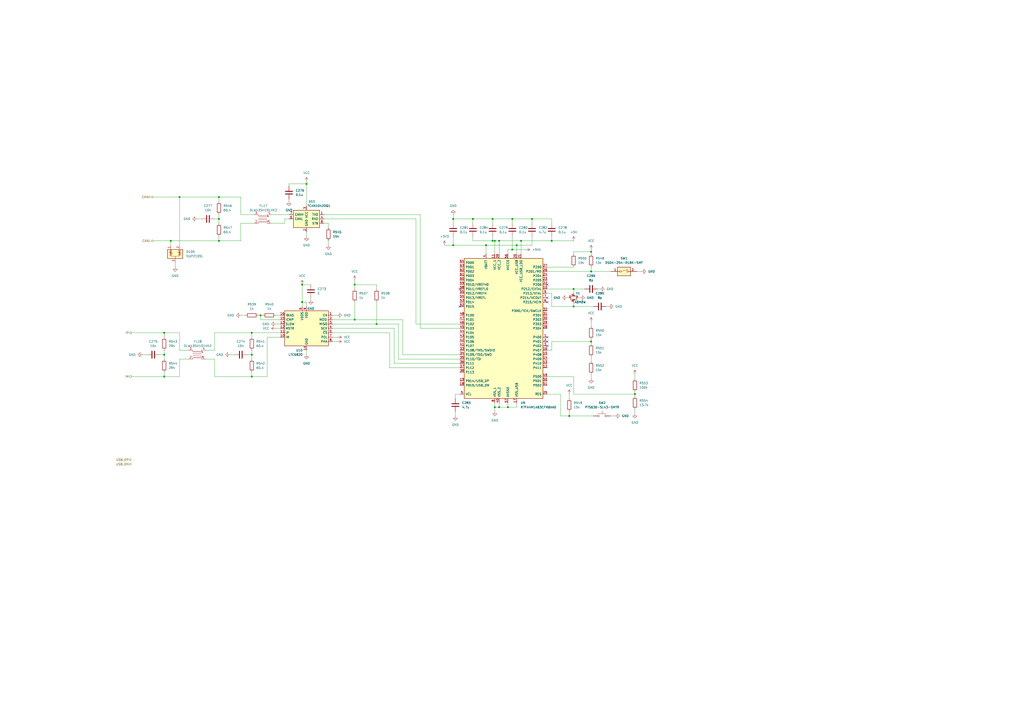
<source format=kicad_sch>
(kicad_sch (version 20230121) (generator eeschema)

  (uuid 9781a87f-8f41-4456-8054-6286dadca951)

  (paper "A2")

  (lib_symbols
    (symbol "Device:C" (pin_numbers hide) (pin_names (offset 0.254)) (in_bom yes) (on_board yes)
      (property "Reference" "C" (at 0.635 2.54 0)
        (effects (font (size 1.27 1.27)) (justify left))
      )
      (property "Value" "C" (at 0.635 -2.54 0)
        (effects (font (size 1.27 1.27)) (justify left))
      )
      (property "Footprint" "" (at 0.9652 -3.81 0)
        (effects (font (size 1.27 1.27)) hide)
      )
      (property "Datasheet" "~" (at 0 0 0)
        (effects (font (size 1.27 1.27)) hide)
      )
      (property "ki_keywords" "cap capacitor" (at 0 0 0)
        (effects (font (size 1.27 1.27)) hide)
      )
      (property "ki_description" "Unpolarized capacitor" (at 0 0 0)
        (effects (font (size 1.27 1.27)) hide)
      )
      (property "ki_fp_filters" "C_*" (at 0 0 0)
        (effects (font (size 1.27 1.27)) hide)
      )
      (symbol "C_0_1"
        (polyline
          (pts
            (xy -2.032 -0.762)
            (xy 2.032 -0.762)
          )
          (stroke (width 0.508) (type default))
          (fill (type none))
        )
        (polyline
          (pts
            (xy -2.032 0.762)
            (xy 2.032 0.762)
          )
          (stroke (width 0.508) (type default))
          (fill (type none))
        )
      )
      (symbol "C_1_1"
        (pin passive line (at 0 3.81 270) (length 2.794)
          (name "~" (effects (font (size 1.27 1.27))))
          (number "1" (effects (font (size 1.27 1.27))))
        )
        (pin passive line (at 0 -3.81 90) (length 2.794)
          (name "~" (effects (font (size 1.27 1.27))))
          (number "2" (effects (font (size 1.27 1.27))))
        )
      )
    )
    (symbol "Device:R" (pin_numbers hide) (pin_names (offset 0)) (in_bom yes) (on_board yes)
      (property "Reference" "R" (at 2.032 0 90)
        (effects (font (size 1.27 1.27)))
      )
      (property "Value" "R" (at 0 0 90)
        (effects (font (size 1.27 1.27)))
      )
      (property "Footprint" "" (at -1.778 0 90)
        (effects (font (size 1.27 1.27)) hide)
      )
      (property "Datasheet" "~" (at 0 0 0)
        (effects (font (size 1.27 1.27)) hide)
      )
      (property "ki_keywords" "R res resistor" (at 0 0 0)
        (effects (font (size 1.27 1.27)) hide)
      )
      (property "ki_description" "Resistor" (at 0 0 0)
        (effects (font (size 1.27 1.27)) hide)
      )
      (property "ki_fp_filters" "R_*" (at 0 0 0)
        (effects (font (size 1.27 1.27)) hide)
      )
      (symbol "R_0_1"
        (rectangle (start -1.016 -2.54) (end 1.016 2.54)
          (stroke (width 0.254) (type default))
          (fill (type none))
        )
      )
      (symbol "R_1_1"
        (pin passive line (at 0 3.81 270) (length 1.27)
          (name "~" (effects (font (size 1.27 1.27))))
          (number "1" (effects (font (size 1.27 1.27))))
        )
        (pin passive line (at 0 -3.81 90) (length 1.27)
          (name "~" (effects (font (size 1.27 1.27))))
          (number "2" (effects (font (size 1.27 1.27))))
        )
      )
    )
    (symbol "ProjectEV:CommonModeChoke_DLW43SH101" (pin_names (offset 0.254) hide) (in_bom yes) (on_board yes)
      (property "Reference" "FL" (at 0 4.445 0)
        (effects (font (size 1.27 1.27)))
      )
      (property "Value" "DLW43SH101" (at 0 -4.445 0)
        (effects (font (size 1.27 1.27)))
      )
      (property "Footprint" "ProjectEV:CommonModeChoke_DLW43SH101" (at 0 1.016 0)
        (effects (font (size 1.27 1.27)) hide)
      )
      (property "Datasheet" "https://www.murata.com/en-eu/products/productdata/8796758605854/QFLC9101.pdf" (at 0 1.016 0)
        (effects (font (size 1.27 1.27)) hide)
      )
      (property "ki_keywords" "EMI filter" (at 0 0 0)
        (effects (font (size 1.27 1.27)) hide)
      )
      (property "ki_description" "100 uH at 1 MHz, 50 VDC, 200 mA, 2 Ohms" (at 0 0 0)
        (effects (font (size 1.27 1.27)) hide)
      )
      (property "ki_fp_filters" "L_* L_CommonMode*" (at 0 0 0)
        (effects (font (size 1.27 1.27)) hide)
      )
      (symbol "CommonModeChoke_DLW43SH101_0_1"
        (circle (center -3.048 -1.27) (radius 0.254)
          (stroke (width 0) (type default))
          (fill (type outline))
        )
        (circle (center -3.048 1.524) (radius 0.254)
          (stroke (width 0) (type default))
          (fill (type outline))
        )
        (arc (start -2.54 2.032) (mid -2.032 1.5262) (end -1.524 2.032)
          (stroke (width 0) (type default))
          (fill (type none))
        )
        (arc (start -1.524 -2.032) (mid -2.032 -1.5262) (end -2.54 -2.032)
          (stroke (width 0) (type default))
          (fill (type none))
        )
        (arc (start -1.524 2.032) (mid -1.016 1.5262) (end -0.508 2.032)
          (stroke (width 0) (type default))
          (fill (type none))
        )
        (arc (start -0.508 -2.032) (mid -1.016 -1.5262) (end -1.524 -2.032)
          (stroke (width 0) (type default))
          (fill (type none))
        )
        (arc (start -0.508 2.032) (mid 0 1.5262) (end 0.508 2.032)
          (stroke (width 0) (type default))
          (fill (type none))
        )
        (polyline
          (pts
            (xy -2.54 -2.032)
            (xy -2.54 -2.54)
          )
          (stroke (width 0) (type default))
          (fill (type none))
        )
        (polyline
          (pts
            (xy -2.54 0.508)
            (xy 2.54 0.508)
          )
          (stroke (width 0) (type default))
          (fill (type none))
        )
        (polyline
          (pts
            (xy -2.54 2.032)
            (xy -2.54 2.54)
          )
          (stroke (width 0) (type default))
          (fill (type none))
        )
        (polyline
          (pts
            (xy 2.54 -2.032)
            (xy 2.54 -2.54)
          )
          (stroke (width 0) (type default))
          (fill (type none))
        )
        (polyline
          (pts
            (xy 2.54 -0.508)
            (xy -2.54 -0.508)
          )
          (stroke (width 0) (type default))
          (fill (type none))
        )
        (polyline
          (pts
            (xy 2.54 2.54)
            (xy 2.54 2.032)
          )
          (stroke (width 0) (type default))
          (fill (type none))
        )
        (arc (start 0.508 -2.032) (mid 0 -1.5262) (end -0.508 -2.032)
          (stroke (width 0) (type default))
          (fill (type none))
        )
        (arc (start 0.508 2.032) (mid 1.016 1.5262) (end 1.524 2.032)
          (stroke (width 0) (type default))
          (fill (type none))
        )
        (arc (start 1.524 -2.032) (mid 1.016 -1.5262) (end 0.508 -2.032)
          (stroke (width 0) (type default))
          (fill (type none))
        )
        (arc (start 1.524 2.032) (mid 2.032 1.5262) (end 2.54 2.032)
          (stroke (width 0) (type default))
          (fill (type none))
        )
        (arc (start 2.54 -2.032) (mid 2.032 -1.5262) (end 1.524 -2.032)
          (stroke (width 0) (type default))
          (fill (type none))
        )
      )
      (symbol "CommonModeChoke_DLW43SH101_1_1"
        (pin passive line (at -5.08 -2.54 0) (length 2.54)
          (name "1" (effects (font (size 1.27 1.27))))
          (number "1" (effects (font (size 1.27 1.27))))
        )
        (pin passive line (at 5.08 -2.54 180) (length 2.54)
          (name "2" (effects (font (size 1.27 1.27))))
          (number "2" (effects (font (size 1.27 1.27))))
        )
        (pin passive line (at 5.08 2.54 180) (length 2.54)
          (name "3" (effects (font (size 1.27 1.27))))
          (number "3" (effects (font (size 1.27 1.27))))
        )
        (pin passive line (at -5.08 2.54 0) (length 2.54)
          (name "4" (effects (font (size 1.27 1.27))))
          (number "4" (effects (font (size 1.27 1.27))))
        )
      )
    )
    (symbol "ProjectEV:Crystal_ABM8W" (pin_names (offset 1.016) hide) (in_bom yes) (on_board yes)
      (property "Reference" "Y" (at 1.27 4.445 0)
        (effects (font (size 1.27 1.27)) (justify left))
      )
      (property "Value" "ABM8W" (at 1.27 2.54 0)
        (effects (font (size 1.27 1.27)) (justify left))
      )
      (property "Footprint" "ProjectEV:Crystal_ABM8W" (at 0 0 0)
        (effects (font (size 1.27 1.27)) hide)
      )
      (property "Datasheet" "https://abracon.com/datasheets/ABM8W.pdf" (at 0 0 0)
        (effects (font (size 1.27 1.27)) hide)
      )
      (property "ki_keywords" "quartz ceramic resonator oscillator" (at 0 0 0)
        (effects (font (size 1.27 1.27)) hide)
      )
      (property "ki_description" "Four pin crystal, GND on pins 2 and 4, small symbol" (at 0 0 0)
        (effects (font (size 1.27 1.27)) hide)
      )
      (property "ki_fp_filters" "Crystal*" (at 0 0 0)
        (effects (font (size 1.27 1.27)) hide)
      )
      (symbol "Crystal_ABM8W_0_1"
        (rectangle (start -0.762 -1.524) (end 0.762 1.524)
          (stroke (width 0) (type default))
          (fill (type none))
        )
        (polyline
          (pts
            (xy -1.27 -0.762)
            (xy -1.27 0.762)
          )
          (stroke (width 0.381) (type default))
          (fill (type none))
        )
        (polyline
          (pts
            (xy 1.27 -0.762)
            (xy 1.27 0.762)
          )
          (stroke (width 0.381) (type default))
          (fill (type none))
        )
        (polyline
          (pts
            (xy -1.27 -1.27)
            (xy -1.27 -1.905)
            (xy 1.27 -1.905)
            (xy 1.27 -1.27)
          )
          (stroke (width 0) (type default))
          (fill (type none))
        )
        (polyline
          (pts
            (xy -1.27 1.27)
            (xy -1.27 1.905)
            (xy 1.27 1.905)
            (xy 1.27 1.27)
          )
          (stroke (width 0) (type default))
          (fill (type none))
        )
      )
      (symbol "Crystal_ABM8W_1_1"
        (pin passive line (at -2.54 0 0) (length 1.27)
          (name "1" (effects (font (size 1.27 1.27))))
          (number "1" (effects (font (size 0.762 0.762))))
        )
        (pin passive line (at 0 -2.54 90) (length 0.635)
          (name "2" (effects (font (size 1.27 1.27))))
          (number "2" (effects (font (size 0.762 0.762))))
        )
        (pin passive line (at 2.54 0 180) (length 1.27)
          (name "3" (effects (font (size 1.27 1.27))))
          (number "3" (effects (font (size 0.762 0.762))))
        )
        (pin passive line (at 0 2.54 270) (length 0.635)
          (name "4" (effects (font (size 1.27 1.27))))
          (number "4" (effects (font (size 0.762 0.762))))
        )
      )
    )
    (symbol "ProjectEV:Interface_LTC6820" (in_bom yes) (on_board yes)
      (property "Reference" "U" (at -10.16 13.97 0)
        (effects (font (size 1.27 1.27)))
      )
      (property "Value" "LTC6820" (at -7.62 11.43 0)
        (effects (font (size 1.27 1.27)))
      )
      (property "Footprint" "ProjectEV:Package_MSOP-16_3x4.039mm_P0.5mm_LTC6820" (at 0 0 0)
        (effects (font (size 1.27 1.27)) hide)
      )
      (property "Datasheet" "https://www.analog.com/media/en/technical-documentation/data-sheets/LTC6820.pdf" (at 0 -21.59 0)
        (effects (font (size 1.27 1.27)) hide)
      )
      (property "ki_description" "isoSPI interface" (at 0 0 0)
        (effects (font (size 1.27 1.27)) hide)
      )
      (symbol "Interface_LTC6820_1_1"
        (rectangle (start -12.7 10.16) (end 12.7 -10.16)
          (stroke (width 0.254) (type default))
          (fill (type background))
        )
        (pin passive line (at -15.24 7.62 0) (length 2.54)
          (name "EN" (effects (font (size 1.27 1.27))))
          (number "1" (effects (font (size 1.27 1.27))))
        )
        (pin passive line (at 15.24 -5.08 180) (length 2.54)
          (name "IM" (effects (font (size 1.27 1.27))))
          (number "10" (effects (font (size 1.27 1.27))))
        )
        (pin passive line (at 15.24 -2.54 180) (length 2.54)
          (name "IP" (effects (font (size 1.27 1.27))))
          (number "11" (effects (font (size 1.27 1.27))))
        )
        (pin passive line (at 15.24 0 180) (length 2.54)
          (name "MSTR" (effects (font (size 1.27 1.27))))
          (number "12" (effects (font (size 1.27 1.27))))
        )
        (pin passive line (at 15.24 2.54 180) (length 2.54)
          (name "SLOW" (effects (font (size 1.27 1.27))))
          (number "13" (effects (font (size 1.27 1.27))))
        )
        (pin passive line (at 0 -12.7 90) (length 2.54)
          (name "GND" (effects (font (size 1.27 1.27))))
          (number "14" (effects (font (size 1.27 1.27))))
        )
        (pin passive line (at 15.24 5.08 180) (length 2.54)
          (name "ICMP" (effects (font (size 1.27 1.27))))
          (number "15" (effects (font (size 1.27 1.27))))
        )
        (pin passive line (at 15.24 7.62 180) (length 2.54)
          (name "IBIAS" (effects (font (size 1.27 1.27))))
          (number "16" (effects (font (size 1.27 1.27))))
        )
        (pin passive line (at -15.24 5.08 0) (length 2.54)
          (name "MOSI" (effects (font (size 1.27 1.27))))
          (number "2" (effects (font (size 1.27 1.27))))
        )
        (pin passive line (at -15.24 2.54 0) (length 2.54)
          (name "MISO" (effects (font (size 1.27 1.27))))
          (number "3" (effects (font (size 1.27 1.27))))
        )
        (pin passive line (at -15.24 0 0) (length 2.54)
          (name "SCK" (effects (font (size 1.27 1.27))))
          (number "4" (effects (font (size 1.27 1.27))))
        )
        (pin passive line (at -15.24 -2.54 0) (length 2.54)
          (name "~{CS}" (effects (font (size 1.27 1.27))))
          (number "5" (effects (font (size 1.27 1.27))))
        )
        (pin power_in line (at 2.54 12.7 270) (length 2.54)
          (name "VDDS" (effects (font (size 1.27 1.27))))
          (number "6" (effects (font (size 1.27 1.27))))
        )
        (pin passive line (at -15.24 -5.08 0) (length 2.54)
          (name "POL" (effects (font (size 1.27 1.27))))
          (number "7" (effects (font (size 1.27 1.27))))
        )
        (pin passive line (at -15.24 -7.62 0) (length 2.54)
          (name "PHA" (effects (font (size 1.27 1.27))))
          (number "8" (effects (font (size 1.27 1.27))))
        )
        (pin power_in line (at 0 12.7 270) (length 2.54)
          (name "VDD" (effects (font (size 1.27 1.27))))
          (number "9" (effects (font (size 1.27 1.27))))
        )
      )
    )
    (symbol "ProjectEV:Interface_TCAN1042DQ1" (pin_names (offset 0.762)) (in_bom yes) (on_board yes)
      (property "Reference" "U" (at 10.16 11.43 0)
        (effects (font (size 1.27 1.27)) (justify left))
      )
      (property "Value" "TCAN1042DQ1" (at 10.16 8.89 0)
        (effects (font (size 1.27 1.27)) (justify left))
      )
      (property "Footprint" "ProjectEV:Package_SOIC-8_3.9x4.9mm_P1.27mm" (at 10.16 6.35 0)
        (effects (font (size 1.27 1.27)) (justify left) hide)
      )
      (property "Datasheet" "http://www.ti.com/lit/gpn/tcan1042-q1" (at 10.16 3.81 0)
        (effects (font (size 1.27 1.27)) (justify left) hide)
      )
      (property "Description" "Automotive Fault Protected CAN Transceiver With Flexible Data-Rate" (at 10.16 1.27 0)
        (effects (font (size 1.27 1.27)) (justify left) hide)
      )
      (property "Height" "1.75" (at 10.16 -1.27 0)
        (effects (font (size 1.27 1.27)) (justify left) hide)
      )
      (property "Manufacturer_Name" "Texas Instruments" (at 10.16 -3.81 0)
        (effects (font (size 1.27 1.27)) (justify left) hide)
      )
      (property "Manufacturer_Part_Number" "TCAN1042DQ1" (at 10.16 -6.35 0)
        (effects (font (size 1.27 1.27)) (justify left) hide)
      )
      (property "Mouser Part Number" "595-TCAN1042DQ1" (at 10.16 -8.89 0)
        (effects (font (size 1.27 1.27)) (justify left) hide)
      )
      (property "Mouser Price/Stock" "https://www.mouser.co.uk/ProductDetail/Texas-Instruments/TCAN1042DQ1?qs=yDQnu9hAfI%252Bl0UhhA7Z96A%3D%3D" (at 10.16 -11.43 0)
        (effects (font (size 1.27 1.27)) (justify left) hide)
      )
      (property "Arrow Part Number" "TCAN1042DQ1" (at 10.16 -13.97 0)
        (effects (font (size 1.27 1.27)) (justify left) hide)
      )
      (property "Arrow Price/Stock" "https://www.arrow.com/en/products/tcan1042dq1/texas-instruments" (at 10.16 -16.51 0)
        (effects (font (size 1.27 1.27)) (justify left) hide)
      )
      (property "ki_description" "Automotive Fault Protected CAN Transceiver With Flexible Data-Rate" (at 0 0 0)
        (effects (font (size 1.27 1.27)) hide)
      )
      (symbol "Interface_TCAN1042DQ1_1_0"
        (pin input line (at -10.16 2.54 0) (length 2.54)
          (name "TXD" (effects (font (size 1.27 1.27))))
          (number "1" (effects (font (size 1.27 1.27))))
        )
        (pin power_in line (at 0 -7.62 90) (length 2.54)
          (name "GND" (effects (font (size 1.27 1.27))))
          (number "2" (effects (font (size 1.27 1.27))))
        )
        (pin power_in line (at 0 7.62 270) (length 2.54)
          (name "VCC" (effects (font (size 1.27 1.27))))
          (number "3" (effects (font (size 1.27 1.27))))
        )
        (pin output line (at -10.16 0 0) (length 2.54)
          (name "RXD" (effects (font (size 1.27 1.27))))
          (number "4" (effects (font (size 1.27 1.27))))
        )
        (pin no_connect line (at -2.54 -7.62 90) (length 2.54) hide
          (name "NC" (effects (font (size 1.27 1.27))))
          (number "5" (effects (font (size 1.27 1.27))))
        )
        (pin bidirectional line (at 10.16 0 180) (length 2.54)
          (name "CANL" (effects (font (size 1.27 1.27))))
          (number "6" (effects (font (size 1.27 1.27))))
        )
        (pin bidirectional line (at 10.16 2.54 180) (length 2.54)
          (name "CANH" (effects (font (size 1.27 1.27))))
          (number "7" (effects (font (size 1.27 1.27))))
        )
        (pin input line (at -10.16 -2.54 0) (length 2.54)
          (name "STB" (effects (font (size 1.27 1.27))))
          (number "8" (effects (font (size 1.27 1.27))))
        )
      )
      (symbol "Interface_TCAN1042DQ1_1_1"
        (rectangle (start -7.62 5.08) (end 7.62 -5.08)
          (stroke (width 0.254) (type default))
          (fill (type background))
        )
      )
    )
    (symbol "ProjectEV:MCU_R7FA4M1AB3CFM#AA0" (pin_names (offset 0.762)) (in_bom yes) (on_board yes)
      (property "Reference" "U" (at 22.86 45.72 0)
        (effects (font (size 1.27 1.27)) (justify left))
      )
      (property "Value" "R7FA4M1AB3CFM#AA0" (at 22.86 43.18 0)
        (effects (font (size 1.27 1.27)) (justify left))
      )
      (property "Footprint" "ProjectEV:Package_LQFP-64_10x10mm_P0.5mm" (at 22.86 39.37 0)
        (effects (font (size 1.27 1.27)) (justify left) hide)
      )
      (property "Datasheet" "https://www.renesas.com/document/dst/renesas-ra4m1-group-datasheet?language=en&r=1054146" (at 22.86 36.83 0)
        (effects (font (size 1.27 1.27)) (justify left) hide)
      )
      (property "Description" "The Renesas RA4M1 group of microcontrollers (MCUs) uses the high-performance Arm Cortex-M4 core and offers a segment LCD controller and a capacitive touch sensing unit input for intensive HMI designs. The RA4M1 MCU is built on a highly efficient low power process and is supported by an open and flexible ecosystem conceptthe Flexible Software Package (FSP), built on FreeRTOSand is expandable to use other RTOSes and middleware. The RA4M1 is suitable for applications where a large amount of capacitive touc" (at 22.86 34.29 0)
        (effects (font (size 1.27 1.27)) (justify left) hide)
      )
      (property "Height" "1.7" (at 22.86 31.75 0)
        (effects (font (size 1.27 1.27)) (justify left) hide)
      )
      (property "Manufacturer_Name" "Renesas Electronics" (at 22.86 29.21 0)
        (effects (font (size 1.27 1.27)) (justify left) hide)
      )
      (property "Manufacturer_Part_Number" "R7FA4M1AB3CFM#AA0" (at 22.86 26.67 0)
        (effects (font (size 1.27 1.27)) (justify left) hide)
      )
      (property "Mouser Part Number" "968-7FA4M1AB3CFM#AA0" (at 22.86 24.13 0)
        (effects (font (size 1.27 1.27)) (justify left) hide)
      )
      (property "Mouser Price/Stock" "https://www.mouser.co.uk/ProductDetail/Renesas-Electronics/R7FA4M1AB3CFMAA0?qs=d0WKAl%252BL4KbrKuAsyurXHw%3D%3D" (at 22.86 21.59 0)
        (effects (font (size 1.27 1.27)) (justify left) hide)
      )
      (property "Arrow Part Number" "" (at 27.94 19.05 0)
        (effects (font (size 1.27 1.27)) (justify left) hide)
      )
      (property "Arrow Price/Stock" "" (at 27.94 16.51 0)
        (effects (font (size 1.27 1.27)) (justify left) hide)
      )
      (property "ki_description" "The Renesas RA4M1 group of microcontrollers (MCUs) uses the high-performance Arm Cortex-M4 core and offers a segment LCD controller and a capacitive touch sensing unit input for intensive HMI designs. The RA4M1 MCU is built on a highly efficient low power process and is supported by an open and flexible ecosystem conceptthe Flexible Software Package (FSP), built on FreeRTOSand is expandable to use other RTOSes and middleware. The RA4M1 is suitable for applications where a large amount of capacitive touc" (at 0 0 0)
        (effects (font (size 1.27 1.27)) hide)
      )
      (symbol "MCU_R7FA4M1AB3CFM#AA0_1_0"
        (pin passive line (at 25.4 -5.08 180) (length 2.54)
          (name "P400" (effects (font (size 1.27 1.27))))
          (number "1" (effects (font (size 1.27 1.27))))
        )
        (pin passive line (at 25.4 22.86 180) (length 2.54)
          (name "P212/EXTAL" (effects (font (size 1.27 1.27))))
          (number "10" (effects (font (size 1.27 1.27))))
        )
        (pin passive line (at -5.08 43.18 270) (length 2.54)
          (name "VCC_1" (effects (font (size 1.27 1.27))))
          (number "11" (effects (font (size 1.27 1.27))))
        )
        (pin passive line (at 25.4 -22.86 180) (length 2.54)
          (name "P411" (effects (font (size 1.27 1.27))))
          (number "12" (effects (font (size 1.27 1.27))))
        )
        (pin passive line (at 25.4 -20.32 180) (length 2.54)
          (name "P410" (effects (font (size 1.27 1.27))))
          (number "13" (effects (font (size 1.27 1.27))))
        )
        (pin passive line (at 25.4 -17.78 180) (length 2.54)
          (name "P409" (effects (font (size 1.27 1.27))))
          (number "14" (effects (font (size 1.27 1.27))))
        )
        (pin passive line (at 25.4 -15.24 180) (length 2.54)
          (name "P408" (effects (font (size 1.27 1.27))))
          (number "15" (effects (font (size 1.27 1.27))))
        )
        (pin passive line (at 25.4 -12.7 180) (length 2.54)
          (name "P407" (effects (font (size 1.27 1.27))))
          (number "16" (effects (font (size 1.27 1.27))))
        )
        (pin passive line (at 7.62 -43.18 90) (length 2.54)
          (name "VSS_USB" (effects (font (size 1.27 1.27))))
          (number "17" (effects (font (size 1.27 1.27))))
        )
        (pin passive line (at -25.4 -33.02 0) (length 2.54)
          (name "P915/USB_DM" (effects (font (size 1.27 1.27))))
          (number "18" (effects (font (size 1.27 1.27))))
        )
        (pin passive line (at -25.4 -30.48 0) (length 2.54)
          (name "P914/USB_DP" (effects (font (size 1.27 1.27))))
          (number "19" (effects (font (size 1.27 1.27))))
        )
        (pin passive line (at 25.4 -7.62 180) (length 2.54)
          (name "P401" (effects (font (size 1.27 1.27))))
          (number "2" (effects (font (size 1.27 1.27))))
        )
        (pin passive line (at 7.62 43.18 270) (length 2.54)
          (name "VCC_USB" (effects (font (size 1.27 1.27))))
          (number "20" (effects (font (size 1.27 1.27))))
        )
        (pin passive line (at 10.16 43.18 270) (length 2.54)
          (name "VCC_USB_LDO" (effects (font (size 1.27 1.27))))
          (number "21" (effects (font (size 1.27 1.27))))
        )
        (pin passive line (at 25.4 25.4 180) (length 2.54)
          (name "P206" (effects (font (size 1.27 1.27))))
          (number "22" (effects (font (size 1.27 1.27))))
        )
        (pin passive line (at 25.4 27.94 180) (length 2.54)
          (name "P205" (effects (font (size 1.27 1.27))))
          (number "23" (effects (font (size 1.27 1.27))))
        )
        (pin passive line (at 25.4 30.48 180) (length 2.54)
          (name "P204" (effects (font (size 1.27 1.27))))
          (number "24" (effects (font (size 1.27 1.27))))
        )
        (pin passive line (at 25.4 -38.1 180) (length 2.54)
          (name "RES" (effects (font (size 1.27 1.27))))
          (number "25" (effects (font (size 1.27 1.27))))
        )
        (pin passive line (at 25.4 33.02 180) (length 2.54)
          (name "P201/MD" (effects (font (size 1.27 1.27))))
          (number "26" (effects (font (size 1.27 1.27))))
        )
        (pin passive line (at 25.4 35.56 180) (length 2.54)
          (name "P200" (effects (font (size 1.27 1.27))))
          (number "27" (effects (font (size 1.27 1.27))))
        )
        (pin passive line (at 25.4 0 180) (length 2.54)
          (name "P304" (effects (font (size 1.27 1.27))))
          (number "28" (effects (font (size 1.27 1.27))))
        )
        (pin passive line (at 25.4 2.54 180) (length 2.54)
          (name "P303" (effects (font (size 1.27 1.27))))
          (number "29" (effects (font (size 1.27 1.27))))
        )
        (pin passive line (at 25.4 -10.16 180) (length 2.54)
          (name "P402" (effects (font (size 1.27 1.27))))
          (number "3" (effects (font (size 1.27 1.27))))
        )
        (pin passive line (at 25.4 5.08 180) (length 2.54)
          (name "P302" (effects (font (size 1.27 1.27))))
          (number "30" (effects (font (size 1.27 1.27))))
        )
        (pin passive line (at 25.4 7.62 180) (length 2.54)
          (name "P301" (effects (font (size 1.27 1.27))))
          (number "31" (effects (font (size 1.27 1.27))))
        )
        (pin passive line (at 25.4 10.16 180) (length 2.54)
          (name "P300/TCK/SWCLK" (effects (font (size 1.27 1.27))))
          (number "32" (effects (font (size 1.27 1.27))))
        )
        (pin passive line (at -25.4 -12.7 0) (length 2.54)
          (name "P108/TMS/SWDIO" (effects (font (size 1.27 1.27))))
          (number "33" (effects (font (size 1.27 1.27))))
        )
        (pin passive line (at -25.4 -15.24 0) (length 2.54)
          (name "P109/TDO/SWO" (effects (font (size 1.27 1.27))))
          (number "34" (effects (font (size 1.27 1.27))))
        )
        (pin passive line (at -25.4 -17.78 0) (length 2.54)
          (name "P110/TDI" (effects (font (size 1.27 1.27))))
          (number "35" (effects (font (size 1.27 1.27))))
        )
        (pin passive line (at -25.4 -20.32 0) (length 2.54)
          (name "P111" (effects (font (size 1.27 1.27))))
          (number "36" (effects (font (size 1.27 1.27))))
        )
        (pin passive line (at -25.4 -22.86 0) (length 2.54)
          (name "P112" (effects (font (size 1.27 1.27))))
          (number "37" (effects (font (size 1.27 1.27))))
        )
        (pin passive line (at -25.4 -25.4 0) (length 2.54)
          (name "P113" (effects (font (size 1.27 1.27))))
          (number "38" (effects (font (size 1.27 1.27))))
        )
        (pin passive line (at -2.54 43.18 270) (length 2.54)
          (name "VCC_2" (effects (font (size 1.27 1.27))))
          (number "39" (effects (font (size 1.27 1.27))))
        )
        (pin passive line (at -10.16 43.18 270) (length 2.54)
          (name "VBATT" (effects (font (size 1.27 1.27))))
          (number "4" (effects (font (size 1.27 1.27))))
        )
        (pin passive line (at -2.54 -43.18 90) (length 2.54)
          (name "VSS_2" (effects (font (size 1.27 1.27))))
          (number "40" (effects (font (size 1.27 1.27))))
        )
        (pin passive line (at -25.4 -10.16 0) (length 2.54)
          (name "P107" (effects (font (size 1.27 1.27))))
          (number "41" (effects (font (size 1.27 1.27))))
        )
        (pin passive line (at -25.4 -7.62 0) (length 2.54)
          (name "P106" (effects (font (size 1.27 1.27))))
          (number "42" (effects (font (size 1.27 1.27))))
        )
        (pin passive line (at -25.4 -5.08 0) (length 2.54)
          (name "P105" (effects (font (size 1.27 1.27))))
          (number "43" (effects (font (size 1.27 1.27))))
        )
        (pin passive line (at -25.4 -2.54 0) (length 2.54)
          (name "P104" (effects (font (size 1.27 1.27))))
          (number "44" (effects (font (size 1.27 1.27))))
        )
        (pin passive line (at -25.4 0 0) (length 2.54)
          (name "P103" (effects (font (size 1.27 1.27))))
          (number "45" (effects (font (size 1.27 1.27))))
        )
        (pin passive line (at -25.4 2.54 0) (length 2.54)
          (name "P102" (effects (font (size 1.27 1.27))))
          (number "46" (effects (font (size 1.27 1.27))))
        )
        (pin passive line (at -25.4 5.08 0) (length 2.54)
          (name "P101" (effects (font (size 1.27 1.27))))
          (number "47" (effects (font (size 1.27 1.27))))
        )
        (pin passive line (at -25.4 7.62 0) (length 2.54)
          (name "P100" (effects (font (size 1.27 1.27))))
          (number "48" (effects (font (size 1.27 1.27))))
        )
        (pin passive line (at 25.4 -27.94 180) (length 2.54)
          (name "P500" (effects (font (size 1.27 1.27))))
          (number "49" (effects (font (size 1.27 1.27))))
        )
        (pin passive line (at -25.4 -38.1 0) (length 2.54)
          (name "VCL" (effects (font (size 1.27 1.27))))
          (number "5" (effects (font (size 1.27 1.27))))
        )
        (pin passive line (at 25.4 -30.48 180) (length 2.54)
          (name "P501" (effects (font (size 1.27 1.27))))
          (number "50" (effects (font (size 1.27 1.27))))
        )
        (pin passive line (at 25.4 -33.02 180) (length 2.54)
          (name "P502" (effects (font (size 1.27 1.27))))
          (number "51" (effects (font (size 1.27 1.27))))
        )
        (pin passive line (at -25.4 12.7 0) (length 2.54)
          (name "P015" (effects (font (size 1.27 1.27))))
          (number "52" (effects (font (size 1.27 1.27))))
        )
        (pin passive line (at -25.4 15.24 0) (length 2.54)
          (name "P014" (effects (font (size 1.27 1.27))))
          (number "53" (effects (font (size 1.27 1.27))))
        )
        (pin passive line (at -25.4 17.78 0) (length 2.54)
          (name "P013/VREFL" (effects (font (size 1.27 1.27))))
          (number "54" (effects (font (size 1.27 1.27))))
        )
        (pin passive line (at -25.4 20.32 0) (length 2.54)
          (name "P012/VREFH" (effects (font (size 1.27 1.27))))
          (number "55" (effects (font (size 1.27 1.27))))
        )
        (pin passive line (at 2.54 43.18 270) (length 2.54)
          (name "AVCC0" (effects (font (size 1.27 1.27))))
          (number "56" (effects (font (size 1.27 1.27))))
        )
        (pin passive line (at 2.54 -43.18 90) (length 2.54)
          (name "AVSS0" (effects (font (size 1.27 1.27))))
          (number "57" (effects (font (size 1.27 1.27))))
        )
        (pin passive line (at -25.4 22.86 0) (length 2.54)
          (name "P011/VREFL0" (effects (font (size 1.27 1.27))))
          (number "58" (effects (font (size 1.27 1.27))))
        )
        (pin passive line (at -25.4 25.4 0) (length 2.54)
          (name "P010/VREFH0" (effects (font (size 1.27 1.27))))
          (number "59" (effects (font (size 1.27 1.27))))
        )
        (pin passive line (at 25.4 15.24 180) (length 2.54)
          (name "P215/XCIN" (effects (font (size 1.27 1.27))))
          (number "6" (effects (font (size 1.27 1.27))))
        )
        (pin passive line (at -25.4 27.94 0) (length 2.54)
          (name "P004" (effects (font (size 1.27 1.27))))
          (number "60" (effects (font (size 1.27 1.27))))
        )
        (pin passive line (at -25.4 30.48 0) (length 2.54)
          (name "P003" (effects (font (size 1.27 1.27))))
          (number "61" (effects (font (size 1.27 1.27))))
        )
        (pin passive line (at -25.4 33.02 0) (length 2.54)
          (name "P002" (effects (font (size 1.27 1.27))))
          (number "62" (effects (font (size 1.27 1.27))))
        )
        (pin passive line (at -25.4 35.56 0) (length 2.54)
          (name "P001" (effects (font (size 1.27 1.27))))
          (number "63" (effects (font (size 1.27 1.27))))
        )
        (pin passive line (at -25.4 38.1 0) (length 2.54)
          (name "P000" (effects (font (size 1.27 1.27))))
          (number "64" (effects (font (size 1.27 1.27))))
        )
        (pin passive line (at 25.4 17.78 180) (length 2.54)
          (name "P214/XCOUT" (effects (font (size 1.27 1.27))))
          (number "7" (effects (font (size 1.27 1.27))))
        )
        (pin passive line (at -5.08 -43.18 90) (length 2.54)
          (name "VSS_1" (effects (font (size 1.27 1.27))))
          (number "8" (effects (font (size 1.27 1.27))))
        )
        (pin passive line (at 25.4 20.32 180) (length 2.54)
          (name "P213/XTAL" (effects (font (size 1.27 1.27))))
          (number "9" (effects (font (size 1.27 1.27))))
        )
      )
      (symbol "MCU_R7FA4M1AB3CFM#AA0_1_1"
        (rectangle (start -22.86 40.64) (end 22.86 -40.64)
          (stroke (width 0.254) (type default))
          (fill (type background))
        )
      )
    )
    (symbol "ProjectEV:PowerProtection_NUP2105L" (pin_names hide) (in_bom yes) (on_board yes)
      (property "Reference" "D" (at 5.715 2.54 0)
        (effects (font (size 1.27 1.27)) (justify left))
      )
      (property "Value" "NUP2105L" (at 5.715 0.635 0)
        (effects (font (size 1.27 1.27)) (justify left))
      )
      (property "Footprint" "ProjectEV:Package_SOT-23_NUP2105L" (at 5.715 -1.27 0)
        (effects (font (size 1.27 1.27)) (justify left) hide)
      )
      (property "Datasheet" "http://www.onsemi.com/pub_link/Collateral/NUP2105L-D.PDF" (at 3.175 3.175 0)
        (effects (font (size 1.27 1.27)) hide)
      )
      (property "ki_keywords" "can esd protection suppression transient" (at 0 0 0)
        (effects (font (size 1.27 1.27)) hide)
      )
      (property "ki_description" "Dual Line CAN Bus Protector, 24Vrwm" (at 0 0 0)
        (effects (font (size 1.27 1.27)) hide)
      )
      (property "ki_fp_filters" "SOT?23*" (at 0 0 0)
        (effects (font (size 1.27 1.27)) hide)
      )
      (symbol "PowerProtection_NUP2105L_0_0"
        (pin passive line (at 0 -5.08 90) (length 2.54)
          (name "A" (effects (font (size 1.27 1.27))))
          (number "3" (effects (font (size 1.27 1.27))))
        )
      )
      (symbol "PowerProtection_NUP2105L_0_1"
        (rectangle (start -4.445 2.54) (end 4.445 -2.54)
          (stroke (width 0.254) (type default))
          (fill (type background))
        )
        (polyline
          (pts
            (xy -2.54 2.54)
            (xy -2.54 0.635)
          )
          (stroke (width 0) (type default))
          (fill (type none))
        )
        (polyline
          (pts
            (xy 0 -1.27)
            (xy 0 -2.54)
          )
          (stroke (width 0) (type default))
          (fill (type none))
        )
        (polyline
          (pts
            (xy 2.54 2.54)
            (xy 2.54 0.635)
          )
          (stroke (width 0) (type default))
          (fill (type none))
        )
        (polyline
          (pts
            (xy -3.81 1.27)
            (xy -3.175 0.635)
            (xy -1.905 0.635)
            (xy -1.27 0)
          )
          (stroke (width 0) (type default))
          (fill (type none))
        )
        (polyline
          (pts
            (xy -2.54 0.635)
            (xy -2.54 -1.27)
            (xy 2.54 -1.27)
            (xy 2.54 0.635)
          )
          (stroke (width 0) (type default))
          (fill (type none))
        )
        (polyline
          (pts
            (xy -2.54 0.635)
            (xy -1.905 -0.635)
            (xy -3.175 -0.635)
            (xy -2.54 0.635)
          )
          (stroke (width 0) (type default))
          (fill (type none))
        )
        (polyline
          (pts
            (xy 2.54 0.635)
            (xy 1.905 -0.635)
            (xy 3.175 -0.635)
            (xy 2.54 0.635)
          )
          (stroke (width 0) (type default))
          (fill (type none))
        )
        (polyline
          (pts
            (xy 2.54 0.635)
            (xy 3.175 1.905)
            (xy 1.905 1.905)
            (xy 2.54 0.635)
          )
          (stroke (width 0) (type default))
          (fill (type none))
        )
        (polyline
          (pts
            (xy -2.54 0.635)
            (xy -3.175 1.905)
            (xy -1.905 1.905)
            (xy -2.54 0.635)
            (xy -2.54 1.27)
          )
          (stroke (width 0) (type default))
          (fill (type none))
        )
        (polyline
          (pts
            (xy 1.27 1.27)
            (xy 1.905 0.635)
            (xy 2.54 0.635)
            (xy 3.175 0.635)
            (xy 3.81 0)
          )
          (stroke (width 0) (type default))
          (fill (type none))
        )
      )
      (symbol "PowerProtection_NUP2105L_1_1"
        (pin passive line (at -2.54 5.08 270) (length 2.54)
          (name "K" (effects (font (size 1.27 1.27))))
          (number "1" (effects (font (size 1.27 1.27))))
        )
        (pin passive line (at 2.54 5.08 270) (length 2.54)
          (name "K" (effects (font (size 1.27 1.27))))
          (number "2" (effects (font (size 1.27 1.27))))
        )
      )
    )
    (symbol "ProjectEV:SW_DS04-254-2-01BK-SMT" (pin_names (offset 0) hide) (in_bom yes) (on_board yes)
      (property "Reference" "SW" (at 0 3.81 0)
        (effects (font (size 1.27 1.27)))
      )
      (property "Value" "DS04-254-01BK-SMT" (at 0 -3.81 0)
        (effects (font (size 1.27 1.27)))
      )
      (property "Footprint" "ProjectEV:SW_DS04-254-01BK-SMT" (at 0 0 0)
        (effects (font (size 1.27 1.27)) hide)
      )
      (property "Datasheet" "https://www.cuidevices.com/product/resource/ds04-254-smt.pdf" (at 0 0 0)
        (effects (font (size 1.27 1.27)) hide)
      )
      (property "ki_keywords" "dip switch" (at 0 0 0)
        (effects (font (size 1.27 1.27)) hide)
      )
      (property "ki_description" "1x DIP Switch, Single Pole Single Throw (SPST) switch, small symbol" (at 0 0 0)
        (effects (font (size 1.27 1.27)) hide)
      )
      (property "ki_fp_filters" "SW?DIP?x1*" (at 0 0 0)
        (effects (font (size 1.27 1.27)) hide)
      )
      (symbol "SW_DS04-254-2-01BK-SMT_0_0"
        (circle (center -2.032 0) (radius 0.508)
          (stroke (width 0) (type default))
          (fill (type none))
        )
        (polyline
          (pts
            (xy -1.524 0.127)
            (xy 2.3622 1.1684)
          )
          (stroke (width 0) (type default))
          (fill (type none))
        )
        (circle (center 2.032 0) (radius 0.508)
          (stroke (width 0) (type default))
          (fill (type none))
        )
      )
      (symbol "SW_DS04-254-2-01BK-SMT_0_1"
        (rectangle (start -3.81 2.54) (end 3.81 -2.54)
          (stroke (width 0.254) (type default))
          (fill (type background))
        )
      )
      (symbol "SW_DS04-254-2-01BK-SMT_1_1"
        (pin passive line (at -7.62 0 0) (length 5.08)
          (name "~" (effects (font (size 1.27 1.27))))
          (number "1" (effects (font (size 1.27 1.27))))
        )
        (pin passive line (at 7.62 0 180) (length 5.08)
          (name "~" (effects (font (size 1.27 1.27))))
          (number "2" (effects (font (size 1.27 1.27))))
        )
      )
    )
    (symbol "ProjectEV:SW_PTS636-43-SMTR" (pin_numbers hide) (pin_names (offset 1.016) hide) (in_bom yes) (on_board yes)
      (property "Reference" "SW" (at 1.27 2.54 0)
        (effects (font (size 1.27 1.27)) (justify left))
      )
      (property "Value" "PTS636-43-SMTR" (at 0 -1.524 0)
        (effects (font (size 1.27 1.27)))
      )
      (property "Footprint" "ProjectEV:SW_PTS636-43-SMTR" (at 0 5.08 0)
        (effects (font (size 1.27 1.27)) hide)
      )
      (property "Datasheet" "https://www.ckswitches.com/media/2779/pts636.pdf" (at 0 5.08 0)
        (effects (font (size 1.27 1.27)) hide)
      )
      (property "ki_keywords" "switch normally-open pushbutton push-button" (at 0 0 0)
        (effects (font (size 1.27 1.27)) hide)
      )
      (property "ki_description" "Push button switch, generic, two pins" (at 0 0 0)
        (effects (font (size 1.27 1.27)) hide)
      )
      (symbol "SW_PTS636-43-SMTR_0_1"
        (circle (center -2.032 0) (radius 0.508)
          (stroke (width 0) (type default))
          (fill (type none))
        )
        (polyline
          (pts
            (xy 0 1.27)
            (xy 0 3.048)
          )
          (stroke (width 0) (type default))
          (fill (type none))
        )
        (polyline
          (pts
            (xy 2.54 1.27)
            (xy -2.54 1.27)
          )
          (stroke (width 0) (type default))
          (fill (type none))
        )
        (circle (center 2.032 0) (radius 0.508)
          (stroke (width 0) (type default))
          (fill (type none))
        )
        (pin passive line (at -5.08 0 0) (length 2.54)
          (name "1" (effects (font (size 1.27 1.27))))
          (number "1" (effects (font (size 1.27 1.27))))
        )
        (pin passive line (at 5.08 0 180) (length 2.54)
          (name "2" (effects (font (size 1.27 1.27))))
          (number "2" (effects (font (size 1.27 1.27))))
        )
      )
    )
    (symbol "power:+3V3" (power) (pin_names (offset 0)) (in_bom yes) (on_board yes)
      (property "Reference" "#PWR" (at 0 -3.81 0)
        (effects (font (size 1.27 1.27)) hide)
      )
      (property "Value" "+3V3" (at 0 3.556 0)
        (effects (font (size 1.27 1.27)))
      )
      (property "Footprint" "" (at 0 0 0)
        (effects (font (size 1.27 1.27)) hide)
      )
      (property "Datasheet" "" (at 0 0 0)
        (effects (font (size 1.27 1.27)) hide)
      )
      (property "ki_keywords" "global power" (at 0 0 0)
        (effects (font (size 1.27 1.27)) hide)
      )
      (property "ki_description" "Power symbol creates a global label with name \"+3V3\"" (at 0 0 0)
        (effects (font (size 1.27 1.27)) hide)
      )
      (symbol "+3V3_0_1"
        (polyline
          (pts
            (xy -0.762 1.27)
            (xy 0 2.54)
          )
          (stroke (width 0) (type default))
          (fill (type none))
        )
        (polyline
          (pts
            (xy 0 0)
            (xy 0 2.54)
          )
          (stroke (width 0) (type default))
          (fill (type none))
        )
        (polyline
          (pts
            (xy 0 2.54)
            (xy 0.762 1.27)
          )
          (stroke (width 0) (type default))
          (fill (type none))
        )
      )
      (symbol "+3V3_1_1"
        (pin power_in line (at 0 0 90) (length 0) hide
          (name "+3V3" (effects (font (size 1.27 1.27))))
          (number "1" (effects (font (size 1.27 1.27))))
        )
      )
    )
    (symbol "power:+5V" (power) (pin_names (offset 0)) (in_bom yes) (on_board yes)
      (property "Reference" "#PWR" (at 0 -3.81 0)
        (effects (font (size 1.27 1.27)) hide)
      )
      (property "Value" "+5V" (at 0 3.556 0)
        (effects (font (size 1.27 1.27)))
      )
      (property "Footprint" "" (at 0 0 0)
        (effects (font (size 1.27 1.27)) hide)
      )
      (property "Datasheet" "" (at 0 0 0)
        (effects (font (size 1.27 1.27)) hide)
      )
      (property "ki_keywords" "global power" (at 0 0 0)
        (effects (font (size 1.27 1.27)) hide)
      )
      (property "ki_description" "Power symbol creates a global label with name \"+5V\"" (at 0 0 0)
        (effects (font (size 1.27 1.27)) hide)
      )
      (symbol "+5V_0_1"
        (polyline
          (pts
            (xy -0.762 1.27)
            (xy 0 2.54)
          )
          (stroke (width 0) (type default))
          (fill (type none))
        )
        (polyline
          (pts
            (xy 0 0)
            (xy 0 2.54)
          )
          (stroke (width 0) (type default))
          (fill (type none))
        )
        (polyline
          (pts
            (xy 0 2.54)
            (xy 0.762 1.27)
          )
          (stroke (width 0) (type default))
          (fill (type none))
        )
      )
      (symbol "+5V_1_1"
        (pin power_in line (at 0 0 90) (length 0) hide
          (name "+5V" (effects (font (size 1.27 1.27))))
          (number "1" (effects (font (size 1.27 1.27))))
        )
      )
    )
    (symbol "power:+5VA" (power) (pin_names (offset 0)) (in_bom yes) (on_board yes)
      (property "Reference" "#PWR" (at 0 -3.81 0)
        (effects (font (size 1.27 1.27)) hide)
      )
      (property "Value" "+5VA" (at 0 3.556 0)
        (effects (font (size 1.27 1.27)))
      )
      (property "Footprint" "" (at 0 0 0)
        (effects (font (size 1.27 1.27)) hide)
      )
      (property "Datasheet" "" (at 0 0 0)
        (effects (font (size 1.27 1.27)) hide)
      )
      (property "ki_keywords" "global power" (at 0 0 0)
        (effects (font (size 1.27 1.27)) hide)
      )
      (property "ki_description" "Power symbol creates a global label with name \"+5VA\"" (at 0 0 0)
        (effects (font (size 1.27 1.27)) hide)
      )
      (symbol "+5VA_0_1"
        (polyline
          (pts
            (xy -0.762 1.27)
            (xy 0 2.54)
          )
          (stroke (width 0) (type default))
          (fill (type none))
        )
        (polyline
          (pts
            (xy 0 0)
            (xy 0 2.54)
          )
          (stroke (width 0) (type default))
          (fill (type none))
        )
        (polyline
          (pts
            (xy 0 2.54)
            (xy 0.762 1.27)
          )
          (stroke (width 0) (type default))
          (fill (type none))
        )
      )
      (symbol "+5VA_1_1"
        (pin power_in line (at 0 0 90) (length 0) hide
          (name "+5VA" (effects (font (size 1.27 1.27))))
          (number "1" (effects (font (size 1.27 1.27))))
        )
      )
    )
    (symbol "power:GND" (power) (pin_names (offset 0)) (in_bom yes) (on_board yes)
      (property "Reference" "#PWR" (at 0 -6.35 0)
        (effects (font (size 1.27 1.27)) hide)
      )
      (property "Value" "GND" (at 0 -3.81 0)
        (effects (font (size 1.27 1.27)))
      )
      (property "Footprint" "" (at 0 0 0)
        (effects (font (size 1.27 1.27)) hide)
      )
      (property "Datasheet" "" (at 0 0 0)
        (effects (font (size 1.27 1.27)) hide)
      )
      (property "ki_keywords" "global power" (at 0 0 0)
        (effects (font (size 1.27 1.27)) hide)
      )
      (property "ki_description" "Power symbol creates a global label with name \"GND\" , ground" (at 0 0 0)
        (effects (font (size 1.27 1.27)) hide)
      )
      (symbol "GND_0_1"
        (polyline
          (pts
            (xy 0 0)
            (xy 0 -1.27)
            (xy 1.27 -1.27)
            (xy 0 -2.54)
            (xy -1.27 -1.27)
            (xy 0 -1.27)
          )
          (stroke (width 0) (type default))
          (fill (type none))
        )
      )
      (symbol "GND_1_1"
        (pin power_in line (at 0 0 270) (length 0) hide
          (name "GND" (effects (font (size 1.27 1.27))))
          (number "1" (effects (font (size 1.27 1.27))))
        )
      )
    )
    (symbol "power:VCC" (power) (pin_names (offset 0)) (in_bom yes) (on_board yes)
      (property "Reference" "#PWR" (at 0 -3.81 0)
        (effects (font (size 1.27 1.27)) hide)
      )
      (property "Value" "VCC" (at 0 3.81 0)
        (effects (font (size 1.27 1.27)))
      )
      (property "Footprint" "" (at 0 0 0)
        (effects (font (size 1.27 1.27)) hide)
      )
      (property "Datasheet" "" (at 0 0 0)
        (effects (font (size 1.27 1.27)) hide)
      )
      (property "ki_keywords" "global power" (at 0 0 0)
        (effects (font (size 1.27 1.27)) hide)
      )
      (property "ki_description" "Power symbol creates a global label with name \"VCC\"" (at 0 0 0)
        (effects (font (size 1.27 1.27)) hide)
      )
      (symbol "VCC_0_1"
        (polyline
          (pts
            (xy -0.762 1.27)
            (xy 0 2.54)
          )
          (stroke (width 0) (type default))
          (fill (type none))
        )
        (polyline
          (pts
            (xy 0 0)
            (xy 0 2.54)
          )
          (stroke (width 0) (type default))
          (fill (type none))
        )
        (polyline
          (pts
            (xy 0 2.54)
            (xy 0.762 1.27)
          )
          (stroke (width 0) (type default))
          (fill (type none))
        )
      )
      (symbol "VCC_1_1"
        (pin power_in line (at 0 0 90) (length 0) hide
          (name "VCC" (effects (font (size 1.27 1.27))))
          (number "1" (effects (font (size 1.27 1.27))))
        )
      )
    )
  )

  (junction (at 368.3 228.6) (diameter 0) (color 0 0 0 0)
    (uuid 12176317-3251-4053-9a4d-137e3bda6ac5)
  )
  (junction (at 146.05 205.74) (diameter 0) (color 0 0 0 0)
    (uuid 178d1434-c7d5-46e4-a4b6-1a8ad65aa1d0)
  )
  (junction (at 320.04 139.7) (diameter 0) (color 0 0 0 0)
    (uuid 18e11907-e181-4776-9ea2-54efae28678b)
  )
  (junction (at 308.61 127) (diameter 0) (color 0 0 0 0)
    (uuid 1f51694c-9341-4e8c-95f8-704a46490ed8)
  )
  (junction (at 127 127) (diameter 0) (color 0 0 0 0)
    (uuid 22c8297d-2a0c-4986-848c-bc35c9926ec5)
  )
  (junction (at 289.56 139.7) (diameter 0) (color 0 0 0 0)
    (uuid 26b33332-f17a-47fe-8b5f-36f55c36abcf)
  )
  (junction (at 297.18 144.78) (diameter 0) (color 0 0 0 0)
    (uuid 2be4736c-2da7-4b29-ad6e-10336afbe9ce)
  )
  (junction (at 95.25 218.44) (diameter 0) (color 0 0 0 0)
    (uuid 2f61be62-fa34-46f4-87f9-471be6088a7f)
  )
  (junction (at 332.74 167.64) (diameter 0) (color 0 0 0 0)
    (uuid 34045763-01ab-43ed-bad0-5eaaa3667d15)
  )
  (junction (at 342.9 157.48) (diameter 0) (color 0 0 0 0)
    (uuid 34f75f78-d12d-4977-9e93-2267f753f2cc)
  )
  (junction (at 146.05 193.04) (diameter 0) (color 0 0 0 0)
    (uuid 3c691dbb-f154-4833-ac52-841102c12755)
  )
  (junction (at 274.32 127) (diameter 0) (color 0 0 0 0)
    (uuid 4059a853-df35-41bf-9d4f-ff85bfb8d2dd)
  )
  (junction (at 151.13 182.88) (diameter 0) (color 0 0 0 0)
    (uuid 46b06dc9-5645-41a1-bfd3-2c913182c9d5)
  )
  (junction (at 332.74 177.8) (diameter 0) (color 0 0 0 0)
    (uuid 4c839387-2f7b-47db-92b4-3f30929877e4)
  )
  (junction (at 289.56 236.22) (diameter 0) (color 0 0 0 0)
    (uuid 4d917ffb-b064-4767-82e6-249d74e2fdd8)
  )
  (junction (at 297.18 127) (diameter 0) (color 0 0 0 0)
    (uuid 590d6b2b-e96b-4bb2-90ca-51d8444e0793)
  )
  (junction (at 177.8 106.68) (diameter 0) (color 0 0 0 0)
    (uuid 5d756ac2-caa7-4d6c-8230-4a27d3e12a02)
  )
  (junction (at 294.64 236.22) (diameter 0) (color 0 0 0 0)
    (uuid 673a2cc6-455b-42ee-aab3-729623df424d)
  )
  (junction (at 281.94 142.24) (diameter 0) (color 0 0 0 0)
    (uuid 6e127afe-9677-4b13-8796-a03cfd0bfae9)
  )
  (junction (at 95.25 193.04) (diameter 0) (color 0 0 0 0)
    (uuid 89988429-12d4-4ee3-b10e-57e47111a059)
  )
  (junction (at 205.74 185.42) (diameter 0) (color 0 0 0 0)
    (uuid 8d247d2d-3575-4ecd-abde-c3dffe8faac2)
  )
  (junction (at 287.02 236.22) (diameter 0) (color 0 0 0 0)
    (uuid 90769b33-4b3e-40ad-9130-a0a8e5a72c18)
  )
  (junction (at 302.26 139.7) (diameter 0) (color 0 0 0 0)
    (uuid 95061bda-11cc-483c-8aed-e075fb681682)
  )
  (junction (at 285.75 139.7) (diameter 0) (color 0 0 0 0)
    (uuid 96262664-274f-4df3-8758-25ce6b461a87)
  )
  (junction (at 299.72 142.24) (diameter 0) (color 0 0 0 0)
    (uuid 9d8b442f-ecc3-48cd-8d3e-43a3fd1a9b19)
  )
  (junction (at 95.25 205.74) (diameter 0) (color 0 0 0 0)
    (uuid 9db450d9-958a-4a47-8351-88c550e17c9c)
  )
  (junction (at 342.9 146.05) (diameter 0) (color 0 0 0 0)
    (uuid 9e986f9b-b7dd-43a3-81a5-fdda863904da)
  )
  (junction (at 99.06 139.7) (diameter 0) (color 0 0 0 0)
    (uuid ab4c8465-dbe3-4d11-a150-278b03ac8f2f)
  )
  (junction (at 205.74 165.1) (diameter 0) (color 0 0 0 0)
    (uuid b388826d-b25e-4b23-bde7-ef62c6b9e5f0)
  )
  (junction (at 127 114.3) (diameter 0) (color 0 0 0 0)
    (uuid c08c94ff-ad5b-42d2-8874-ef11fb81d09f)
  )
  (junction (at 262.89 127) (diameter 0) (color 0 0 0 0)
    (uuid c6d85d75-97e0-4a8e-aaf9-3eeb27ba530f)
  )
  (junction (at 175.26 165.1) (diameter 0) (color 0 0 0 0)
    (uuid c91b508d-e166-44af-9ea2-85f536026195)
  )
  (junction (at 104.14 114.3) (diameter 0) (color 0 0 0 0)
    (uuid c9d23b1e-918d-496f-9a4b-a656de3c08cb)
  )
  (junction (at 127 139.7) (diameter 0) (color 0 0 0 0)
    (uuid d7c68bff-267c-4369-9c68-4a79c3251b5a)
  )
  (junction (at 330.2 241.3) (diameter 0) (color 0 0 0 0)
    (uuid db95be84-40c2-4e9e-9adb-919f8bbe690b)
  )
  (junction (at 175.26 175.26) (diameter 0) (color 0 0 0 0)
    (uuid ded41aa4-d092-45c0-b02d-1864ffdf007b)
  )
  (junction (at 146.05 218.44) (diameter 0) (color 0 0 0 0)
    (uuid e2b9476c-e73e-4ac7-aae4-817a7f43b696)
  )
  (junction (at 262.89 142.24) (diameter 0) (color 0 0 0 0)
    (uuid e6b29921-7996-4492-8c02-406d50770f6a)
  )
  (junction (at 285.75 127) (diameter 0) (color 0 0 0 0)
    (uuid e721c430-2f78-4565-8900-f1c36693e234)
  )
  (junction (at 287.02 139.7) (diameter 0) (color 0 0 0 0)
    (uuid f478c29d-3a15-4478-9eb4-853d0b356c84)
  )
  (junction (at 342.9 198.12) (diameter 0) (color 0 0 0 0)
    (uuid f84ba742-34b4-4a81-90c3-5272abb079d1)
  )
  (junction (at 218.44 187.96) (diameter 0) (color 0 0 0 0)
    (uuid f95552c9-597c-494b-a40f-eb2830c2e46d)
  )

  (no_connect (at 317.5 195.58) (uuid 03b4af7f-2da0-4e46-88d2-09329c8768b9))
  (no_connect (at 317.5 200.66) (uuid 14239adf-e14c-475c-beca-2a38ae56455c))
  (no_connect (at 317.5 172.72) (uuid 248e6bf0-1fae-429f-82d8-b6f0d636d499))
  (no_connect (at 317.5 198.12) (uuid 3d6a2a18-cee0-42c2-a321-a464e31bb0df))
  (no_connect (at 266.7 177.8) (uuid 41645bb5-575d-4cfc-8bbb-d895c9589d12))
  (no_connect (at 317.5 175.26) (uuid 6f9a554a-fa23-437a-8417-f78a7eb1bdb3))
  (no_connect (at 266.7 167.64) (uuid 9e315f07-cb7f-4d72-82ca-db172c1ee317))
  (no_connect (at 317.5 165.1) (uuid b4056716-a4f1-49d2-bbfd-351e985ef0d7))

  (wire (pts (xy 289.56 236.22) (xy 294.64 236.22))
    (stroke (width 0) (type default))
    (uuid 024ae774-6a1e-4baa-8219-831516d57c4d)
  )
  (wire (pts (xy 289.56 233.68) (xy 289.56 236.22))
    (stroke (width 0) (type default))
    (uuid 026e48af-9610-4b30-91ca-747bc5923330)
  )
  (wire (pts (xy 332.74 147.32) (xy 332.74 146.05))
    (stroke (width 0) (type default))
    (uuid 085c0157-5916-463f-89c5-dcde1a4899ec)
  )
  (wire (pts (xy 368.3 228.6) (xy 368.3 229.87))
    (stroke (width 0) (type default))
    (uuid 088c49c1-13f2-4cdf-b428-295fdd36c75b)
  )
  (wire (pts (xy 332.74 167.64) (xy 332.74 170.18))
    (stroke (width 0) (type default))
    (uuid 09b0212a-7ee6-4feb-ba41-606040c2f135)
  )
  (wire (pts (xy 320.04 139.7) (xy 332.74 139.7))
    (stroke (width 0) (type default))
    (uuid 0a5e245b-11ea-4383-9674-cc5f56072a2d)
  )
  (wire (pts (xy 175.26 165.1) (xy 180.34 165.1))
    (stroke (width 0) (type default))
    (uuid 0ba15579-bfa1-446c-bfc0-6256a4ba58da)
  )
  (wire (pts (xy 325.12 241.3) (xy 330.2 241.3))
    (stroke (width 0) (type default))
    (uuid 0dd7415d-b2ac-464a-ad2e-fb8a9fcc67d9)
  )
  (wire (pts (xy 299.72 142.24) (xy 308.61 142.24))
    (stroke (width 0) (type default))
    (uuid 0f3b40d8-40ab-442d-b465-f02219a9ea51)
  )
  (wire (pts (xy 127 139.7) (xy 127 137.16))
    (stroke (width 0) (type default))
    (uuid 1539a0d6-761d-425d-868d-2e186854c820)
  )
  (wire (pts (xy 218.44 187.96) (xy 193.04 187.96))
    (stroke (width 0) (type default))
    (uuid 15cf3043-a9f6-457d-8d2d-7bd572cf0e8d)
  )
  (wire (pts (xy 287.02 236.22) (xy 287.02 238.76))
    (stroke (width 0) (type default))
    (uuid 161480f5-dd12-4bd4-bc4e-31286c42e340)
  )
  (wire (pts (xy 287.02 139.7) (xy 289.56 139.7))
    (stroke (width 0) (type default))
    (uuid 1614a626-7e44-4fd8-8f4c-c854d6246c4f)
  )
  (wire (pts (xy 354.33 241.3) (xy 356.87 241.3))
    (stroke (width 0) (type default))
    (uuid 161e1570-eec8-433f-b876-a5d4f0565af8)
  )
  (wire (pts (xy 332.74 177.8) (xy 332.74 175.26))
    (stroke (width 0) (type default))
    (uuid 164b5853-5c70-4498-92d1-90fde86efed2)
  )
  (wire (pts (xy 266.7 205.74) (xy 233.68 205.74))
    (stroke (width 0) (type default))
    (uuid 1657bf23-786b-4a07-a09b-1ba28525b31c)
  )
  (wire (pts (xy 95.25 193.04) (xy 95.25 195.58))
    (stroke (width 0) (type default))
    (uuid 16fb5d75-44ab-4a1c-a86b-6547a1e5ec68)
  )
  (wire (pts (xy 190.5 142.24) (xy 190.5 139.7))
    (stroke (width 0) (type default))
    (uuid 171562bf-d1c4-4f75-998e-fb7bf3c25b91)
  )
  (wire (pts (xy 88.9 114.3) (xy 104.14 114.3))
    (stroke (width 0) (type default))
    (uuid 17405512-7cae-4e1f-abea-221cf3264d87)
  )
  (wire (pts (xy 281.94 147.32) (xy 281.94 142.24))
    (stroke (width 0) (type default))
    (uuid 1899e732-525f-48c9-9714-48841d8dbb58)
  )
  (wire (pts (xy 154.94 195.58) (xy 162.56 195.58))
    (stroke (width 0) (type default))
    (uuid 1c38e96a-f8d3-4d0c-a114-93f142517f0d)
  )
  (wire (pts (xy 285.75 127) (xy 285.75 129.54))
    (stroke (width 0) (type default))
    (uuid 20469b3c-7399-4a09-958e-f4c8d5894d09)
  )
  (wire (pts (xy 177.8 175.26) (xy 175.26 175.26))
    (stroke (width 0) (type default))
    (uuid 21167aa9-c5bb-466b-85d7-2cd27ac78377)
  )
  (wire (pts (xy 104.14 208.28) (xy 104.14 218.44))
    (stroke (width 0) (type default))
    (uuid 21e9b47e-1c37-4dfa-818c-8125596c239e)
  )
  (wire (pts (xy 157.48 129.54) (xy 165.1 129.54))
    (stroke (width 0) (type default))
    (uuid 2277ce90-fddd-497c-8c06-85c552c43da3)
  )
  (wire (pts (xy 193.04 198.12) (xy 195.58 198.12))
    (stroke (width 0) (type default))
    (uuid 22cd18b3-1b5d-4f0e-9a3c-8aaac5f6f3cd)
  )
  (wire (pts (xy 342.9 207.01) (xy 342.9 209.55))
    (stroke (width 0) (type default))
    (uuid 22feac2b-2f89-4dca-99d9-58f1b586503b)
  )
  (wire (pts (xy 351.79 177.8) (xy 353.06 177.8))
    (stroke (width 0) (type default))
    (uuid 298586e1-aacd-44bd-ad0c-547195d5eb17)
  )
  (wire (pts (xy 294.64 236.22) (xy 299.72 236.22))
    (stroke (width 0) (type default))
    (uuid 29b12c44-c701-4dca-b2d6-24adc4759791)
  )
  (wire (pts (xy 226.06 213.36) (xy 266.7 213.36))
    (stroke (width 0) (type default))
    (uuid 29dd1750-f2fa-4cbc-b7e0-85833c15939f)
  )
  (wire (pts (xy 99.06 139.7) (xy 99.06 142.24))
    (stroke (width 0) (type default))
    (uuid 2aa36dfb-9106-4d9a-9f0c-fd606d46c59d)
  )
  (wire (pts (xy 287.02 236.22) (xy 289.56 236.22))
    (stroke (width 0) (type default))
    (uuid 2b1f9b47-ecad-4f51-a6d9-f8307af552fd)
  )
  (wire (pts (xy 162.56 185.42) (xy 151.13 185.42))
    (stroke (width 0) (type default))
    (uuid 2b21d0d5-b2b0-413b-8533-e03f9209b8c3)
  )
  (wire (pts (xy 297.18 144.78) (xy 304.8 144.78))
    (stroke (width 0) (type default))
    (uuid 2e9baea0-6b23-427a-b211-992fc8c6e00f)
  )
  (wire (pts (xy 205.74 162.56) (xy 205.74 165.1))
    (stroke (width 0) (type default))
    (uuid 2f72c55a-dddc-4b7b-bbb1-7aac9b6d5107)
  )
  (wire (pts (xy 231.14 208.28) (xy 231.14 187.96))
    (stroke (width 0) (type default))
    (uuid 2f939ee5-7a40-4dd2-9ce2-c00e0e7ddcad)
  )
  (wire (pts (xy 187.96 124.46) (xy 243.84 124.46))
    (stroke (width 0) (type default))
    (uuid 2fbb75de-536b-4328-97a6-b3dfbf3c8ad2)
  )
  (wire (pts (xy 95.25 205.74) (xy 95.25 208.28))
    (stroke (width 0) (type default))
    (uuid 2fdc536e-f49d-43ac-8c99-e6c656ce9259)
  )
  (wire (pts (xy 92.71 205.74) (xy 95.25 205.74))
    (stroke (width 0) (type default))
    (uuid 34858aff-992c-464f-aeb5-f77ee5518582)
  )
  (wire (pts (xy 320.04 198.12) (xy 320.04 203.2))
    (stroke (width 0) (type default))
    (uuid 34ef6af8-e98a-4400-8d8e-e23af7d3adab)
  )
  (wire (pts (xy 264.16 231.14) (xy 264.16 228.6))
    (stroke (width 0) (type default))
    (uuid 35f84c85-0368-46cf-b73d-3b699378bdf9)
  )
  (wire (pts (xy 139.7 124.46) (xy 147.32 124.46))
    (stroke (width 0) (type default))
    (uuid 37fd207e-c100-4465-a467-0a3decceb295)
  )
  (wire (pts (xy 139.7 129.54) (xy 139.7 139.7))
    (stroke (width 0) (type default))
    (uuid 389f63de-d7e8-4158-b052-01dce08fcb7e)
  )
  (wire (pts (xy 266.7 208.28) (xy 231.14 208.28))
    (stroke (width 0) (type default))
    (uuid 39bb1a0e-0af8-42fa-8f61-ebe9f9a3d8c9)
  )
  (wire (pts (xy 167.64 106.68) (xy 177.8 106.68))
    (stroke (width 0) (type default))
    (uuid 3a8c4ee7-76cc-41d2-99c0-61c577b308ea)
  )
  (wire (pts (xy 274.32 127) (xy 274.32 129.54))
    (stroke (width 0) (type default))
    (uuid 3b354872-2760-400a-812d-5a309e6ff935)
  )
  (wire (pts (xy 317.5 154.94) (xy 332.74 154.94))
    (stroke (width 0) (type default))
    (uuid 3e01d580-8070-426f-a7b0-67d5d1fbe0b6)
  )
  (wire (pts (xy 193.04 182.88) (xy 195.58 182.88))
    (stroke (width 0) (type default))
    (uuid 3fd6a184-e0fe-487b-bf68-63fc4c7a3f98)
  )
  (wire (pts (xy 368.3 237.49) (xy 368.3 240.03))
    (stroke (width 0) (type default))
    (uuid 4269e680-137c-43ce-9e22-5b10794030c2)
  )
  (wire (pts (xy 342.9 154.94) (xy 342.9 157.48))
    (stroke (width 0) (type default))
    (uuid 43065789-fc89-43a3-8576-4a18a32516d5)
  )
  (wire (pts (xy 160.02 182.88) (xy 162.56 182.88))
    (stroke (width 0) (type default))
    (uuid 461f2fc9-d2dc-47c7-84fb-5b21397f2246)
  )
  (wire (pts (xy 289.56 139.7) (xy 302.26 139.7))
    (stroke (width 0) (type default))
    (uuid 4711ff6e-4420-4a30-bb72-20bf9ed87473)
  )
  (wire (pts (xy 119.38 208.28) (xy 124.46 208.28))
    (stroke (width 0) (type default))
    (uuid 4729def5-8032-4d73-bf9e-801de9d63312)
  )
  (wire (pts (xy 165.1 127) (xy 167.64 127))
    (stroke (width 0) (type default))
    (uuid 475c18db-a983-4c59-88d1-a86af24fc9ad)
  )
  (wire (pts (xy 241.3 127) (xy 187.96 127))
    (stroke (width 0) (type default))
    (uuid 4799eb3b-8586-4107-a7b2-bead827ecce6)
  )
  (wire (pts (xy 157.48 124.46) (xy 167.64 124.46))
    (stroke (width 0) (type default))
    (uuid 496224dc-0160-40f1-a710-253e71275141)
  )
  (wire (pts (xy 95.25 203.2) (xy 95.25 205.74))
    (stroke (width 0) (type default))
    (uuid 4a1fe695-f8e1-4f65-a210-e7edf1d4cb02)
  )
  (wire (pts (xy 205.74 185.42) (xy 193.04 185.42))
    (stroke (width 0) (type default))
    (uuid 4a478501-5603-40b0-bb19-902b656fc50f)
  )
  (wire (pts (xy 82.55 205.74) (xy 85.09 205.74))
    (stroke (width 0) (type default))
    (uuid 4bd7437e-7c52-4742-a620-4fe214678490)
  )
  (wire (pts (xy 104.14 114.3) (xy 104.14 142.24))
    (stroke (width 0) (type default))
    (uuid 4f908df2-21ce-4386-9279-ed57ac39fac8)
  )
  (wire (pts (xy 124.46 193.04) (xy 124.46 203.2))
    (stroke (width 0) (type default))
    (uuid 50a6cf87-475c-4d08-97ad-84c5324bf358)
  )
  (wire (pts (xy 342.9 146.05) (xy 342.9 147.32))
    (stroke (width 0) (type default))
    (uuid 51f77a2f-ba2a-4207-a4a2-a632c3229cd0)
  )
  (wire (pts (xy 297.18 127) (xy 297.18 129.54))
    (stroke (width 0) (type default))
    (uuid 53d245ce-9e3a-4691-a37e-395786e089d9)
  )
  (wire (pts (xy 320.04 203.2) (xy 317.5 203.2))
    (stroke (width 0) (type default))
    (uuid 54972344-bfc7-4686-9952-c8484b6930d7)
  )
  (wire (pts (xy 146.05 193.04) (xy 146.05 195.58))
    (stroke (width 0) (type default))
    (uuid 555d7095-20ce-4cc9-91af-e6aa94f8bb87)
  )
  (wire (pts (xy 241.3 187.96) (xy 241.3 127))
    (stroke (width 0) (type default))
    (uuid 5749b277-9636-41a2-9305-a03e82f45694)
  )
  (wire (pts (xy 262.89 137.16) (xy 262.89 142.24))
    (stroke (width 0) (type default))
    (uuid 583b916d-e53f-4cde-95ef-467d04c2f9f9)
  )
  (wire (pts (xy 302.26 139.7) (xy 302.26 147.32))
    (stroke (width 0) (type default))
    (uuid 584b2c10-e904-4325-ac9b-f1d686bb2adf)
  )
  (wire (pts (xy 175.26 175.26) (xy 175.26 177.8))
    (stroke (width 0) (type default))
    (uuid 597810d1-cbdc-44a3-85e1-9bca7f09049b)
  )
  (wire (pts (xy 320.04 177.8) (xy 332.74 177.8))
    (stroke (width 0) (type default))
    (uuid 5ae86faa-9318-4917-a77a-a1c5011698ec)
  )
  (wire (pts (xy 99.06 139.7) (xy 127 139.7))
    (stroke (width 0) (type default))
    (uuid 5b0af0f4-2912-4125-9327-cef23d4c9521)
  )
  (wire (pts (xy 285.75 127) (xy 297.18 127))
    (stroke (width 0) (type default))
    (uuid 5b0c4c2f-866b-41b9-9d93-fbdab157256c)
  )
  (wire (pts (xy 287.02 233.68) (xy 287.02 236.22))
    (stroke (width 0) (type default))
    (uuid 5b49f0b9-91c2-43df-befb-5c3391a04ac8)
  )
  (wire (pts (xy 101.6 152.4) (xy 101.6 154.94))
    (stroke (width 0) (type default))
    (uuid 5bb0ee82-4103-416d-9010-cb56de49b2a6)
  )
  (wire (pts (xy 332.74 228.6) (xy 332.74 218.44))
    (stroke (width 0) (type default))
    (uuid 5c710399-2d4f-4761-bc20-3c64f442aa14)
  )
  (wire (pts (xy 332.74 146.05) (xy 342.9 146.05))
    (stroke (width 0) (type default))
    (uuid 5cb24580-bff0-4c3a-a7ec-3c553b9593b1)
  )
  (wire (pts (xy 346.71 167.64) (xy 347.98 167.64))
    (stroke (width 0) (type default))
    (uuid 5d9f0a21-3b39-40f9-b1f1-4bbb75abcbc8)
  )
  (wire (pts (xy 332.74 177.8) (xy 344.17 177.8))
    (stroke (width 0) (type default))
    (uuid 5e912b7c-1a5a-40eb-8c9c-2c3b70fe034d)
  )
  (wire (pts (xy 342.9 217.17) (xy 342.9 219.71))
    (stroke (width 0) (type default))
    (uuid 600e1f69-dbad-4a68-bdd8-69e2d7c8162e)
  )
  (wire (pts (xy 297.18 144.78) (xy 294.64 144.78))
    (stroke (width 0) (type default))
    (uuid 6108598d-f6ff-49cc-87a4-c024a4c857dd)
  )
  (wire (pts (xy 320.04 127) (xy 320.04 129.54))
    (stroke (width 0) (type default))
    (uuid 6550c992-f330-4bf2-a78e-7ea87c9cf072)
  )
  (wire (pts (xy 124.46 218.44) (xy 146.05 218.44))
    (stroke (width 0) (type default))
    (uuid 65b4a8b5-a5b2-4613-b303-c7e8ff8805fd)
  )
  (wire (pts (xy 285.75 137.16) (xy 285.75 139.7))
    (stroke (width 0) (type default))
    (uuid 66755c53-bfee-4e05-8f8c-69c92cdcd583)
  )
  (wire (pts (xy 162.56 193.04) (xy 146.05 193.04))
    (stroke (width 0) (type default))
    (uuid 66afaa4d-6fff-469e-81d7-0d135a238946)
  )
  (wire (pts (xy 124.46 208.28) (xy 124.46 218.44))
    (stroke (width 0) (type default))
    (uuid 69875e7d-775d-4184-9478-6031517eb69b)
  )
  (wire (pts (xy 302.26 139.7) (xy 320.04 139.7))
    (stroke (width 0) (type default))
    (uuid 6acb9ac7-758d-4648-a35c-209381039576)
  )
  (wire (pts (xy 308.61 142.24) (xy 308.61 137.16))
    (stroke (width 0) (type default))
    (uuid 6b96b5a7-3238-436d-8895-e5fa547b771e)
  )
  (wire (pts (xy 308.61 127) (xy 320.04 127))
    (stroke (width 0) (type default))
    (uuid 6c63978c-faa5-4b26-811f-e8075c04575b)
  )
  (wire (pts (xy 143.51 205.74) (xy 146.05 205.74))
    (stroke (width 0) (type default))
    (uuid 6d960244-1a90-4f5f-95bf-20f50e4314bb)
  )
  (wire (pts (xy 139.7 182.88) (xy 142.24 182.88))
    (stroke (width 0) (type default))
    (uuid 6f51251f-64fd-4044-a0e6-a421411e5079)
  )
  (wire (pts (xy 294.64 233.68) (xy 294.64 236.22))
    (stroke (width 0) (type default))
    (uuid 6f7f055a-61f7-4f9d-8337-539b2591bb81)
  )
  (wire (pts (xy 274.32 127) (xy 285.75 127))
    (stroke (width 0) (type default))
    (uuid 6fd9fb87-e7f3-4d14-9e66-97608bc275ea)
  )
  (wire (pts (xy 177.8 134.62) (xy 177.8 137.16))
    (stroke (width 0) (type default))
    (uuid 7140ee76-0f1b-423f-8a90-1660238ab04b)
  )
  (wire (pts (xy 139.7 114.3) (xy 139.7 124.46))
    (stroke (width 0) (type default))
    (uuid 71565489-5b32-44fc-846c-e9a0e7037d59)
  )
  (wire (pts (xy 104.14 218.44) (xy 95.25 218.44))
    (stroke (width 0) (type default))
    (uuid 727a8883-f4fc-4c75-aad3-149d874910b4)
  )
  (wire (pts (xy 369.57 157.48) (xy 372.11 157.48))
    (stroke (width 0) (type default))
    (uuid 72efb370-8850-4eca-b011-5d56f54668a3)
  )
  (wire (pts (xy 228.6 210.82) (xy 228.6 190.5))
    (stroke (width 0) (type default))
    (uuid 732de3b0-ff8b-4607-819f-08017609fe4c)
  )
  (wire (pts (xy 317.5 228.6) (xy 325.12 228.6))
    (stroke (width 0) (type default))
    (uuid 7478f600-86d6-4d64-95a4-eae4523d193f)
  )
  (wire (pts (xy 95.25 215.9) (xy 95.25 218.44))
    (stroke (width 0) (type default))
    (uuid 775b95be-8254-4ee7-84c4-26f2d702bc9a)
  )
  (wire (pts (xy 190.5 132.08) (xy 190.5 129.54))
    (stroke (width 0) (type default))
    (uuid 7be2b1ff-5e1c-431d-ab07-765fc40abb89)
  )
  (wire (pts (xy 344.17 241.3) (xy 330.2 241.3))
    (stroke (width 0) (type default))
    (uuid 83411e42-a54b-4619-b67b-25a82a1fb0ef)
  )
  (wire (pts (xy 218.44 165.1) (xy 205.74 165.1))
    (stroke (width 0) (type default))
    (uuid 8358f16a-d6cc-4631-87f0-e36284a507f2)
  )
  (wire (pts (xy 330.2 241.3) (xy 330.2 238.76))
    (stroke (width 0) (type default))
    (uuid 860c0fe3-d377-4721-bde0-abede24bb942)
  )
  (wire (pts (xy 205.74 185.42) (xy 233.68 185.42))
    (stroke (width 0) (type default))
    (uuid 87eed97b-52ae-4bca-b0c9-d72bf2fcfa2f)
  )
  (wire (pts (xy 287.02 139.7) (xy 287.02 147.32))
    (stroke (width 0) (type default))
    (uuid 88e0fe22-b2e5-43ea-bebe-431ca9196e4d)
  )
  (wire (pts (xy 205.74 175.26) (xy 205.74 185.42))
    (stroke (width 0) (type default))
    (uuid 8b79dcd2-3d8a-4e35-8eda-829057dea966)
  )
  (wire (pts (xy 342.9 186.69) (xy 342.9 189.23))
    (stroke (width 0) (type default))
    (uuid 8bc5277d-e2a5-497e-803e-bb16b423e7e0)
  )
  (wire (pts (xy 332.74 167.64) (xy 339.09 167.64))
    (stroke (width 0) (type default))
    (uuid 8c173820-9b38-4ffd-a25d-4f62c541f3cd)
  )
  (wire (pts (xy 124.46 203.2) (xy 119.38 203.2))
    (stroke (width 0) (type default))
    (uuid 8c87f103-8435-4fef-9838-6a40a8003507)
  )
  (wire (pts (xy 266.7 210.82) (xy 228.6 210.82))
    (stroke (width 0) (type default))
    (uuid 8cf3e2c2-1d18-4d09-a1f8-457f8af4514a)
  )
  (wire (pts (xy 205.74 165.1) (xy 205.74 167.64))
    (stroke (width 0) (type default))
    (uuid 8e092b11-f3e4-480f-aa6f-144a2ba05c17)
  )
  (wire (pts (xy 114.3 127) (xy 116.84 127))
    (stroke (width 0) (type default))
    (uuid 9191bf2e-019b-45cf-bb07-46ef8ee4d91f)
  )
  (wire (pts (xy 95.25 193.04) (xy 104.14 193.04))
    (stroke (width 0) (type default))
    (uuid 9257cf88-6541-4ce7-adfd-00c287efa4dd)
  )
  (wire (pts (xy 274.32 139.7) (xy 285.75 139.7))
    (stroke (width 0) (type default))
    (uuid 931b7fa6-1c3d-44a2-a773-fe6098b6779e)
  )
  (wire (pts (xy 243.84 124.46) (xy 243.84 190.5))
    (stroke (width 0) (type default))
    (uuid 93541906-426d-4a08-80b4-d9d934bb6531)
  )
  (wire (pts (xy 368.3 217.17) (xy 368.3 219.71))
    (stroke (width 0) (type default))
    (uuid 9430e650-c847-4624-9b1d-b93b7a6890c7)
  )
  (wire (pts (xy 281.94 142.24) (xy 299.72 142.24))
    (stroke (width 0) (type default))
    (uuid 94a16e87-885c-4834-ab92-b08255430b0e)
  )
  (wire (pts (xy 177.8 177.8) (xy 177.8 175.26))
    (stroke (width 0) (type default))
    (uuid 952276e1-746a-450c-bc74-2d188b74b600)
  )
  (wire (pts (xy 218.44 167.64) (xy 218.44 165.1))
    (stroke (width 0) (type default))
    (uuid 96eab30c-460c-4978-b38c-a1926cbdefb3)
  )
  (wire (pts (xy 299.72 147.32) (xy 299.72 142.24))
    (stroke (width 0) (type default))
    (uuid 98e7c998-c056-411f-bbd6-7db900f6ba12)
  )
  (wire (pts (xy 299.72 236.22) (xy 299.72 233.68))
    (stroke (width 0) (type default))
    (uuid 9961b1a4-d44f-492a-b169-78440f347e3a)
  )
  (wire (pts (xy 317.5 167.64) (xy 332.74 167.64))
    (stroke (width 0) (type default))
    (uuid 9b705cf5-58db-4b90-9352-a5ccb4292dd3)
  )
  (wire (pts (xy 127 127) (xy 127 129.54))
    (stroke (width 0) (type default))
    (uuid 9d8a59ef-97d4-4aa2-bbc7-0a38103b08b8)
  )
  (wire (pts (xy 328.93 172.72) (xy 330.2 172.72))
    (stroke (width 0) (type default))
    (uuid 9e174374-4c1c-4eb3-9cdc-8b814a9ba95e)
  )
  (wire (pts (xy 133.35 205.74) (xy 135.89 205.74))
    (stroke (width 0) (type default))
    (uuid 9f981eea-8c42-45f2-b3bc-d89b8a501d76)
  )
  (wire (pts (xy 76.2 193.04) (xy 95.25 193.04))
    (stroke (width 0) (type default))
    (uuid a269bd13-c1c8-4c7f-83c1-9025b91f249a)
  )
  (wire (pts (xy 139.7 139.7) (xy 127 139.7))
    (stroke (width 0) (type default))
    (uuid a2b86c88-430e-4a4c-a0f2-76edf9dfdc92)
  )
  (wire (pts (xy 146.05 193.04) (xy 124.46 193.04))
    (stroke (width 0) (type default))
    (uuid a2e5db9b-dd8f-4ddb-8fde-b333e768e379)
  )
  (wire (pts (xy 289.56 139.7) (xy 289.56 147.32))
    (stroke (width 0) (type default))
    (uuid a561b5be-03e8-402f-8e7b-06e6823aa569)
  )
  (wire (pts (xy 149.86 182.88) (xy 151.13 182.88))
    (stroke (width 0) (type default))
    (uuid a73ce1ff-dcc8-4583-81c6-01b39e5cd526)
  )
  (wire (pts (xy 167.64 115.57) (xy 167.64 116.84))
    (stroke (width 0) (type default))
    (uuid aa73263d-c1ad-430b-b841-945c4d4c8481)
  )
  (wire (pts (xy 226.06 193.04) (xy 226.06 213.36))
    (stroke (width 0) (type default))
    (uuid ad0b3b77-8412-470b-89e5-bc2b3837d4bf)
  )
  (wire (pts (xy 325.12 228.6) (xy 325.12 241.3))
    (stroke (width 0) (type default))
    (uuid af54bf5c-b9ef-494d-bcc0-5db59480fe92)
  )
  (wire (pts (xy 320.04 170.18) (xy 320.04 177.8))
    (stroke (width 0) (type default))
    (uuid af79f21d-fe98-4252-a35e-b4fcd70156ec)
  )
  (wire (pts (xy 160.02 187.96) (xy 162.56 187.96))
    (stroke (width 0) (type default))
    (uuid b0d6afef-ad08-4e01-86a3-7bad46455dee)
  )
  (wire (pts (xy 336.55 172.72) (xy 335.28 172.72))
    (stroke (width 0) (type default))
    (uuid b1a6bf8d-6418-46fc-8099-43e8ed661615)
  )
  (wire (pts (xy 274.32 137.16) (xy 274.32 139.7))
    (stroke (width 0) (type default))
    (uuid b394fb84-c3dd-4bc2-b695-867c45068782)
  )
  (wire (pts (xy 193.04 195.58) (xy 195.58 195.58))
    (stroke (width 0) (type default))
    (uuid b3b110ad-cc8c-4fc4-8157-46559f29abfa)
  )
  (wire (pts (xy 264.16 238.76) (xy 264.16 241.3))
    (stroke (width 0) (type default))
    (uuid b548721b-ec33-40f8-a3dd-42eb27713b35)
  )
  (wire (pts (xy 127 124.46) (xy 127 127))
    (stroke (width 0) (type default))
    (uuid b6b3b905-e512-4e28-bfde-4b8b8e0bf4f4)
  )
  (wire (pts (xy 368.3 227.33) (xy 368.3 228.6))
    (stroke (width 0) (type default))
    (uuid b8975654-11f3-4ce9-80b9-eef892f08247)
  )
  (wire (pts (xy 104.14 193.04) (xy 104.14 203.2))
    (stroke (width 0) (type default))
    (uuid b8e98e43-e346-4641-9196-9a4de4446dcc)
  )
  (wire (pts (xy 317.5 170.18) (xy 320.04 170.18))
    (stroke (width 0) (type default))
    (uuid b8fd1d68-7ddc-40aa-951c-0da4c5a14e49)
  )
  (wire (pts (xy 154.94 218.44) (xy 154.94 195.58))
    (stroke (width 0) (type default))
    (uuid ba94841f-ffe8-4983-bf5e-e3f02a1cb429)
  )
  (wire (pts (xy 147.32 129.54) (xy 139.7 129.54))
    (stroke (width 0) (type default))
    (uuid bac798ce-5cb8-4ac7-82f9-5c264123b58f)
  )
  (wire (pts (xy 317.5 157.48) (xy 342.9 157.48))
    (stroke (width 0) (type default))
    (uuid bbd6a316-021e-4794-a8c1-dbaf8b0d3a47)
  )
  (wire (pts (xy 146.05 205.74) (xy 146.05 208.28))
    (stroke (width 0) (type default))
    (uuid bc999f3c-e612-4b1e-ac54-265b6168228e)
  )
  (wire (pts (xy 177.8 106.68) (xy 177.8 119.38))
    (stroke (width 0) (type default))
    (uuid be03ce55-162e-4a7a-bbe2-9a1bccb2ac27)
  )
  (wire (pts (xy 332.74 228.6) (xy 368.3 228.6))
    (stroke (width 0) (type default))
    (uuid be7330c4-a6e0-4a74-bc36-164870510779)
  )
  (wire (pts (xy 218.44 175.26) (xy 218.44 187.96))
    (stroke (width 0) (type default))
    (uuid bf87c369-076c-4199-bd20-a8e713ae08c7)
  )
  (wire (pts (xy 151.13 185.42) (xy 151.13 182.88))
    (stroke (width 0) (type default))
    (uuid c086f199-3d2f-4075-ba9b-8de6b35a431e)
  )
  (wire (pts (xy 146.05 215.9) (xy 146.05 218.44))
    (stroke (width 0) (type default))
    (uuid c0a95313-1aa0-4627-9df7-fa1fae206c58)
  )
  (wire (pts (xy 257.81 142.24) (xy 262.89 142.24))
    (stroke (width 0) (type default))
    (uuid c16c5770-e4fb-432e-a7fc-64f28945770d)
  )
  (wire (pts (xy 342.9 157.48) (xy 354.33 157.48))
    (stroke (width 0) (type default))
    (uuid c31e381b-ea09-42a3-9666-d26fd4ce09dd)
  )
  (wire (pts (xy 167.64 107.95) (xy 167.64 106.68))
    (stroke (width 0) (type default))
    (uuid c3e0be43-3e7f-4642-8ec9-92af42f675fc)
  )
  (wire (pts (xy 342.9 144.78) (xy 342.9 146.05))
    (stroke (width 0) (type default))
    (uuid c407594c-2927-4210-af4b-a34cff286f08)
  )
  (wire (pts (xy 320.04 137.16) (xy 320.04 139.7))
    (stroke (width 0) (type default))
    (uuid c4b21b64-d3e2-4e6f-bfaa-2c8354b3dcdc)
  )
  (wire (pts (xy 233.68 205.74) (xy 233.68 185.42))
    (stroke (width 0) (type default))
    (uuid c51e3100-398d-4979-997e-916a2b79d95e)
  )
  (wire (pts (xy 88.9 139.7) (xy 99.06 139.7))
    (stroke (width 0) (type default))
    (uuid c5523286-5f49-4ade-9d3c-f28d054562af)
  )
  (wire (pts (xy 297.18 137.16) (xy 297.18 144.78))
    (stroke (width 0) (type default))
    (uuid c5a0288b-b938-46e2-82c0-5c768b6e570e)
  )
  (wire (pts (xy 190.5 129.54) (xy 187.96 129.54))
    (stroke (width 0) (type default))
    (uuid c608b3fc-c716-477e-85d4-3fa27367168f)
  )
  (wire (pts (xy 342.9 198.12) (xy 342.9 199.39))
    (stroke (width 0) (type default))
    (uuid c707c07a-fd42-4f76-b286-f2e4bfdbc8e7)
  )
  (wire (pts (xy 294.64 144.78) (xy 294.64 147.32))
    (stroke (width 0) (type default))
    (uuid c825e5ca-2696-48ef-b702-d4ba9b72c9a4)
  )
  (wire (pts (xy 308.61 127) (xy 308.61 129.54))
    (stroke (width 0) (type default))
    (uuid c8dea1ce-1fd9-418b-ad0d-11aef6460007)
  )
  (wire (pts (xy 127 114.3) (xy 139.7 114.3))
    (stroke (width 0) (type default))
    (uuid ccba0a0f-e58c-4533-a1e0-9412a7927f4b)
  )
  (wire (pts (xy 262.89 124.46) (xy 262.89 127))
    (stroke (width 0) (type default))
    (uuid ccc42331-f54d-41ec-b905-29a14298d555)
  )
  (wire (pts (xy 332.74 218.44) (xy 317.5 218.44))
    (stroke (width 0) (type default))
    (uuid cf3777cd-44d7-4f56-b02b-27ccfb1baeef)
  )
  (wire (pts (xy 146.05 218.44) (xy 154.94 218.44))
    (stroke (width 0) (type default))
    (uuid cf57c4d0-0f16-41c0-92f3-1f7d1a9f21c7)
  )
  (wire (pts (xy 262.89 127) (xy 274.32 127))
    (stroke (width 0) (type default))
    (uuid d2b08423-49ee-4158-accc-1ce9619526f9)
  )
  (wire (pts (xy 264.16 228.6) (xy 266.7 228.6))
    (stroke (width 0) (type default))
    (uuid d2dd0d90-8771-4781-aaec-60057cbef8f1)
  )
  (wire (pts (xy 285.75 139.7) (xy 287.02 139.7))
    (stroke (width 0) (type default))
    (uuid d3b7240b-1ff4-49cc-9fb8-2922207d23d7)
  )
  (wire (pts (xy 218.44 187.96) (xy 231.14 187.96))
    (stroke (width 0) (type default))
    (uuid d53dd260-1ea1-4756-988d-05be7c5e38ca)
  )
  (wire (pts (xy 151.13 182.88) (xy 152.4 182.88))
    (stroke (width 0) (type default))
    (uuid d5aee523-044f-4131-9383-825ebc5c0442)
  )
  (wire (pts (xy 160.02 190.5) (xy 162.56 190.5))
    (stroke (width 0) (type default))
    (uuid d73e9b64-aa59-4959-b127-6ab1a69fc50a)
  )
  (wire (pts (xy 165.1 129.54) (xy 165.1 127))
    (stroke (width 0) (type default))
    (uuid df89ee04-84eb-4985-9d01-edeca0f2d676)
  )
  (wire (pts (xy 228.6 190.5) (xy 193.04 190.5))
    (stroke (width 0) (type default))
    (uuid e0272b94-5994-405c-a187-922f8b8f91b6)
  )
  (wire (pts (xy 104.14 114.3) (xy 127 114.3))
    (stroke (width 0) (type default))
    (uuid e2ea3f54-acc4-475f-bb52-dc5f3f3a9047)
  )
  (wire (pts (xy 146.05 203.2) (xy 146.05 205.74))
    (stroke (width 0) (type default))
    (uuid e2ff62b0-838e-4446-b245-ce1c5066d611)
  )
  (wire (pts (xy 330.2 228.6) (xy 330.2 231.14))
    (stroke (width 0) (type default))
    (uuid e3fba353-a9e0-4bf6-ae59-490f4af17b47)
  )
  (wire (pts (xy 342.9 196.85) (xy 342.9 198.12))
    (stroke (width 0) (type default))
    (uuid e891ba7b-37da-491c-bd2a-13491ba8917e)
  )
  (wire (pts (xy 124.46 127) (xy 127 127))
    (stroke (width 0) (type default))
    (uuid ea5479e0-eca9-4a9e-827f-f0fe67d1cab9)
  )
  (wire (pts (xy 193.04 193.04) (xy 226.06 193.04))
    (stroke (width 0) (type default))
    (uuid ebbec1e0-f929-4d52-97c7-21d559321ca9)
  )
  (wire (pts (xy 243.84 190.5) (xy 266.7 190.5))
    (stroke (width 0) (type default))
    (uuid ecdaf54d-813b-43d7-92af-c626584e1fc2)
  )
  (wire (pts (xy 127 114.3) (xy 127 116.84))
    (stroke (width 0) (type default))
    (uuid ee0785da-5e01-4942-92e8-78828df53d95)
  )
  (wire (pts (xy 175.26 165.1) (xy 175.26 175.26))
    (stroke (width 0) (type default))
    (uuid f09f6a66-5f1c-46ba-8a3c-a6971a040d9f)
  )
  (wire (pts (xy 177.8 106.68) (xy 177.8 105.41))
    (stroke (width 0) (type default))
    (uuid f0aea594-3c62-4834-846b-0fd9bc46a393)
  )
  (wire (pts (xy 342.9 198.12) (xy 320.04 198.12))
    (stroke (width 0) (type default))
    (uuid f2670c53-b4a9-4de9-89ff-c1b21449c627)
  )
  (wire (pts (xy 297.18 127) (xy 308.61 127))
    (stroke (width 0) (type default))
    (uuid f32306c1-2a75-4ba6-95ca-892e78401776)
  )
  (wire (pts (xy 266.7 187.96) (xy 241.3 187.96))
    (stroke (width 0) (type default))
    (uuid f48f01db-eebf-4030-9e3d-03297b179d1c)
  )
  (wire (pts (xy 262.89 127) (xy 262.89 129.54))
    (stroke (width 0) (type default))
    (uuid f5cf5628-8933-4b90-a4fa-43a52d3b26c9)
  )
  (wire (pts (xy 109.22 208.28) (xy 104.14 208.28))
    (stroke (width 0) (type default))
    (uuid f6685a3a-f98a-4e27-8b82-58c1fc0906af)
  )
  (wire (pts (xy 95.25 218.44) (xy 76.2 218.44))
    (stroke (width 0) (type default))
    (uuid f6cadb4d-0ad8-4427-ac2d-c502d628a0c5)
  )
  (wire (pts (xy 104.14 203.2) (xy 109.22 203.2))
    (stroke (width 0) (type default))
    (uuid f73afa77-aa1e-4a7e-b5d6-bf7aa8eeb0df)
  )
  (wire (pts (xy 281.94 142.24) (xy 262.89 142.24))
    (stroke (width 0) (type default))
    (uuid f8d2554f-74ca-4a74-a4a6-3ee3864be59a)
  )
  (wire (pts (xy 180.34 172.72) (xy 180.34 173.99))
    (stroke (width 0) (type default))
    (uuid fc82d267-2dc5-4bf1-bb35-4842a0ca9bd9)
  )
  (wire (pts (xy 177.8 203.2) (xy 177.8 205.74))
    (stroke (width 0) (type default))
    (uuid fdb91b14-9277-4293-bc60-2c2a89445b57)
  )

  (hierarchical_label "CANL" (shape bidirectional) (at 88.9 139.7 180) (fields_autoplaced)
    (effects (font (size 1.27 1.27)) (justify right))
    (uuid 159dc827-0d7f-4207-bbde-04143fdce546)
  )
  (hierarchical_label "IM" (shape output) (at 76.2 218.44 180) (fields_autoplaced)
    (effects (font (size 1.27 1.27)) (justify right))
    (uuid 3f95dfb8-22dd-4043-b5bd-21bd5b1e53f0)
  )
  (hierarchical_label "USB_DP" (shape bidirectional) (at 76.2 266.7 180) (fields_autoplaced)
    (effects (font (size 1.27 1.27)) (justify right))
    (uuid 94cc63a5-60b1-4420-8c43-282c3ca44e7d)
  )
  (hierarchical_label "USB_DN" (shape bidirectional) (at 76.2 269.24 180) (fields_autoplaced)
    (effects (font (size 1.27 1.27)) (justify right))
    (uuid a9b5c22f-8253-454a-ba3c-4486bb677e37)
  )
  (hierarchical_label "IP" (shape output) (at 76.2 193.04 180) (fields_autoplaced)
    (effects (font (size 1.27 1.27)) (justify right))
    (uuid b3f57986-82f2-4894-8f49-9667a49a6304)
  )
  (hierarchical_label "CANH" (shape bidirectional) (at 88.9 114.3 180) (fields_autoplaced)
    (effects (font (size 1.27 1.27)) (justify right))
    (uuid f63ce24f-f311-4d29-9556-b33ebd593c9b)
  )

  (symbol (lib_id "Device:R") (at 205.74 171.45 0) (unit 1)
    (in_bom yes) (on_board yes) (dnp no) (fields_autoplaced)
    (uuid 012b75bd-327f-4cb7-8876-ef866cb55168)
    (property "Reference" "R537" (at 208.28 170.18 0)
      (effects (font (size 1.27 1.27)) (justify left))
    )
    (property "Value" "1k" (at 208.28 172.72 0)
      (effects (font (size 1.27 1.27)) (justify left))
    )
    (property "Footprint" "Resistor_SMD:R_0603_1608Metric" (at 203.962 171.45 90)
      (effects (font (size 1.27 1.27)) hide)
    )
    (property "Datasheet" "~" (at 205.74 171.45 0)
      (effects (font (size 1.27 1.27)) hide)
    )
    (pin "1" (uuid 68f153a4-e671-493a-b779-593f0440808f))
    (pin "2" (uuid 85fcd29b-26f4-4670-8879-ae23ca99f12b))
    (instances
      (project "AMS-board-2024"
        (path "/3a719eb3-09ce-4343-8f6e-20cc0aaf5261/6c88c007-deae-4ed6-a37c-9d5c4c750b8f"
          (reference "R537") (unit 1)
        )
      )
    )
  )

  (symbol (lib_id "Device:C") (at 262.89 133.35 0) (unit 1)
    (in_bom yes) (on_board yes) (dnp no) (fields_autoplaced)
    (uuid 02a83c6a-45cc-4e12-9d28-dd53027e818c)
    (property "Reference" "C281" (at 266.7 132.08 0)
      (effects (font (size 1.27 1.27)) (justify left))
    )
    (property "Value" "0.1u" (at 266.7 134.62 0)
      (effects (font (size 1.27 1.27)) (justify left))
    )
    (property "Footprint" "Capacitor_SMD:C_0603_1608Metric" (at 263.8552 137.16 0)
      (effects (font (size 1.27 1.27)) hide)
    )
    (property "Datasheet" "~" (at 262.89 133.35 0)
      (effects (font (size 1.27 1.27)) hide)
    )
    (pin "1" (uuid f36c8a8b-a423-4f79-b7ba-5d19e6caf02a))
    (pin "2" (uuid 17f209ed-eaaa-40a0-9e24-fe221c7b9a28))
    (instances
      (project "AMS-board-2024"
        (path "/3a719eb3-09ce-4343-8f6e-20cc0aaf5261/6c88c007-deae-4ed6-a37c-9d5c4c750b8f"
          (reference "C281") (unit 1)
        )
      )
    )
  )

  (symbol (lib_id "ProjectEV:CommonModeChoke_DLW43SH101") (at 114.3 205.74 0) (mirror y) (unit 1)
    (in_bom yes) (on_board yes) (dnp no)
    (uuid 0523bd1c-8d12-4501-8d5d-c1ebc51f4afc)
    (property "Reference" "FL18" (at 114.681 198.12 0)
      (effects (font (size 1.27 1.27)))
    )
    (property "Value" "DLW43SH101XK2" (at 114.681 200.66 0)
      (effects (font (size 1.27 1.27)))
    )
    (property "Footprint" "ProjectEV:CommonModeChoke_DLW43SH101" (at 114.3 204.724 0)
      (effects (font (size 1.27 1.27)) hide)
    )
    (property "Datasheet" "https://www.murata.com/en-eu/products/productdata/8796758605854/QFLC9101.pdf" (at 114.3 204.724 0)
      (effects (font (size 1.27 1.27)) hide)
    )
    (pin "3" (uuid 01fad393-2277-4c7f-b650-7da855cbc99d))
    (pin "4" (uuid f0135b6a-1e74-47df-97bf-0345ca895e3d))
    (pin "1" (uuid 6bae8f66-075c-4e84-a286-692f4f8dea79))
    (pin "2" (uuid d858686c-98c2-4eb4-ba8b-df8da3f79b94))
    (instances
      (project "AMS-board-2024"
        (path "/3a719eb3-09ce-4343-8f6e-20cc0aaf5261/6c88c007-deae-4ed6-a37c-9d5c4c750b8f"
          (reference "FL18") (unit 1)
        )
      )
    )
  )

  (symbol (lib_id "ProjectEV:SW_DS04-254-2-01BK-SMT") (at 361.95 157.48 0) (unit 1)
    (in_bom yes) (on_board yes) (dnp no) (fields_autoplaced)
    (uuid 07918694-f5ad-4f24-8f86-d8fe4c0c720b)
    (property "Reference" "SW1" (at 361.95 149.86 0)
      (effects (font (size 1.27 1.27)))
    )
    (property "Value" "DS04-254-01BK-SMT" (at 361.95 152.4 0)
      (effects (font (size 1.27 1.27)))
    )
    (property "Footprint" "ProjectEV:SW_DS04-254-01BK-SMT" (at 361.95 157.48 0)
      (effects (font (size 1.27 1.27)) hide)
    )
    (property "Datasheet" "https://www.cuidevices.com/product/resource/ds04-254-smt.pdf" (at 361.95 157.48 0)
      (effects (font (size 1.27 1.27)) hide)
    )
    (pin "2" (uuid 0d108fa9-49b9-44b5-b618-cbc890aebb66))
    (pin "1" (uuid 79ede883-2123-4b2e-8515-bccafff81eb1))
    (instances
      (project "AMS-board-2024"
        (path "/3a719eb3-09ce-4343-8f6e-20cc0aaf5261/6c88c007-deae-4ed6-a37c-9d5c4c750b8f"
          (reference "SW1") (unit 1)
        )
      )
    )
  )

  (symbol (lib_id "power:GND") (at 139.7 182.88 270) (unit 1)
    (in_bom yes) (on_board yes) (dnp no) (fields_autoplaced)
    (uuid 0a80be7d-4440-43dc-ac33-6035a975cc0b)
    (property "Reference" "#PWR0262" (at 133.35 182.88 0)
      (effects (font (size 1.27 1.27)) hide)
    )
    (property "Value" "GND" (at 135.89 182.88 90)
      (effects (font (size 1.27 1.27)) (justify right))
    )
    (property "Footprint" "" (at 139.7 182.88 0)
      (effects (font (size 1.27 1.27)) hide)
    )
    (property "Datasheet" "" (at 139.7 182.88 0)
      (effects (font (size 1.27 1.27)) hide)
    )
    (pin "1" (uuid 952dccc7-68c3-4267-ade7-6853c530c28c))
    (instances
      (project "AMS-board-2024"
        (path "/3a719eb3-09ce-4343-8f6e-20cc0aaf5261/6c88c007-deae-4ed6-a37c-9d5c4c750b8f"
          (reference "#PWR0262") (unit 1)
        )
      )
    )
  )

  (symbol (lib_id "power:VCC") (at 342.9 186.69 0) (unit 1)
    (in_bom yes) (on_board yes) (dnp no) (fields_autoplaced)
    (uuid 0c2c6102-2d47-4d6f-ace0-141731a05318)
    (property "Reference" "#PWR0274" (at 342.9 190.5 0)
      (effects (font (size 1.27 1.27)) hide)
    )
    (property "Value" "VCC" (at 342.9 181.61 0)
      (effects (font (size 1.27 1.27)))
    )
    (property "Footprint" "" (at 342.9 186.69 0)
      (effects (font (size 1.27 1.27)) hide)
    )
    (property "Datasheet" "" (at 342.9 186.69 0)
      (effects (font (size 1.27 1.27)) hide)
    )
    (pin "1" (uuid 4f1eb325-8028-44e3-a67f-f26b7842fc68))
    (instances
      (project "AMS-board-2024"
        (path "/3a719eb3-09ce-4343-8f6e-20cc0aaf5261/6c88c007-deae-4ed6-a37c-9d5c4c750b8f"
          (reference "#PWR0274") (unit 1)
        )
      )
    )
  )

  (symbol (lib_id "power:GND") (at 336.55 172.72 90) (unit 1)
    (in_bom yes) (on_board yes) (dnp no) (fields_autoplaced)
    (uuid 1049dd17-38f8-4892-8f6c-b5d8ae22a2b8)
    (property "Reference" "#PWR0266" (at 342.9 172.72 0)
      (effects (font (size 1.27 1.27)) hide)
    )
    (property "Value" "GND" (at 340.36 172.72 90)
      (effects (font (size 1.27 1.27)) (justify right))
    )
    (property "Footprint" "" (at 336.55 172.72 0)
      (effects (font (size 1.27 1.27)) hide)
    )
    (property "Datasheet" "" (at 336.55 172.72 0)
      (effects (font (size 1.27 1.27)) hide)
    )
    (pin "1" (uuid 160efbd2-e9d6-4902-892e-b4b2d6033c13))
    (instances
      (project "AMS-board-2024"
        (path "/3a719eb3-09ce-4343-8f6e-20cc0aaf5261/6c88c007-deae-4ed6-a37c-9d5c4c750b8f"
          (reference "#PWR0266") (unit 1)
        )
      )
    )
  )

  (symbol (lib_id "power:GND") (at 264.16 241.3 0) (unit 1)
    (in_bom yes) (on_board yes) (dnp no) (fields_autoplaced)
    (uuid 106155b4-5140-41dc-a679-fdd2a8581e9a)
    (property "Reference" "#PWR09" (at 264.16 247.65 0)
      (effects (font (size 1.27 1.27)) hide)
    )
    (property "Value" "GND" (at 264.16 246.38 0)
      (effects (font (size 1.27 1.27)))
    )
    (property "Footprint" "" (at 264.16 241.3 0)
      (effects (font (size 1.27 1.27)) hide)
    )
    (property "Datasheet" "" (at 264.16 241.3 0)
      (effects (font (size 1.27 1.27)) hide)
    )
    (pin "1" (uuid 56e2e311-008a-47d1-8025-73c38a72475e))
    (instances
      (project "AMS-board-2024"
        (path "/3a719eb3-09ce-4343-8f6e-20cc0aaf5261/6c88c007-deae-4ed6-a37c-9d5c4c750b8f"
          (reference "#PWR09") (unit 1)
        )
      )
    )
  )

  (symbol (lib_id "ProjectEV:SW_PTS636-43-SMTR") (at 349.25 241.3 0) (unit 1)
    (in_bom yes) (on_board yes) (dnp no) (fields_autoplaced)
    (uuid 15636dad-a7a3-4a6d-9e27-fa7db498c730)
    (property "Reference" "SW2" (at 349.25 233.68 0)
      (effects (font (size 1.27 1.27)))
    )
    (property "Value" "PTS636-SL43-SMTR" (at 349.25 236.22 0)
      (effects (font (size 1.27 1.27)))
    )
    (property "Footprint" "ProjectEV:SW_PTS636-43-SMTR" (at 349.25 236.22 0)
      (effects (font (size 1.27 1.27)) hide)
    )
    (property "Datasheet" "https://www.ckswitches.com/media/2779/pts636.pdf" (at 349.25 236.22 0)
      (effects (font (size 1.27 1.27)) hide)
    )
    (pin "2" (uuid d733119c-7eb1-4a97-baed-04146bcaf1c3))
    (pin "1" (uuid 465bfbab-c6a4-4eb4-8d49-7cf4e5547de6))
    (instances
      (project "AMS-board-2024"
        (path "/3a719eb3-09ce-4343-8f6e-20cc0aaf5261/6c88c007-deae-4ed6-a37c-9d5c4c750b8f"
          (reference "SW2") (unit 1)
        )
      )
    )
  )

  (symbol (lib_id "Device:C") (at 320.04 133.35 0) (unit 1)
    (in_bom yes) (on_board yes) (dnp no) (fields_autoplaced)
    (uuid 1c34fa53-1aa9-4c68-b899-33218383dd57)
    (property "Reference" "C278" (at 323.85 132.08 0)
      (effects (font (size 1.27 1.27)) (justify left))
    )
    (property "Value" "0.1u" (at 323.85 134.62 0)
      (effects (font (size 1.27 1.27)) (justify left))
    )
    (property "Footprint" "Capacitor_SMD:C_0603_1608Metric" (at 321.0052 137.16 0)
      (effects (font (size 1.27 1.27)) hide)
    )
    (property "Datasheet" "~" (at 320.04 133.35 0)
      (effects (font (size 1.27 1.27)) hide)
    )
    (pin "1" (uuid c814895e-f98e-4377-8173-fdca571bedcd))
    (pin "2" (uuid a08cd2f5-03ef-4abd-87ff-c10f0d0fb57f))
    (instances
      (project "AMS-board-2024"
        (path "/3a719eb3-09ce-4343-8f6e-20cc0aaf5261/6c88c007-deae-4ed6-a37c-9d5c4c750b8f"
          (reference "C278") (unit 1)
        )
      )
    )
  )

  (symbol (lib_id "power:GND") (at 353.06 177.8 90) (unit 1)
    (in_bom yes) (on_board yes) (dnp no) (fields_autoplaced)
    (uuid 21da6ff2-dbb6-472a-b100-45df8addd764)
    (property "Reference" "#PWR0267" (at 359.41 177.8 0)
      (effects (font (size 1.27 1.27)) hide)
    )
    (property "Value" "GND" (at 356.87 177.8 90)
      (effects (font (size 1.27 1.27)) (justify right))
    )
    (property "Footprint" "" (at 353.06 177.8 0)
      (effects (font (size 1.27 1.27)) hide)
    )
    (property "Datasheet" "" (at 353.06 177.8 0)
      (effects (font (size 1.27 1.27)) hide)
    )
    (pin "1" (uuid 1401067d-983c-4fff-a2d0-7ad623985144))
    (instances
      (project "AMS-board-2024"
        (path "/3a719eb3-09ce-4343-8f6e-20cc0aaf5261/6c88c007-deae-4ed6-a37c-9d5c4c750b8f"
          (reference "#PWR0267") (unit 1)
        )
      )
    )
  )

  (symbol (lib_id "power:GND") (at 180.34 173.99 0) (unit 1)
    (in_bom yes) (on_board yes) (dnp no) (fields_autoplaced)
    (uuid 29a6e619-075c-4a5f-b8bc-ef7aa59f50ab)
    (property "Reference" "#PWR07" (at 180.34 180.34 0)
      (effects (font (size 1.27 1.27)) hide)
    )
    (property "Value" "GND" (at 180.34 179.07 0)
      (effects (font (size 1.27 1.27)))
    )
    (property "Footprint" "" (at 180.34 173.99 0)
      (effects (font (size 1.27 1.27)) hide)
    )
    (property "Datasheet" "" (at 180.34 173.99 0)
      (effects (font (size 1.27 1.27)) hide)
    )
    (pin "1" (uuid e532ffcd-89f6-4f7e-8e34-fe13c9729ac7))
    (instances
      (project "AMS-board-2024"
        (path "/3a719eb3-09ce-4343-8f6e-20cc0aaf5261/6c88c007-deae-4ed6-a37c-9d5c4c750b8f"
          (reference "#PWR07") (unit 1)
        )
      )
    )
  )

  (symbol (lib_id "power:GND") (at 356.87 241.3 90) (unit 1)
    (in_bom yes) (on_board yes) (dnp no) (fields_autoplaced)
    (uuid 29be351e-07b8-464a-9f04-59c1ac789f47)
    (property "Reference" "#PWR0272" (at 363.22 241.3 0)
      (effects (font (size 1.27 1.27)) hide)
    )
    (property "Value" "GND" (at 360.68 241.3 90)
      (effects (font (size 1.27 1.27)) (justify right))
    )
    (property "Footprint" "" (at 356.87 241.3 0)
      (effects (font (size 1.27 1.27)) hide)
    )
    (property "Datasheet" "" (at 356.87 241.3 0)
      (effects (font (size 1.27 1.27)) hide)
    )
    (pin "1" (uuid 8027cdb1-953c-4e9d-89c3-6386683edb98))
    (instances
      (project "AMS-board-2024"
        (path "/3a719eb3-09ce-4343-8f6e-20cc0aaf5261/6c88c007-deae-4ed6-a37c-9d5c4c750b8f"
          (reference "#PWR0272") (unit 1)
        )
      )
    )
  )

  (symbol (lib_id "Device:C") (at 342.9 167.64 90) (unit 1)
    (in_bom yes) (on_board yes) (dnp no) (fields_autoplaced)
    (uuid 29cab94d-cd76-45c5-8dc1-0ce6a53668a8)
    (property "Reference" "C286" (at 342.9 160.02 90)
      (effects (font (size 1.27 1.27)))
    )
    (property "Value" "8p" (at 342.9 162.56 90)
      (effects (font (size 1.27 1.27)))
    )
    (property "Footprint" "Capacitor_SMD:C_0402_1005Metric" (at 346.71 166.6748 0)
      (effects (font (size 1.27 1.27)) hide)
    )
    (property "Datasheet" "~" (at 342.9 167.64 0)
      (effects (font (size 1.27 1.27)) hide)
    )
    (pin "1" (uuid 1d69a03c-1a20-4e6f-b97b-4bc9c48ed3c8))
    (pin "2" (uuid 4e35208c-f5ca-4ae1-88ba-672045b70ec7))
    (instances
      (project "AMS-board-2024"
        (path "/3a719eb3-09ce-4343-8f6e-20cc0aaf5261/6c88c007-deae-4ed6-a37c-9d5c4c750b8f"
          (reference "C286") (unit 1)
        )
      )
    )
  )

  (symbol (lib_id "Device:C") (at 139.7 205.74 90) (unit 1)
    (in_bom yes) (on_board yes) (dnp no) (fields_autoplaced)
    (uuid 29d6f870-041f-49c5-940c-d805e6491952)
    (property "Reference" "C274" (at 139.7 198.12 90)
      (effects (font (size 1.27 1.27)))
    )
    (property "Value" "10n" (at 139.7 200.66 90)
      (effects (font (size 1.27 1.27)))
    )
    (property "Footprint" "Capacitor_SMD:C_0603_1608Metric" (at 143.51 204.7748 0)
      (effects (font (size 1.27 1.27)) hide)
    )
    (property "Datasheet" "~" (at 139.7 205.74 0)
      (effects (font (size 1.27 1.27)) hide)
    )
    (pin "1" (uuid 3698b844-527e-4fff-b77b-157e610b0e5c))
    (pin "2" (uuid bbbf0de5-f33b-4073-b746-48c9edf6f02c))
    (instances
      (project "AMS-board-2024"
        (path "/3a719eb3-09ce-4343-8f6e-20cc0aaf5261/6c88c007-deae-4ed6-a37c-9d5c4c750b8f"
          (reference "C274") (unit 1)
        )
      )
    )
  )

  (symbol (lib_id "power:VCC") (at 330.2 228.6 0) (unit 1)
    (in_bom yes) (on_board yes) (dnp no) (fields_autoplaced)
    (uuid 3040dcab-f9de-4ec9-b539-67cfde4db9cb)
    (property "Reference" "#PWR0269" (at 330.2 232.41 0)
      (effects (font (size 1.27 1.27)) hide)
    )
    (property "Value" "VCC" (at 330.2 223.52 0)
      (effects (font (size 1.27 1.27)))
    )
    (property "Footprint" "" (at 330.2 228.6 0)
      (effects (font (size 1.27 1.27)) hide)
    )
    (property "Datasheet" "" (at 330.2 228.6 0)
      (effects (font (size 1.27 1.27)) hide)
    )
    (pin "1" (uuid 84c47fcc-9794-4f62-ae43-73fd7406f7a0))
    (instances
      (project "AMS-board-2024"
        (path "/3a719eb3-09ce-4343-8f6e-20cc0aaf5261/6c88c007-deae-4ed6-a37c-9d5c4c750b8f"
          (reference "#PWR0269") (unit 1)
        )
      )
    )
  )

  (symbol (lib_id "Device:R") (at 127 120.65 0) (unit 1)
    (in_bom yes) (on_board yes) (dnp no) (fields_autoplaced)
    (uuid 35f10182-14da-4857-87ee-fc85eaaaf50f)
    (property "Reference" "R546" (at 129.54 119.38 0)
      (effects (font (size 1.27 1.27)) (justify left))
    )
    (property "Value" "60.4" (at 129.54 121.92 0)
      (effects (font (size 1.27 1.27)) (justify left))
    )
    (property "Footprint" "Resistor_SMD:R_0603_1608Metric" (at 125.222 120.65 90)
      (effects (font (size 1.27 1.27)) hide)
    )
    (property "Datasheet" "~" (at 127 120.65 0)
      (effects (font (size 1.27 1.27)) hide)
    )
    (pin "2" (uuid 4952107d-1f2d-4a2a-9f7f-c92b83c65d32))
    (pin "1" (uuid 26cc9f73-8d61-49fa-a4e0-c0a1456445bd))
    (instances
      (project "AMS-board-2024"
        (path "/3a719eb3-09ce-4343-8f6e-20cc0aaf5261/6c88c007-deae-4ed6-a37c-9d5c4c750b8f"
          (reference "R546") (unit 1)
        )
      )
    )
  )

  (symbol (lib_id "Device:R") (at 218.44 171.45 0) (unit 1)
    (in_bom yes) (on_board yes) (dnp no) (fields_autoplaced)
    (uuid 3659d456-2df2-42d2-a726-866c1077c6db)
    (property "Reference" "R538" (at 220.98 170.18 0)
      (effects (font (size 1.27 1.27)) (justify left))
    )
    (property "Value" "1k" (at 220.98 172.72 0)
      (effects (font (size 1.27 1.27)) (justify left))
    )
    (property "Footprint" "Resistor_SMD:R_0603_1608Metric" (at 216.662 171.45 90)
      (effects (font (size 1.27 1.27)) hide)
    )
    (property "Datasheet" "~" (at 218.44 171.45 0)
      (effects (font (size 1.27 1.27)) hide)
    )
    (pin "1" (uuid fc594fc0-f786-40d9-b512-3a7575c2ea72))
    (pin "2" (uuid 18fdd4ba-8292-42b0-aa35-2dbce1d11bd1))
    (instances
      (project "AMS-board-2024"
        (path "/3a719eb3-09ce-4343-8f6e-20cc0aaf5261/6c88c007-deae-4ed6-a37c-9d5c4c750b8f"
          (reference "R538") (unit 1)
        )
      )
    )
  )

  (symbol (lib_id "Device:C") (at 297.18 133.35 0) (unit 1)
    (in_bom yes) (on_board yes) (dnp no) (fields_autoplaced)
    (uuid 3cf9002f-0a64-4bc0-9261-5630706554c0)
    (property "Reference" "C280" (at 300.99 132.08 0)
      (effects (font (size 1.27 1.27)) (justify left))
    )
    (property "Value" "0.1u" (at 300.99 134.62 0)
      (effects (font (size 1.27 1.27)) (justify left))
    )
    (property "Footprint" "Capacitor_SMD:C_0603_1608Metric" (at 298.1452 137.16 0)
      (effects (font (size 1.27 1.27)) hide)
    )
    (property "Datasheet" "~" (at 297.18 133.35 0)
      (effects (font (size 1.27 1.27)) hide)
    )
    (pin "1" (uuid 037e3dfd-6efa-4203-89bf-7993eec33393))
    (pin "2" (uuid c1067864-5a4c-461e-b044-15d4c87017fc))
    (instances
      (project "AMS-board-2024"
        (path "/3a719eb3-09ce-4343-8f6e-20cc0aaf5261/6c88c007-deae-4ed6-a37c-9d5c4c750b8f"
          (reference "C280") (unit 1)
        )
      )
    )
  )

  (symbol (lib_id "Device:R") (at 342.9 203.2 0) (unit 1)
    (in_bom yes) (on_board yes) (dnp no) (fields_autoplaced)
    (uuid 3e7c3f99-18d7-4f51-bdd9-41861a0ed043)
    (property "Reference" "R551" (at 345.44 201.93 0)
      (effects (font (size 1.27 1.27)) (justify left))
    )
    (property "Value" "15k" (at 345.44 204.47 0)
      (effects (font (size 1.27 1.27)) (justify left))
    )
    (property "Footprint" "Resistor_SMD:R_0603_1608Metric" (at 341.122 203.2 90)
      (effects (font (size 1.27 1.27)) hide)
    )
    (property "Datasheet" "~" (at 342.9 203.2 0)
      (effects (font (size 1.27 1.27)) hide)
    )
    (pin "1" (uuid bd718672-be58-4774-bc2b-5bac9b590119))
    (pin "2" (uuid 8018bdf7-4616-4e78-985a-8632d6271052))
    (instances
      (project "AMS-board-2024"
        (path "/3a719eb3-09ce-4343-8f6e-20cc0aaf5261/6c88c007-deae-4ed6-a37c-9d5c4c750b8f"
          (reference "R551") (unit 1)
        )
      )
    )
  )

  (symbol (lib_id "power:GND") (at 190.5 142.24 0) (unit 1)
    (in_bom yes) (on_board yes) (dnp no) (fields_autoplaced)
    (uuid 3ef32adf-91b9-44b2-a2f1-102f288b3e68)
    (property "Reference" "#PWR013" (at 190.5 148.59 0)
      (effects (font (size 1.27 1.27)) hide)
    )
    (property "Value" "GND" (at 190.5 147.32 0)
      (effects (font (size 1.27 1.27)))
    )
    (property "Footprint" "" (at 190.5 142.24 0)
      (effects (font (size 1.27 1.27)) hide)
    )
    (property "Datasheet" "" (at 190.5 142.24 0)
      (effects (font (size 1.27 1.27)) hide)
    )
    (pin "1" (uuid d373b3df-6fa8-4d63-8125-d332c79be7d3))
    (instances
      (project "AMS-board-2024"
        (path "/3a719eb3-09ce-4343-8f6e-20cc0aaf5261/6c88c007-deae-4ed6-a37c-9d5c4c750b8f"
          (reference "#PWR013") (unit 1)
        )
      )
    )
  )

  (symbol (lib_id "power:GND") (at 167.64 116.84 0) (unit 1)
    (in_bom yes) (on_board yes) (dnp no) (fields_autoplaced)
    (uuid 50691d53-b2fa-44cf-a2a2-66f3d2f44989)
    (property "Reference" "#PWR014" (at 167.64 123.19 0)
      (effects (font (size 1.27 1.27)) hide)
    )
    (property "Value" "GND" (at 167.64 121.92 0)
      (effects (font (size 1.27 1.27)))
    )
    (property "Footprint" "" (at 167.64 116.84 0)
      (effects (font (size 1.27 1.27)) hide)
    )
    (property "Datasheet" "" (at 167.64 116.84 0)
      (effects (font (size 1.27 1.27)) hide)
    )
    (pin "1" (uuid 1509d8af-474f-40e9-8123-87a50009af0f))
    (instances
      (project "AMS-board-2024"
        (path "/3a719eb3-09ce-4343-8f6e-20cc0aaf5261/6c88c007-deae-4ed6-a37c-9d5c4c750b8f"
          (reference "#PWR014") (unit 1)
        )
      )
    )
  )

  (symbol (lib_id "power:GND") (at 160.02 187.96 270) (unit 1)
    (in_bom yes) (on_board yes) (dnp no) (fields_autoplaced)
    (uuid 573943f1-4402-4f24-b13c-7e987f82c935)
    (property "Reference" "#PWR0264" (at 153.67 187.96 0)
      (effects (font (size 1.27 1.27)) hide)
    )
    (property "Value" "GND" (at 156.21 187.96 90)
      (effects (font (size 1.27 1.27)) (justify right))
    )
    (property "Footprint" "" (at 160.02 187.96 0)
      (effects (font (size 1.27 1.27)) hide)
    )
    (property "Datasheet" "" (at 160.02 187.96 0)
      (effects (font (size 1.27 1.27)) hide)
    )
    (pin "1" (uuid 6cd5baff-5ea5-44a9-ac2f-f0602a29f1c2))
    (instances
      (project "AMS-board-2024"
        (path "/3a719eb3-09ce-4343-8f6e-20cc0aaf5261/6c88c007-deae-4ed6-a37c-9d5c4c750b8f"
          (reference "#PWR0264") (unit 1)
        )
      )
    )
  )

  (symbol (lib_id "ProjectEV:Interface_LTC6820") (at 177.8 190.5 0) (mirror y) (unit 1)
    (in_bom yes) (on_board yes) (dnp no)
    (uuid 5964b513-a3e1-4d16-a58e-4eb2e2d0ac8d)
    (property "Reference" "U10" (at 175.6059 203.2 0)
      (effects (font (size 1.27 1.27)) (justify left))
    )
    (property "Value" "LTC6820" (at 175.6059 205.74 0)
      (effects (font (size 1.27 1.27)) (justify left))
    )
    (property "Footprint" "ProjectEV:Package_MSOP-16_3x4.039mm_P0.5mm_LTC6820" (at 177.8 190.5 0)
      (effects (font (size 1.27 1.27)) hide)
    )
    (property "Datasheet" "https://www.analog.com/media/en/technical-documentation/data-sheets/LTC6820.pdf" (at 177.8 212.09 0)
      (effects (font (size 1.27 1.27)) hide)
    )
    (pin "1" (uuid 7f4d9791-c308-471a-9ad1-d46aead9c398))
    (pin "13" (uuid 21e57ac8-f63b-4630-a87a-ee365d80d07b))
    (pin "15" (uuid 37a52c42-0ed0-4a6c-b8a4-1999fadc3aca))
    (pin "16" (uuid d38bf406-8243-410f-ad43-3573f3a5e448))
    (pin "5" (uuid 8cb28cdd-c3d3-4397-bddc-64c0351272e6))
    (pin "14" (uuid 57a46fca-0245-4a3b-9061-93d7ad235380))
    (pin "12" (uuid 3b19c957-4230-453f-873b-b59f7d511446))
    (pin "6" (uuid 204c7d24-c371-4c3e-adae-30f285e73974))
    (pin "8" (uuid 4f8a434a-2021-4291-a22a-41837e6dabfa))
    (pin "3" (uuid 77230f9c-6dcb-49e9-ac4d-bd38b3c93f12))
    (pin "9" (uuid 0827498c-efd4-405e-9d84-06a5c95a1f9c))
    (pin "2" (uuid 3eff643d-df14-4cf1-bafb-67f3c11f97ca))
    (pin "10" (uuid b70e9975-5c76-4666-a330-6d7dc72505e3))
    (pin "4" (uuid 7e9e5634-20f9-41c5-8e0b-b92a0051bd0e))
    (pin "11" (uuid 3efa24fb-ec92-4abf-838a-0761461a9f64))
    (pin "7" (uuid 5511858a-d0fd-4057-9dc2-10d00e217eca))
    (instances
      (project "AMS-board-2024"
        (path "/3a719eb3-09ce-4343-8f6e-20cc0aaf5261/6c88c007-deae-4ed6-a37c-9d5c4c750b8f"
          (reference "U10") (unit 1)
        )
      )
    )
  )

  (symbol (lib_id "power:VCC") (at 368.3 217.17 0) (unit 1)
    (in_bom yes) (on_board yes) (dnp no) (fields_autoplaced)
    (uuid 59f92548-ec04-4c53-bc85-f5078ac2d158)
    (property "Reference" "#PWR0275" (at 368.3 220.98 0)
      (effects (font (size 1.27 1.27)) hide)
    )
    (property "Value" "VCC" (at 368.3 212.09 0)
      (effects (font (size 1.27 1.27)))
    )
    (property "Footprint" "" (at 368.3 217.17 0)
      (effects (font (size 1.27 1.27)) hide)
    )
    (property "Datasheet" "" (at 368.3 217.17 0)
      (effects (font (size 1.27 1.27)) hide)
    )
    (pin "1" (uuid ca0e4c5e-d373-4b23-a960-7d20ccd356dc))
    (instances
      (project "AMS-board-2024"
        (path "/3a719eb3-09ce-4343-8f6e-20cc0aaf5261/6c88c007-deae-4ed6-a37c-9d5c4c750b8f"
          (reference "#PWR0275") (unit 1)
        )
      )
    )
  )

  (symbol (lib_id "Device:C") (at 120.65 127 90) (unit 1)
    (in_bom yes) (on_board yes) (dnp no) (fields_autoplaced)
    (uuid 5fdb77b3-4081-44cd-8fc4-e0f279b7365d)
    (property "Reference" "C277" (at 120.65 119.38 90)
      (effects (font (size 1.27 1.27)))
    )
    (property "Value" "10n" (at 120.65 121.92 90)
      (effects (font (size 1.27 1.27)))
    )
    (property "Footprint" "Capacitor_SMD:C_0603_1608Metric" (at 124.46 126.0348 0)
      (effects (font (size 1.27 1.27)) hide)
    )
    (property "Datasheet" "~" (at 120.65 127 0)
      (effects (font (size 1.27 1.27)) hide)
    )
    (pin "1" (uuid 5dcc2938-3e69-4e1a-843c-201c0fe4a799))
    (pin "2" (uuid 4f355580-c5c1-4ad1-a8b7-ea5b6f0edb87))
    (instances
      (project "AMS-board-2024"
        (path "/3a719eb3-09ce-4343-8f6e-20cc0aaf5261/6c88c007-deae-4ed6-a37c-9d5c4c750b8f"
          (reference "C277") (unit 1)
        )
      )
    )
  )

  (symbol (lib_id "Device:R") (at 95.25 199.39 180) (unit 1)
    (in_bom yes) (on_board yes) (dnp no) (fields_autoplaced)
    (uuid 66fe5a67-f36e-4f09-87d3-8ae067b2929a)
    (property "Reference" "R543" (at 97.79 198.12 0)
      (effects (font (size 1.27 1.27)) (justify right))
    )
    (property "Value" "294" (at 97.79 200.66 0)
      (effects (font (size 1.27 1.27)) (justify right))
    )
    (property "Footprint" "Resistor_SMD:R_0603_1608Metric" (at 97.028 199.39 90)
      (effects (font (size 1.27 1.27)) hide)
    )
    (property "Datasheet" "~" (at 95.25 199.39 0)
      (effects (font (size 1.27 1.27)) hide)
    )
    (pin "1" (uuid aa53435e-3826-4e1b-a34e-e89678d75dd0))
    (pin "2" (uuid 712a7b3a-ffc2-4365-bcbb-b0f1bc2d045f))
    (instances
      (project "AMS-board-2024"
        (path "/3a719eb3-09ce-4343-8f6e-20cc0aaf5261/6c88c007-deae-4ed6-a37c-9d5c4c750b8f"
          (reference "R543") (unit 1)
        )
      )
    )
  )

  (symbol (lib_id "Device:R") (at 127 133.35 0) (unit 1)
    (in_bom yes) (on_board yes) (dnp no) (fields_autoplaced)
    (uuid 67d57ae6-c06b-4aba-a89a-b459edcb0945)
    (property "Reference" "R547" (at 129.54 132.08 0)
      (effects (font (size 1.27 1.27)) (justify left))
    )
    (property "Value" "60.4" (at 129.54 134.62 0)
      (effects (font (size 1.27 1.27)) (justify left))
    )
    (property "Footprint" "Resistor_SMD:R_0603_1608Metric" (at 125.222 133.35 90)
      (effects (font (size 1.27 1.27)) hide)
    )
    (property "Datasheet" "~" (at 127 133.35 0)
      (effects (font (size 1.27 1.27)) hide)
    )
    (pin "2" (uuid 6985b695-da97-4cd7-a95b-be0b58fccae7))
    (pin "1" (uuid 86ef7989-56a1-41df-82f0-ed4468bec4ec))
    (instances
      (project "AMS-board-2024"
        (path "/3a719eb3-09ce-4343-8f6e-20cc0aaf5261/6c88c007-deae-4ed6-a37c-9d5c4c750b8f"
          (reference "R547") (unit 1)
        )
      )
    )
  )

  (symbol (lib_id "power:+3V3") (at 257.81 142.24 0) (unit 1)
    (in_bom yes) (on_board yes) (dnp no) (fields_autoplaced)
    (uuid 6a955e7d-bda8-4b5f-a0db-2948a32ea5b9)
    (property "Reference" "#PWR08" (at 257.81 146.05 0)
      (effects (font (size 1.27 1.27)) hide)
    )
    (property "Value" "+3V3" (at 257.81 137.16 0)
      (effects (font (size 1.27 1.27)))
    )
    (property "Footprint" "" (at 257.81 142.24 0)
      (effects (font (size 1.27 1.27)) hide)
    )
    (property "Datasheet" "" (at 257.81 142.24 0)
      (effects (font (size 1.27 1.27)) hide)
    )
    (pin "1" (uuid 0d8d06d4-a987-47b3-bb02-69071f3602a8))
    (instances
      (project "AMS-board-2024"
        (path "/3a719eb3-09ce-4343-8f6e-20cc0aaf5261/6c88c007-deae-4ed6-a37c-9d5c4c750b8f"
          (reference "#PWR08") (unit 1)
        )
      )
    )
  )

  (symbol (lib_id "power:GND") (at 114.3 127 270) (unit 1)
    (in_bom yes) (on_board yes) (dnp no) (fields_autoplaced)
    (uuid 6e0136fa-7de3-4fcb-a386-b3f1ccbc8c22)
    (property "Reference" "#PWR017" (at 107.95 127 0)
      (effects (font (size 1.27 1.27)) hide)
    )
    (property "Value" "GND" (at 110.49 127 90)
      (effects (font (size 1.27 1.27)) (justify right))
    )
    (property "Footprint" "" (at 114.3 127 0)
      (effects (font (size 1.27 1.27)) hide)
    )
    (property "Datasheet" "" (at 114.3 127 0)
      (effects (font (size 1.27 1.27)) hide)
    )
    (pin "1" (uuid b3fbb675-d455-40cd-b93f-168b12d883ff))
    (instances
      (project "AMS-board-2024"
        (path "/3a719eb3-09ce-4343-8f6e-20cc0aaf5261/6c88c007-deae-4ed6-a37c-9d5c4c750b8f"
          (reference "#PWR017") (unit 1)
        )
      )
    )
  )

  (symbol (lib_id "power:GND") (at 177.8 137.16 0) (unit 1)
    (in_bom yes) (on_board yes) (dnp no) (fields_autoplaced)
    (uuid 72095ba3-faeb-4950-8de6-ae14e10c86ac)
    (property "Reference" "#PWR016" (at 177.8 143.51 0)
      (effects (font (size 1.27 1.27)) hide)
    )
    (property "Value" "GND" (at 177.8 142.24 0)
      (effects (font (size 1.27 1.27)))
    )
    (property "Footprint" "" (at 177.8 137.16 0)
      (effects (font (size 1.27 1.27)) hide)
    )
    (property "Datasheet" "" (at 177.8 137.16 0)
      (effects (font (size 1.27 1.27)) hide)
    )
    (pin "1" (uuid 39730170-fb91-4a4e-ab9c-40f5b9e20498))
    (instances
      (project "AMS-board-2024"
        (path "/3a719eb3-09ce-4343-8f6e-20cc0aaf5261/6c88c007-deae-4ed6-a37c-9d5c4c750b8f"
          (reference "#PWR016") (unit 1)
        )
      )
    )
  )

  (symbol (lib_id "Device:C") (at 180.34 168.91 0) (unit 1)
    (in_bom yes) (on_board yes) (dnp no) (fields_autoplaced)
    (uuid 76099ab2-c3dc-4ce7-afe0-2efbe598059b)
    (property "Reference" "C273" (at 184.15 167.64 0)
      (effects (font (size 1.27 1.27)) (justify left))
    )
    (property "Value" "C" (at 184.15 170.18 0)
      (effects (font (size 1.27 1.27)) (justify left))
    )
    (property "Footprint" "" (at 181.3052 172.72 0)
      (effects (font (size 1.27 1.27)) hide)
    )
    (property "Datasheet" "~" (at 180.34 168.91 0)
      (effects (font (size 1.27 1.27)) hide)
    )
    (pin "2" (uuid 2493997f-79b7-449b-842f-51a0deb16416))
    (pin "1" (uuid cefe0c92-03a2-4994-a257-bc14e65ce8ff))
    (instances
      (project "AMS-board-2024"
        (path "/3a719eb3-09ce-4343-8f6e-20cc0aaf5261/6c88c007-deae-4ed6-a37c-9d5c4c750b8f"
          (reference "C273") (unit 1)
        )
      )
    )
  )

  (symbol (lib_id "Device:R") (at 146.05 212.09 180) (unit 1)
    (in_bom yes) (on_board yes) (dnp no) (fields_autoplaced)
    (uuid 774de1c8-26a4-4780-8ac6-67c6a360db4c)
    (property "Reference" "R542" (at 148.59 210.82 0)
      (effects (font (size 1.27 1.27)) (justify right))
    )
    (property "Value" "60.4" (at 148.59 213.36 0)
      (effects (font (size 1.27 1.27)) (justify right))
    )
    (property "Footprint" "Resistor_SMD:R_0603_1608Metric" (at 147.828 212.09 90)
      (effects (font (size 1.27 1.27)) hide)
    )
    (property "Datasheet" "~" (at 146.05 212.09 0)
      (effects (font (size 1.27 1.27)) hide)
    )
    (pin "1" (uuid 0cb57279-546a-4df2-a942-41f0298842ea))
    (pin "2" (uuid b71d6d4f-58fc-449e-bfe1-239bbeddf0f5))
    (instances
      (project "AMS-board-2024"
        (path "/3a719eb3-09ce-4343-8f6e-20cc0aaf5261/6c88c007-deae-4ed6-a37c-9d5c4c750b8f"
          (reference "R542") (unit 1)
        )
      )
    )
  )

  (symbol (lib_id "power:GND") (at 195.58 182.88 90) (unit 1)
    (in_bom yes) (on_board yes) (dnp no) (fields_autoplaced)
    (uuid 79e5a4e6-df8c-4a3d-b157-168687d5e46d)
    (property "Reference" "#PWR0259" (at 201.93 182.88 0)
      (effects (font (size 1.27 1.27)) hide)
    )
    (property "Value" "GND" (at 199.39 182.88 90)
      (effects (font (size 1.27 1.27)) (justify right))
    )
    (property "Footprint" "" (at 195.58 182.88 0)
      (effects (font (size 1.27 1.27)) hide)
    )
    (property "Datasheet" "" (at 195.58 182.88 0)
      (effects (font (size 1.27 1.27)) hide)
    )
    (pin "1" (uuid 1c290c11-d23f-487d-bc57-46d7c1a70c7b))
    (instances
      (project "AMS-board-2024"
        (path "/3a719eb3-09ce-4343-8f6e-20cc0aaf5261/6c88c007-deae-4ed6-a37c-9d5c4c750b8f"
          (reference "#PWR0259") (unit 1)
        )
      )
    )
  )

  (symbol (lib_id "power:GND") (at 347.98 167.64 90) (unit 1)
    (in_bom yes) (on_board yes) (dnp no) (fields_autoplaced)
    (uuid 7c48d817-d240-459b-9559-2665d6e7778f)
    (property "Reference" "#PWR0268" (at 354.33 167.64 0)
      (effects (font (size 1.27 1.27)) hide)
    )
    (property "Value" "GND" (at 351.79 167.64 90)
      (effects (font (size 1.27 1.27)) (justify right))
    )
    (property "Footprint" "" (at 347.98 167.64 0)
      (effects (font (size 1.27 1.27)) hide)
    )
    (property "Datasheet" "" (at 347.98 167.64 0)
      (effects (font (size 1.27 1.27)) hide)
    )
    (pin "1" (uuid 47543622-b1dd-4c0a-9da1-8583a0d0d713))
    (instances
      (project "AMS-board-2024"
        (path "/3a719eb3-09ce-4343-8f6e-20cc0aaf5261/6c88c007-deae-4ed6-a37c-9d5c4c750b8f"
          (reference "#PWR0268") (unit 1)
        )
      )
    )
  )

  (symbol (lib_id "power:+5V") (at 332.74 139.7 0) (unit 1)
    (in_bom yes) (on_board yes) (dnp no) (fields_autoplaced)
    (uuid 7d5ae58b-a351-4e2d-818a-05b9a9c29610)
    (property "Reference" "#PWR04" (at 332.74 143.51 0)
      (effects (font (size 1.27 1.27)) hide)
    )
    (property "Value" "+5V" (at 332.74 134.62 0)
      (effects (font (size 1.27 1.27)))
    )
    (property "Footprint" "" (at 332.74 139.7 0)
      (effects (font (size 1.27 1.27)) hide)
    )
    (property "Datasheet" "" (at 332.74 139.7 0)
      (effects (font (size 1.27 1.27)) hide)
    )
    (pin "1" (uuid 9f02c8ba-2638-4c8f-b930-1829dd6fd379))
    (instances
      (project "AMS-board-2024"
        (path "/3a719eb3-09ce-4343-8f6e-20cc0aaf5261/6c88c007-deae-4ed6-a37c-9d5c4c750b8f"
          (reference "#PWR04") (unit 1)
        )
      )
    )
  )

  (symbol (lib_id "power:GND") (at 133.35 205.74 270) (unit 1)
    (in_bom yes) (on_board yes) (dnp no) (fields_autoplaced)
    (uuid 81133a7f-5748-4fa3-a4b8-fbd046d876e8)
    (property "Reference" "#PWR011" (at 127 205.74 0)
      (effects (font (size 1.27 1.27)) hide)
    )
    (property "Value" "GND" (at 129.54 205.74 90)
      (effects (font (size 1.27 1.27)) (justify right))
    )
    (property "Footprint" "" (at 133.35 205.74 0)
      (effects (font (size 1.27 1.27)) hide)
    )
    (property "Datasheet" "" (at 133.35 205.74 0)
      (effects (font (size 1.27 1.27)) hide)
    )
    (pin "1" (uuid a3cc9dbe-8bc6-4279-950b-b91467c0c7ed))
    (instances
      (project "AMS-board-2024"
        (path "/3a719eb3-09ce-4343-8f6e-20cc0aaf5261/6c88c007-deae-4ed6-a37c-9d5c4c750b8f"
          (reference "#PWR011") (unit 1)
        )
      )
    )
  )

  (symbol (lib_id "power:VCC") (at 160.02 190.5 90) (unit 1)
    (in_bom yes) (on_board yes) (dnp no) (fields_autoplaced)
    (uuid 882482c4-4b10-44a9-9a51-399f2e7b5022)
    (property "Reference" "#PWR0265" (at 163.83 190.5 0)
      (effects (font (size 1.27 1.27)) hide)
    )
    (property "Value" "VCC" (at 156.21 190.5 90)
      (effects (font (size 1.27 1.27)) (justify left))
    )
    (property "Footprint" "" (at 160.02 190.5 0)
      (effects (font (size 1.27 1.27)) hide)
    )
    (property "Datasheet" "" (at 160.02 190.5 0)
      (effects (font (size 1.27 1.27)) hide)
    )
    (pin "1" (uuid 6732506c-13d2-4ba7-8d24-47cdecd51097))
    (instances
      (project "AMS-board-2024"
        (path "/3a719eb3-09ce-4343-8f6e-20cc0aaf5261/6c88c007-deae-4ed6-a37c-9d5c4c750b8f"
          (reference "#PWR0265") (unit 1)
        )
      )
    )
  )

  (symbol (lib_id "power:VCC") (at 195.58 198.12 270) (unit 1)
    (in_bom yes) (on_board yes) (dnp no) (fields_autoplaced)
    (uuid 89dd3abd-b9b8-468d-80bf-402801ad2d6c)
    (property "Reference" "#PWR0260" (at 191.77 198.12 0)
      (effects (font (size 1.27 1.27)) hide)
    )
    (property "Value" "VCC" (at 199.39 198.12 90)
      (effects (font (size 1.27 1.27)) (justify left))
    )
    (property "Footprint" "" (at 195.58 198.12 0)
      (effects (font (size 1.27 1.27)) hide)
    )
    (property "Datasheet" "" (at 195.58 198.12 0)
      (effects (font (size 1.27 1.27)) hide)
    )
    (pin "1" (uuid 592c4047-0464-4974-a4a4-66e559b190be))
    (instances
      (project "AMS-board-2024"
        (path "/3a719eb3-09ce-4343-8f6e-20cc0aaf5261/6c88c007-deae-4ed6-a37c-9d5c4c750b8f"
          (reference "#PWR0260") (unit 1)
        )
      )
    )
  )

  (symbol (lib_id "ProjectEV:MCU_R7FA4M1AB3CFM#AA0") (at 292.1 190.5 0) (unit 1)
    (in_bom yes) (on_board yes) (dnp no) (fields_autoplaced)
    (uuid 8a5a867d-f3ae-4841-8d73-d01e73e88be8)
    (property "Reference" "U9" (at 301.9141 233.68 0)
      (effects (font (size 1.27 1.27)) (justify left))
    )
    (property "Value" "R7FA4M1AB3CFM#AA0" (at 301.9141 236.22 0)
      (effects (font (size 1.27 1.27)) (justify left))
    )
    (property "Footprint" "ProjectEV:Package_LQFP-64_10x10mm_P0.5mm" (at 314.96 151.13 0)
      (effects (font (size 1.27 1.27)) (justify left) hide)
    )
    (property "Datasheet" "https://www.renesas.com/document/dst/renesas-ra4m1-group-datasheet?language=en&r=1054146" (at 314.96 153.67 0)
      (effects (font (size 1.27 1.27)) (justify left) hide)
    )
    (property "Description" "The Renesas RA4M1 group of microcontrollers (MCUs) uses the high-performance Arm Cortex-M4 core and offers a segment LCD controller and a capacitive touch sensing unit input for intensive HMI designs. The RA4M1 MCU is built on a highly efficient low power process and is supported by an open and flexible ecosystem conceptthe Flexible Software Package (FSP), built on FreeRTOSand is expandable to use other RTOSes and middleware. The RA4M1 is suitable for applications where a large amount of capacitive touc" (at 314.96 156.21 0)
      (effects (font (size 1.27 1.27)) (justify left) hide)
    )
    (property "Height" "1.7" (at 314.96 158.75 0)
      (effects (font (size 1.27 1.27)) (justify left) hide)
    )
    (property "Manufacturer_Name" "Renesas Electronics" (at 314.96 161.29 0)
      (effects (font (size 1.27 1.27)) (justify left) hide)
    )
    (property "Manufacturer_Part_Number" "R7FA4M1AB3CFM#AA0" (at 314.96 163.83 0)
      (effects (font (size 1.27 1.27)) (justify left) hide)
    )
    (property "Mouser Part Number" "968-7FA4M1AB3CFM#AA0" (at 314.96 166.37 0)
      (effects (font (size 1.27 1.27)) (justify left) hide)
    )
    (property "Mouser Price/Stock" "https://www.mouser.co.uk/ProductDetail/Renesas-Electronics/R7FA4M1AB3CFMAA0?qs=d0WKAl%252BL4KbrKuAsyurXHw%3D%3D" (at 314.96 168.91 0)
      (effects (font (size 1.27 1.27)) (justify left) hide)
    )
    (property "Arrow Part Number" "" (at 320.04 171.45 0)
      (effects (font (size 1.27 1.27)) (justify left) hide)
    )
    (property "Arrow Price/Stock" "" (at 320.04 173.99 0)
      (effects (font (size 1.27 1.27)) (justify left) hide)
    )
    (pin "48" (uuid 14c030cf-1087-419b-be82-307e372d0ee6))
    (pin "13" (uuid 9a1d8693-d0f4-4e89-8a0d-b017b157b722))
    (pin "37" (uuid 2ee71f58-80e5-4024-a0d3-18dfac79d2b2))
    (pin "6" (uuid 456486eb-5f07-4236-83b6-a3f5276dbd30))
    (pin "40" (uuid f25ac303-c187-49c1-8abd-6d3d8ba78168))
    (pin "10" (uuid c5cb9e6e-1faa-4092-a68d-ea62edaa2433))
    (pin "62" (uuid 4d421bbb-fcb8-490d-9c30-ef0236322d70))
    (pin "8" (uuid 65cbaf63-9ba6-47dd-bf02-9f7ae8abeaea))
    (pin "18" (uuid 50430526-21a6-4bb9-a86c-43d624b6f17d))
    (pin "27" (uuid f0487c94-fb73-4239-9e96-8550572ec1df))
    (pin "41" (uuid e93e38ab-8800-4c39-b49d-cbc7c15ce430))
    (pin "17" (uuid a0d78af9-b448-4496-abc7-ec523b7f06e2))
    (pin "52" (uuid 5412a65d-aab6-42f3-925b-9dcf108a6d3f))
    (pin "54" (uuid 791747f5-1273-442d-98d2-bf80bf9b629e))
    (pin "45" (uuid 39c4347b-2408-447f-9154-a00f06843138))
    (pin "55" (uuid 2af83bb9-8bfc-496f-ab16-24daded61389))
    (pin "57" (uuid d2dc550c-9904-4b39-96aa-84ae29b3279e))
    (pin "24" (uuid e2beeb4f-3a5b-47a2-bf86-1480543cdd95))
    (pin "58" (uuid 3a2e0f16-1b5f-47f4-b75f-da1f7cfc1d82))
    (pin "59" (uuid 8a9d4a38-7853-4c56-ba16-501056b91c52))
    (pin "61" (uuid 97ea6d72-6f1a-405e-83ca-c621591e198d))
    (pin "28" (uuid ae40f838-39e9-42ba-9395-661369c1a6ee))
    (pin "63" (uuid 467e321a-9a63-4566-948a-1b2eb55a5004))
    (pin "9" (uuid ddf56cab-a579-4fca-a0d7-525647d5747f))
    (pin "26" (uuid 2f61c9d2-ab7d-4b76-af28-bc31f85fa4e0))
    (pin "29" (uuid 20751237-f797-408d-b058-02443abe9a04))
    (pin "30" (uuid 4dff1375-2d06-4f32-b6ad-236d1052f2fb))
    (pin "32" (uuid a7002346-d1d4-4a9a-a5b5-af9d41b1aea2))
    (pin "1" (uuid 300ec2e9-22c0-4faa-8a5c-61a40b01d757))
    (pin "35" (uuid ba1e881e-0bd4-4699-a2de-6e696d163acb))
    (pin "22" (uuid 8925c62d-d92f-4f1a-9bd9-260d1ad624e0))
    (pin "15" (uuid ab958f77-eb8f-42eb-bc25-41af613c2ab4))
    (pin "19" (uuid da8430e5-9249-4f9f-a46a-861547cb1835))
    (pin "47" (uuid 72267606-f6d7-4b8a-bf9a-28a128f14dab))
    (pin "60" (uuid 00b924e9-ec12-4514-abba-9aa7478f54d9))
    (pin "46" (uuid 67f3b238-6aba-4701-aea9-90a7df838d24))
    (pin "34" (uuid 97b20492-7098-4e14-b63b-c7e5c1974276))
    (pin "44" (uuid 5c08c32b-2831-4b0e-a9e9-b7d583d3094b))
    (pin "25" (uuid 07374893-4353-401a-9559-9a7e26ef7afd))
    (pin "49" (uuid 546193ea-96e7-49bc-aa93-876075f31c15))
    (pin "12" (uuid 77b0c01d-1f66-45b7-8d50-6215fcce2207))
    (pin "7" (uuid eee460d2-504e-4d56-9a89-0013f79f5986))
    (pin "21" (uuid ea5766c5-6689-49a7-9ade-c0e279da5fd8))
    (pin "64" (uuid 4a7cc01d-6695-499f-9190-b55b8fc1159d))
    (pin "20" (uuid c682ffb1-2e10-4dfc-ba0a-253bb8cb7aec))
    (pin "38" (uuid 008610ac-be75-4aa4-af10-ef2e27ec8eef))
    (pin "39" (uuid 6018b80a-6929-4c88-a300-7f238912ac16))
    (pin "42" (uuid 5ac6d440-92be-4758-9512-e7831647eafd))
    (pin "16" (uuid 7a44ae69-994c-4c15-a41e-619e69cface1))
    (pin "4" (uuid 0f051a0a-1129-44c0-9bd6-8c3badf336b8))
    (pin "14" (uuid 424c3936-fe92-4609-b00e-437a00aeb3a5))
    (pin "36" (uuid e14635bb-a270-43f5-9cdf-7cda44af03f0))
    (pin "5" (uuid 73c84c86-1abd-4c0c-b52e-065399257687))
    (pin "2" (uuid 41fdee4f-7d59-4846-a458-1d4d528906fd))
    (pin "31" (uuid 31bd4b65-f2c8-435c-b577-f46275ab0005))
    (pin "33" (uuid 0318162e-ef98-4b65-b75b-cc756ae4dc07))
    (pin "23" (uuid 431d652b-4685-4716-9244-7453248c38b2))
    (pin "50" (uuid 28ab790b-4b68-4bdb-934f-de28c0fec010))
    (pin "51" (uuid 16a3879d-75eb-4dd6-b987-c519c7a4fa08))
    (pin "53" (uuid d1f977d1-2f49-4141-8e77-d8b165bbb281))
    (pin "56" (uuid 6e8f7f71-a9b8-4914-a90c-b1617dff2553))
    (pin "3" (uuid e79d20ed-eeab-4d46-986b-b73483375d7b))
    (pin "43" (uuid e4134e24-bb9e-419e-ae94-a820928766a5))
    (pin "11" (uuid 5b6dffe6-2563-48f2-9270-cbab5e69ddfd))
    (instances
      (project "AMS-board-2024"
        (path "/3a719eb3-09ce-4343-8f6e-20cc0aaf5261/6c88c007-deae-4ed6-a37c-9d5c4c750b8f"
          (reference "U9") (unit 1)
        )
      )
    )
  )

  (symbol (lib_id "Device:R") (at 190.5 135.89 0) (unit 1)
    (in_bom yes) (on_board yes) (dnp no) (fields_autoplaced)
    (uuid 8efb896a-9825-4052-b281-b673941e0cdd)
    (property "Reference" "R545" (at 193.04 134.62 0)
      (effects (font (size 1.27 1.27)) (justify left))
    )
    (property "Value" "15k" (at 193.04 137.16 0)
      (effects (font (size 1.27 1.27)) (justify left))
    )
    (property "Footprint" "Resistor_SMD:R_0603_1608Metric" (at 188.722 135.89 90)
      (effects (font (size 1.27 1.27)) hide)
    )
    (property "Datasheet" "~" (at 190.5 135.89 0)
      (effects (font (size 1.27 1.27)) hide)
    )
    (pin "1" (uuid c1dc566e-8d26-4ce5-9741-5a158dba9fbb))
    (pin "2" (uuid 6cc91a28-b1a9-4603-93cd-1d14a61a680d))
    (instances
      (project "AMS-board-2024"
        (path "/3a719eb3-09ce-4343-8f6e-20cc0aaf5261/6c88c007-deae-4ed6-a37c-9d5c4c750b8f"
          (reference "R545") (unit 1)
        )
      )
    )
  )

  (symbol (lib_id "Device:R") (at 368.3 223.52 0) (unit 1)
    (in_bom yes) (on_board yes) (dnp no) (fields_autoplaced)
    (uuid 8ffb20f2-148e-499a-ab73-bf3630aa3ea2)
    (property "Reference" "R553" (at 370.84 222.25 0)
      (effects (font (size 1.27 1.27)) (justify left))
    )
    (property "Value" "100k" (at 370.84 224.79 0)
      (effects (font (size 1.27 1.27)) (justify left))
    )
    (property "Footprint" "Resistor_SMD:R_0603_1608Metric" (at 366.522 223.52 90)
      (effects (font (size 1.27 1.27)) hide)
    )
    (property "Datasheet" "~" (at 368.3 223.52 0)
      (effects (font (size 1.27 1.27)) hide)
    )
    (pin "1" (uuid d9cb9e00-a4b8-4a8f-b15c-5a0dbd639e2c))
    (pin "2" (uuid ac63353e-f3f1-4daf-8a27-836912d1a6f4))
    (instances
      (project "AMS-board-2024"
        (path "/3a719eb3-09ce-4343-8f6e-20cc0aaf5261/6c88c007-deae-4ed6-a37c-9d5c4c750b8f"
          (reference "R553") (unit 1)
        )
      )
    )
  )

  (symbol (lib_id "power:GND") (at 82.55 205.74 270) (unit 1)
    (in_bom yes) (on_board yes) (dnp no) (fields_autoplaced)
    (uuid 927b211a-0c0b-4aab-8b87-3f424876c6d6)
    (property "Reference" "#PWR012" (at 76.2 205.74 0)
      (effects (font (size 1.27 1.27)) hide)
    )
    (property "Value" "GND" (at 78.74 205.74 90)
      (effects (font (size 1.27 1.27)) (justify right))
    )
    (property "Footprint" "" (at 82.55 205.74 0)
      (effects (font (size 1.27 1.27)) hide)
    )
    (property "Datasheet" "" (at 82.55 205.74 0)
      (effects (font (size 1.27 1.27)) hide)
    )
    (pin "1" (uuid 1b623093-c093-42cb-b9c8-843cc8f790bc))
    (instances
      (project "AMS-board-2024"
        (path "/3a719eb3-09ce-4343-8f6e-20cc0aaf5261/6c88c007-deae-4ed6-a37c-9d5c4c750b8f"
          (reference "#PWR012") (unit 1)
        )
      )
    )
  )

  (symbol (lib_id "power:+5VA") (at 304.8 144.78 270) (unit 1)
    (in_bom yes) (on_board yes) (dnp no) (fields_autoplaced)
    (uuid 9d920f42-71fc-4f27-82e3-6f6382c803e2)
    (property "Reference" "#PWR02" (at 300.99 144.78 0)
      (effects (font (size 1.27 1.27)) hide)
    )
    (property "Value" "+5VA" (at 308.61 144.78 90)
      (effects (font (size 1.27 1.27)) (justify left))
    )
    (property "Footprint" "" (at 304.8 144.78 0)
      (effects (font (size 1.27 1.27)) hide)
    )
    (property "Datasheet" "" (at 304.8 144.78 0)
      (effects (font (size 1.27 1.27)) hide)
    )
    (pin "1" (uuid d50f440b-f2d8-42bb-a0f1-161291037eea))
    (instances
      (project "AMS-board-2024"
        (path "/3a719eb3-09ce-4343-8f6e-20cc0aaf5261/6c88c007-deae-4ed6-a37c-9d5c4c750b8f"
          (reference "#PWR02") (unit 1)
        )
      )
    )
  )

  (symbol (lib_id "power:VCC") (at 205.74 162.56 0) (unit 1)
    (in_bom yes) (on_board yes) (dnp no) (fields_autoplaced)
    (uuid a23f820c-b97e-4f46-be1b-a2ca43375064)
    (property "Reference" "#PWR01" (at 205.74 166.37 0)
      (effects (font (size 1.27 1.27)) hide)
    )
    (property "Value" "VCC" (at 205.74 157.48 0)
      (effects (font (size 1.27 1.27)))
    )
    (property "Footprint" "" (at 205.74 162.56 0)
      (effects (font (size 1.27 1.27)) hide)
    )
    (property "Datasheet" "" (at 205.74 162.56 0)
      (effects (font (size 1.27 1.27)) hide)
    )
    (pin "1" (uuid 92637afe-6337-438f-bd42-8df4b2b39622))
    (instances
      (project "AMS-board-2024"
        (path "/3a719eb3-09ce-4343-8f6e-20cc0aaf5261/6c88c007-deae-4ed6-a37c-9d5c4c750b8f"
          (reference "#PWR01") (unit 1)
        )
      )
    )
  )

  (symbol (lib_id "Device:R") (at 342.9 193.04 0) (unit 1)
    (in_bom yes) (on_board yes) (dnp no) (fields_autoplaced)
    (uuid a4cb052c-2ce1-46cd-a872-2e01a3d16f85)
    (property "Reference" "R550" (at 345.44 191.77 0)
      (effects (font (size 1.27 1.27)) (justify left))
    )
    (property "Value" "15k" (at 345.44 194.31 0)
      (effects (font (size 1.27 1.27)) (justify left))
    )
    (property "Footprint" "Resistor_SMD:R_0603_1608Metric" (at 341.122 193.04 90)
      (effects (font (size 1.27 1.27)) hide)
    )
    (property "Datasheet" "~" (at 342.9 193.04 0)
      (effects (font (size 1.27 1.27)) hide)
    )
    (pin "1" (uuid b0fbc6b5-5e3e-4edb-94e9-35a3604e2b5d))
    (pin "2" (uuid 4712734b-8229-4456-aa90-2963b3cbfed4))
    (instances
      (project "AMS-board-2024"
        (path "/3a719eb3-09ce-4343-8f6e-20cc0aaf5261/6c88c007-deae-4ed6-a37c-9d5c4c750b8f"
          (reference "R550") (unit 1)
        )
      )
    )
  )

  (symbol (lib_id "ProjectEV:Crystal_ABM8W") (at 332.74 172.72 270) (unit 1)
    (in_bom yes) (on_board yes) (dnp no)
    (uuid a7088cc7-d9b5-474d-ab06-ae272bcf1a84)
    (property "Reference" "Y1" (at 335.28 170.18 90)
      (effects (font (size 1.27 1.27)))
    )
    (property "Value" "ABM8W" (at 336.55 175.26 90)
      (effects (font (size 1.27 1.27)))
    )
    (property "Footprint" "ProjectEV:Crystal_ABM8W" (at 332.74 172.72 0)
      (effects (font (size 1.27 1.27)) hide)
    )
    (property "Datasheet" "https://abracon.com/datasheets/ABM8W.pdf" (at 332.74 172.72 0)
      (effects (font (size 1.27 1.27)) hide)
    )
    (pin "1" (uuid 16f37a30-9000-4fa7-bfd5-e38d809f8647))
    (pin "2" (uuid fef2988a-98cf-4751-a59a-f0554b5e502f))
    (pin "4" (uuid 330b2eb0-e22c-4a11-a500-32881e71dcdb))
    (pin "3" (uuid 413b147b-6872-46d3-b280-2b8cfc41062c))
    (instances
      (project "AMS-board-2024"
        (path "/3a719eb3-09ce-4343-8f6e-20cc0aaf5261/6c88c007-deae-4ed6-a37c-9d5c4c750b8f"
          (reference "Y1") (unit 1)
        )
      )
    )
  )

  (symbol (lib_id "ProjectEV:PowerProtection_NUP2105L") (at 101.6 147.32 0) (unit 1)
    (in_bom yes) (on_board yes) (dnp no) (fields_autoplaced)
    (uuid a7994de9-d15b-4919-8233-12a5fe3e3d83)
    (property "Reference" "D105" (at 107.95 146.05 0)
      (effects (font (size 1.27 1.27)) (justify left))
    )
    (property "Value" "NUP2105L" (at 107.95 148.59 0)
      (effects (font (size 1.27 1.27)) (justify left))
    )
    (property "Footprint" "ProjectEV:Package_SOT-23_NUP2105L" (at 107.315 148.59 0)
      (effects (font (size 1.27 1.27)) (justify left) hide)
    )
    (property "Datasheet" "http://www.onsemi.com/pub_link/Collateral/NUP2105L-D.PDF" (at 104.775 144.145 0)
      (effects (font (size 1.27 1.27)) hide)
    )
    (pin "2" (uuid 9ca2cf6f-21e9-41e8-9736-8c5b130a02ea))
    (pin "3" (uuid 2a0d104d-77a9-4a6f-90e6-7ab1eb25752e))
    (pin "1" (uuid 93b95b5a-f73b-4f4b-9c1f-00692211238e))
    (instances
      (project "AMS-board-2024"
        (path "/3a719eb3-09ce-4343-8f6e-20cc0aaf5261/6c88c007-deae-4ed6-a37c-9d5c4c750b8f"
          (reference "D105") (unit 1)
        )
      )
    )
  )

  (symbol (lib_id "Device:R") (at 332.74 151.13 0) (unit 1)
    (in_bom yes) (on_board yes) (dnp no) (fields_autoplaced)
    (uuid b1709b89-720e-4937-a4f1-965b0f18728f)
    (property "Reference" "R555" (at 335.28 149.86 0)
      (effects (font (size 1.27 1.27)) (justify left))
    )
    (property "Value" "15k" (at 335.28 152.4 0)
      (effects (font (size 1.27 1.27)) (justify left))
    )
    (property "Footprint" "Resistor_SMD:R_0603_1608Metric" (at 330.962 151.13 90)
      (effects (font (size 1.27 1.27)) hide)
    )
    (property "Datasheet" "~" (at 332.74 151.13 0)
      (effects (font (size 1.27 1.27)) hide)
    )
    (pin "1" (uuid b8f7a536-8193-46c4-99df-3681d840e6f8))
    (pin "2" (uuid 16bb78da-9400-4751-9669-27b147fe80b0))
    (instances
      (project "AMS-board-2024"
        (path "/3a719eb3-09ce-4343-8f6e-20cc0aaf5261/6c88c007-deae-4ed6-a37c-9d5c4c750b8f"
          (reference "R555") (unit 1)
        )
      )
    )
  )

  (symbol (lib_id "power:VCC") (at 175.26 165.1 0) (unit 1)
    (in_bom yes) (on_board yes) (dnp no) (fields_autoplaced)
    (uuid b3d494c5-2d3f-491e-a973-8b29cbc90484)
    (property "Reference" "#PWR05" (at 175.26 168.91 0)
      (effects (font (size 1.27 1.27)) hide)
    )
    (property "Value" "VCC" (at 175.26 160.02 0)
      (effects (font (size 1.27 1.27)))
    )
    (property "Footprint" "" (at 175.26 165.1 0)
      (effects (font (size 1.27 1.27)) hide)
    )
    (property "Datasheet" "" (at 175.26 165.1 0)
      (effects (font (size 1.27 1.27)) hide)
    )
    (pin "1" (uuid a1b57b00-8fb1-41c8-9c3b-d57623a4e8c4))
    (instances
      (project "AMS-board-2024"
        (path "/3a719eb3-09ce-4343-8f6e-20cc0aaf5261/6c88c007-deae-4ed6-a37c-9d5c4c750b8f"
          (reference "#PWR05") (unit 1)
        )
      )
    )
  )

  (symbol (lib_id "power:GND") (at 287.02 238.76 0) (unit 1)
    (in_bom yes) (on_board yes) (dnp no) (fields_autoplaced)
    (uuid b53dce29-0119-4ba3-968e-5f823b2c64da)
    (property "Reference" "#PWR06" (at 287.02 245.11 0)
      (effects (font (size 1.27 1.27)) hide)
    )
    (property "Value" "GND" (at 287.02 243.84 0)
      (effects (font (size 1.27 1.27)))
    )
    (property "Footprint" "" (at 287.02 238.76 0)
      (effects (font (size 1.27 1.27)) hide)
    )
    (property "Datasheet" "" (at 287.02 238.76 0)
      (effects (font (size 1.27 1.27)) hide)
    )
    (pin "1" (uuid 25198f13-c0f2-422d-aa0f-fc063d564d06))
    (instances
      (project "AMS-board-2024"
        (path "/3a719eb3-09ce-4343-8f6e-20cc0aaf5261/6c88c007-deae-4ed6-a37c-9d5c4c750b8f"
          (reference "#PWR06") (unit 1)
        )
      )
    )
  )

  (symbol (lib_id "Device:C") (at 274.32 133.35 0) (unit 1)
    (in_bom yes) (on_board yes) (dnp no) (fields_autoplaced)
    (uuid b8bee14a-bc21-4299-a587-7c24b77150a0)
    (property "Reference" "C284" (at 278.13 132.08 0)
      (effects (font (size 1.27 1.27)) (justify left))
    )
    (property "Value" "0.1u" (at 278.13 134.62 0)
      (effects (font (size 1.27 1.27)) (justify left))
    )
    (property "Footprint" "Capacitor_SMD:C_0603_1608Metric" (at 275.2852 137.16 0)
      (effects (font (size 1.27 1.27)) hide)
    )
    (property "Datasheet" "~" (at 274.32 133.35 0)
      (effects (font (size 1.27 1.27)) hide)
    )
    (pin "1" (uuid e2150090-acc7-477e-b9f5-ad03787354ab))
    (pin "2" (uuid a30c24d3-9f5a-4428-a44b-e08139d30e8e))
    (instances
      (project "AMS-board-2024"
        (path "/3a719eb3-09ce-4343-8f6e-20cc0aaf5261/6c88c007-deae-4ed6-a37c-9d5c4c750b8f"
          (reference "C284") (unit 1)
        )
      )
    )
  )

  (symbol (lib_id "power:GND") (at 372.11 157.48 90) (unit 1)
    (in_bom yes) (on_board yes) (dnp no) (fields_autoplaced)
    (uuid baae20a0-8078-429a-91b0-d6c6c64c5712)
    (property "Reference" "#PWR0271" (at 378.46 157.48 0)
      (effects (font (size 1.27 1.27)) hide)
    )
    (property "Value" "GND" (at 375.92 157.48 90)
      (effects (font (size 1.27 1.27)) (justify right))
    )
    (property "Footprint" "" (at 372.11 157.48 0)
      (effects (font (size 1.27 1.27)) hide)
    )
    (property "Datasheet" "" (at 372.11 157.48 0)
      (effects (font (size 1.27 1.27)) hide)
    )
    (pin "1" (uuid 220deaad-0887-4446-bfe7-4b01bc2b743d))
    (instances
      (project "AMS-board-2024"
        (path "/3a719eb3-09ce-4343-8f6e-20cc0aaf5261/6c88c007-deae-4ed6-a37c-9d5c4c750b8f"
          (reference "#PWR0271") (unit 1)
        )
      )
    )
  )

  (symbol (lib_id "Device:C") (at 167.64 111.76 0) (unit 1)
    (in_bom yes) (on_board yes) (dnp no) (fields_autoplaced)
    (uuid bb5bda05-7f30-4a82-82a0-91ecffc4a07c)
    (property "Reference" "C276" (at 171.45 110.49 0)
      (effects (font (size 1.27 1.27)) (justify left))
    )
    (property "Value" "0.1u" (at 171.45 113.03 0)
      (effects (font (size 1.27 1.27)) (justify left))
    )
    (property "Footprint" "Capacitor_SMD:C_0603_1608Metric" (at 168.6052 115.57 0)
      (effects (font (size 1.27 1.27)) hide)
    )
    (property "Datasheet" "~" (at 167.64 111.76 0)
      (effects (font (size 1.27 1.27)) hide)
    )
    (pin "2" (uuid ba626e38-3f4b-438e-82b7-be554dadce22))
    (pin "1" (uuid cfc6b8aa-ed10-46d0-9574-4b1e0300db97))
    (instances
      (project "AMS-board-2024"
        (path "/3a719eb3-09ce-4343-8f6e-20cc0aaf5261/6c88c007-deae-4ed6-a37c-9d5c4c750b8f"
          (reference "C276") (unit 1)
        )
      )
    )
  )

  (symbol (lib_id "Device:R") (at 95.25 212.09 180) (unit 1)
    (in_bom yes) (on_board yes) (dnp no) (fields_autoplaced)
    (uuid bc1d0097-8430-4923-8d3d-3d9f4cb4fefd)
    (property "Reference" "R544" (at 97.79 210.82 0)
      (effects (font (size 1.27 1.27)) (justify right))
    )
    (property "Value" "294" (at 97.79 213.36 0)
      (effects (font (size 1.27 1.27)) (justify right))
    )
    (property "Footprint" "Resistor_SMD:R_0603_1608Metric" (at 97.028 212.09 90)
      (effects (font (size 1.27 1.27)) hide)
    )
    (property "Datasheet" "~" (at 95.25 212.09 0)
      (effects (font (size 1.27 1.27)) hide)
    )
    (pin "1" (uuid dfebe6ab-ac26-41a2-b53b-5bc16e7278ca))
    (pin "2" (uuid b8c93201-7c97-4c6b-a38d-d6b838ed7c74))
    (instances
      (project "AMS-board-2024"
        (path "/3a719eb3-09ce-4343-8f6e-20cc0aaf5261/6c88c007-deae-4ed6-a37c-9d5c4c750b8f"
          (reference "R544") (unit 1)
        )
      )
    )
  )

  (symbol (lib_id "power:GND") (at 101.6 154.94 0) (unit 1)
    (in_bom yes) (on_board yes) (dnp no) (fields_autoplaced)
    (uuid bea32ca1-00b9-4b8d-b200-d9d17b920e14)
    (property "Reference" "#PWR018" (at 101.6 161.29 0)
      (effects (font (size 1.27 1.27)) hide)
    )
    (property "Value" "GND" (at 101.6 160.02 0)
      (effects (font (size 1.27 1.27)))
    )
    (property "Footprint" "" (at 101.6 154.94 0)
      (effects (font (size 1.27 1.27)) hide)
    )
    (property "Datasheet" "" (at 101.6 154.94 0)
      (effects (font (size 1.27 1.27)) hide)
    )
    (pin "1" (uuid 5a979394-b8bd-4055-87c5-ec8f33d966df))
    (instances
      (project "AMS-board-2024"
        (path "/3a719eb3-09ce-4343-8f6e-20cc0aaf5261/6c88c007-deae-4ed6-a37c-9d5c4c750b8f"
          (reference "#PWR018") (unit 1)
        )
      )
    )
  )

  (symbol (lib_id "Device:R") (at 156.21 182.88 270) (unit 1)
    (in_bom yes) (on_board yes) (dnp no) (fields_autoplaced)
    (uuid bf36ab7a-d5ba-44dc-8c62-497d9bac6297)
    (property "Reference" "R540" (at 156.21 176.53 90)
      (effects (font (size 1.27 1.27)))
    )
    (property "Value" "1k" (at 156.21 179.07 90)
      (effects (font (size 1.27 1.27)))
    )
    (property "Footprint" "Resistor_SMD:R_0603_1608Metric" (at 156.21 181.102 90)
      (effects (font (size 1.27 1.27)) hide)
    )
    (property "Datasheet" "~" (at 156.21 182.88 0)
      (effects (font (size 1.27 1.27)) hide)
    )
    (pin "1" (uuid 2d98e761-cbd9-4bb3-aef1-d50034e3882c))
    (pin "2" (uuid e239e7d6-9a05-4789-a15e-64b2200ad608))
    (instances
      (project "AMS-board-2024"
        (path "/3a719eb3-09ce-4343-8f6e-20cc0aaf5261/6c88c007-deae-4ed6-a37c-9d5c4c750b8f"
          (reference "R540") (unit 1)
        )
      )
    )
  )

  (symbol (lib_id "Device:C") (at 347.98 177.8 90) (unit 1)
    (in_bom yes) (on_board yes) (dnp no) (fields_autoplaced)
    (uuid c1ccaf93-c48e-4f0a-bc06-3d9b466b7bf5)
    (property "Reference" "C285" (at 347.98 170.18 90)
      (effects (font (size 1.27 1.27)))
    )
    (property "Value" "8p" (at 347.98 172.72 90)
      (effects (font (size 1.27 1.27)))
    )
    (property "Footprint" "Capacitor_SMD:C_0402_1005Metric" (at 351.79 176.8348 0)
      (effects (font (size 1.27 1.27)) hide)
    )
    (property "Datasheet" "~" (at 347.98 177.8 0)
      (effects (font (size 1.27 1.27)) hide)
    )
    (pin "1" (uuid 31486b08-beed-4c98-ab53-da439c7d9801))
    (pin "2" (uuid c1aab533-6794-4684-bcee-d44885e97917))
    (instances
      (project "AMS-board-2024"
        (path "/3a719eb3-09ce-4343-8f6e-20cc0aaf5261/6c88c007-deae-4ed6-a37c-9d5c4c750b8f"
          (reference "C285") (unit 1)
        )
      )
    )
  )

  (symbol (lib_id "Device:R") (at 330.2 234.95 0) (unit 1)
    (in_bom yes) (on_board yes) (dnp no) (fields_autoplaced)
    (uuid c41821cf-3a2a-48af-9b28-c4451ccfc21a)
    (property "Reference" "R549" (at 332.74 233.68 0)
      (effects (font (size 1.27 1.27)) (justify left))
    )
    (property "Value" "15k" (at 332.74 236.22 0)
      (effects (font (size 1.27 1.27)) (justify left))
    )
    (property "Footprint" "Resistor_SMD:R_0603_1608Metric" (at 328.422 234.95 90)
      (effects (font (size 1.27 1.27)) hide)
    )
    (property "Datasheet" "~" (at 330.2 234.95 0)
      (effects (font (size 1.27 1.27)) hide)
    )
    (pin "1" (uuid 67737afe-f5c2-46aa-9930-fdcbbe3ae500))
    (pin "2" (uuid 6dd11739-3494-42bc-93c2-1a310464b389))
    (instances
      (project "AMS-board-2024"
        (path "/3a719eb3-09ce-4343-8f6e-20cc0aaf5261/6c88c007-deae-4ed6-a37c-9d5c4c750b8f"
          (reference "R549") (unit 1)
        )
      )
    )
  )

  (symbol (lib_id "power:VCC") (at 342.9 144.78 0) (unit 1)
    (in_bom yes) (on_board yes) (dnp no) (fields_autoplaced)
    (uuid c50b3098-19ca-4ccf-86ac-29f66e665e6f)
    (property "Reference" "#PWR0270" (at 342.9 148.59 0)
      (effects (font (size 1.27 1.27)) hide)
    )
    (property "Value" "VCC" (at 342.9 139.7 0)
      (effects (font (size 1.27 1.27)))
    )
    (property "Footprint" "" (at 342.9 144.78 0)
      (effects (font (size 1.27 1.27)) hide)
    )
    (property "Datasheet" "" (at 342.9 144.78 0)
      (effects (font (size 1.27 1.27)) hide)
    )
    (pin "1" (uuid 5d8c54af-7d7d-42c0-954a-cb6fd730fa0e))
    (instances
      (project "AMS-board-2024"
        (path "/3a719eb3-09ce-4343-8f6e-20cc0aaf5261/6c88c007-deae-4ed6-a37c-9d5c4c750b8f"
          (reference "#PWR0270") (unit 1)
        )
      )
    )
  )

  (symbol (lib_id "Device:R") (at 342.9 213.36 0) (unit 1)
    (in_bom yes) (on_board yes) (dnp no) (fields_autoplaced)
    (uuid c58e8768-d29f-4182-8447-0d6c29cf425f)
    (property "Reference" "R552" (at 345.44 212.09 0)
      (effects (font (size 1.27 1.27)) (justify left))
    )
    (property "Value" "15k" (at 345.44 214.63 0)
      (effects (font (size 1.27 1.27)) (justify left))
    )
    (property "Footprint" "Resistor_SMD:R_0603_1608Metric" (at 341.122 213.36 90)
      (effects (font (size 1.27 1.27)) hide)
    )
    (property "Datasheet" "~" (at 342.9 213.36 0)
      (effects (font (size 1.27 1.27)) hide)
    )
    (pin "1" (uuid 5f778202-4994-4b12-97d2-dc8c13c3f38b))
    (pin "2" (uuid d2156df6-deb1-404a-8403-e22d8e95867d))
    (instances
      (project "AMS-board-2024"
        (path "/3a719eb3-09ce-4343-8f6e-20cc0aaf5261/6c88c007-deae-4ed6-a37c-9d5c4c750b8f"
          (reference "R552") (unit 1)
        )
      )
    )
  )

  (symbol (lib_id "power:GND") (at 177.8 205.74 0) (unit 1)
    (in_bom yes) (on_board yes) (dnp no) (fields_autoplaced)
    (uuid cd0753c9-e0f0-4aa7-ac2d-cb7f3e309bdf)
    (property "Reference" "#PWR0263" (at 177.8 212.09 0)
      (effects (font (size 1.27 1.27)) hide)
    )
    (property "Value" "GND" (at 177.8 210.82 0)
      (effects (font (size 1.27 1.27)))
    )
    (property "Footprint" "" (at 177.8 205.74 0)
      (effects (font (size 1.27 1.27)) hide)
    )
    (property "Datasheet" "" (at 177.8 205.74 0)
      (effects (font (size 1.27 1.27)) hide)
    )
    (pin "1" (uuid 3807547d-d9b7-4269-bf0d-4371dbc07668))
    (instances
      (project "AMS-board-2024"
        (path "/3a719eb3-09ce-4343-8f6e-20cc0aaf5261/6c88c007-deae-4ed6-a37c-9d5c4c750b8f"
          (reference "#PWR0263") (unit 1)
        )
      )
    )
  )

  (symbol (lib_id "Device:R") (at 146.05 199.39 180) (unit 1)
    (in_bom yes) (on_board yes) (dnp no) (fields_autoplaced)
    (uuid cee383bc-6d8c-4d6e-8249-56b25f0e15f4)
    (property "Reference" "R541" (at 148.59 198.12 0)
      (effects (font (size 1.27 1.27)) (justify right))
    )
    (property "Value" "60.4" (at 148.59 200.66 0)
      (effects (font (size 1.27 1.27)) (justify right))
    )
    (property "Footprint" "Resistor_SMD:R_0603_1608Metric" (at 147.828 199.39 90)
      (effects (font (size 1.27 1.27)) hide)
    )
    (property "Datasheet" "~" (at 146.05 199.39 0)
      (effects (font (size 1.27 1.27)) hide)
    )
    (pin "1" (uuid e5506e95-9d50-446c-b66c-8f8fdeabba1b))
    (pin "2" (uuid 16baa5cf-56f8-4f31-835a-c9b3015bc295))
    (instances
      (project "AMS-board-2024"
        (path "/3a719eb3-09ce-4343-8f6e-20cc0aaf5261/6c88c007-deae-4ed6-a37c-9d5c4c750b8f"
          (reference "R541") (unit 1)
        )
      )
    )
  )

  (symbol (lib_id "ProjectEV:Interface_TCAN1042DQ1") (at 177.8 127 0) (mirror y) (unit 1)
    (in_bom yes) (on_board yes) (dnp no)
    (uuid d2914542-a414-48bb-aa93-39e9e1f1588a)
    (property "Reference" "U11" (at 182.88 116.84 0)
      (effects (font (size 1.27 1.27)) (justify left))
    )
    (property "Value" "TCAN1042DQ1" (at 191.77 119.38 0)
      (effects (font (size 1.27 1.27)) (justify left))
    )
    (property "Footprint" "ProjectEV:Package_SOIC-8_3.9x4.9mm_P1.27mm" (at 167.64 120.65 0)
      (effects (font (size 1.27 1.27)) (justify left) hide)
    )
    (property "Datasheet" "http://www.ti.com/lit/gpn/tcan1042-q1" (at 167.64 123.19 0)
      (effects (font (size 1.27 1.27)) (justify left) hide)
    )
    (property "Description" "Automotive Fault Protected CAN Transceiver With Flexible Data-Rate" (at 167.64 125.73 0)
      (effects (font (size 1.27 1.27)) (justify left) hide)
    )
    (property "Height" "1.75" (at 167.64 128.27 0)
      (effects (font (size 1.27 1.27)) (justify left) hide)
    )
    (property "Manufacturer_Name" "Texas Instruments" (at 167.64 130.81 0)
      (effects (font (size 1.27 1.27)) (justify left) hide)
    )
    (property "Manufacturer_Part_Number" "TCAN1042DQ1" (at 167.64 133.35 0)
      (effects (font (size 1.27 1.27)) (justify left) hide)
    )
    (property "Mouser Part Number" "595-TCAN1042DQ1" (at 167.64 135.89 0)
      (effects (font (size 1.27 1.27)) (justify left) hide)
    )
    (property "Mouser Price/Stock" "https://www.mouser.co.uk/ProductDetail/Texas-Instruments/TCAN1042DQ1?qs=yDQnu9hAfI%252Bl0UhhA7Z96A%3D%3D" (at 167.64 138.43 0)
      (effects (font (size 1.27 1.27)) (justify left) hide)
    )
    (property "Arrow Part Number" "TCAN1042DQ1" (at 167.64 140.97 0)
      (effects (font (size 1.27 1.27)) (justify left) hide)
    )
    (property "Arrow Price/Stock" "https://www.arrow.com/en/products/tcan1042dq1/texas-instruments" (at 167.64 143.51 0)
      (effects (font (size 1.27 1.27)) (justify left) hide)
    )
    (pin "8" (uuid 73ed29f1-df04-4e2a-9adf-716455d0c84b))
    (pin "6" (uuid d3678fed-dbcb-42ec-96d3-48c070aa82c7))
    (pin "4" (uuid ae66ed3a-8dc1-49a6-b0ec-10dc51510b18))
    (pin "7" (uuid f1153055-8b8e-418d-8302-61406241af67))
    (pin "1" (uuid 78618ade-c1b8-4184-b74a-4397f313c32c))
    (pin "3" (uuid f1e131de-f4e0-4d34-a584-5efceefe1c16))
    (pin "5" (uuid 3d0c285b-a15d-4189-80e6-5ea9c8833844))
    (pin "2" (uuid 99aa04a9-d1f4-42ad-9f98-871c263a3dab))
    (instances
      (project "AMS-board-2024"
        (path "/3a719eb3-09ce-4343-8f6e-20cc0aaf5261/6c88c007-deae-4ed6-a37c-9d5c4c750b8f"
          (reference "U11") (unit 1)
        )
      )
    )
  )

  (symbol (lib_id "power:VCC") (at 177.8 105.41 0) (unit 1)
    (in_bom yes) (on_board yes) (dnp no) (fields_autoplaced)
    (uuid d2f5296c-fa80-435e-be60-f1d7a12ee354)
    (property "Reference" "#PWR015" (at 177.8 109.22 0)
      (effects (font (size 1.27 1.27)) hide)
    )
    (property "Value" "VCC" (at 177.8 100.33 0)
      (effects (font (size 1.27 1.27)))
    )
    (property "Footprint" "" (at 177.8 105.41 0)
      (effects (font (size 1.27 1.27)) hide)
    )
    (property "Datasheet" "" (at 177.8 105.41 0)
      (effects (font (size 1.27 1.27)) hide)
    )
    (pin "1" (uuid 57d5e010-2d08-447a-87ab-68f0a9ef2a3b))
    (instances
      (project "AMS-board-2024"
        (path "/3a719eb3-09ce-4343-8f6e-20cc0aaf5261/6c88c007-deae-4ed6-a37c-9d5c4c750b8f"
          (reference "#PWR015") (unit 1)
        )
      )
    )
  )

  (symbol (lib_id "Device:R") (at 342.9 151.13 0) (unit 1)
    (in_bom yes) (on_board yes) (dnp no) (fields_autoplaced)
    (uuid d35cf0ef-ded1-4d14-a065-02e9cbcb6b1d)
    (property "Reference" "R548" (at 345.44 149.86 0)
      (effects (font (size 1.27 1.27)) (justify left))
    )
    (property "Value" "15k" (at 345.44 152.4 0)
      (effects (font (size 1.27 1.27)) (justify left))
    )
    (property "Footprint" "Resistor_SMD:R_0603_1608Metric" (at 341.122 151.13 90)
      (effects (font (size 1.27 1.27)) hide)
    )
    (property "Datasheet" "~" (at 342.9 151.13 0)
      (effects (font (size 1.27 1.27)) hide)
    )
    (pin "1" (uuid 5efbbbc0-91d6-405f-8dff-85e57f2c7cd6))
    (pin "2" (uuid 77ccf182-a392-4cdf-914e-a961bf6f2bac))
    (instances
      (project "AMS-board-2024"
        (path "/3a719eb3-09ce-4343-8f6e-20cc0aaf5261/6c88c007-deae-4ed6-a37c-9d5c4c750b8f"
          (reference "R548") (unit 1)
        )
      )
    )
  )

  (symbol (lib_id "power:GND") (at 342.9 219.71 0) (unit 1)
    (in_bom yes) (on_board yes) (dnp no) (fields_autoplaced)
    (uuid d6582c51-4491-4e6d-8ea6-cace4743011a)
    (property "Reference" "#PWR0273" (at 342.9 226.06 0)
      (effects (font (size 1.27 1.27)) hide)
    )
    (property "Value" "GND" (at 342.9 224.79 0)
      (effects (font (size 1.27 1.27)))
    )
    (property "Footprint" "" (at 342.9 219.71 0)
      (effects (font (size 1.27 1.27)) hide)
    )
    (property "Datasheet" "" (at 342.9 219.71 0)
      (effects (font (size 1.27 1.27)) hide)
    )
    (pin "1" (uuid c962972a-2c28-4163-be66-ea0028ee8089))
    (instances
      (project "AMS-board-2024"
        (path "/3a719eb3-09ce-4343-8f6e-20cc0aaf5261/6c88c007-deae-4ed6-a37c-9d5c4c750b8f"
          (reference "#PWR0273") (unit 1)
        )
      )
    )
  )

  (symbol (lib_id "Device:C") (at 264.16 234.95 0) (unit 1)
    (in_bom yes) (on_board yes) (dnp no) (fields_autoplaced)
    (uuid dcc95e4a-5d18-45b0-9aa9-334b30ba8e11)
    (property "Reference" "C283" (at 267.97 233.68 0)
      (effects (font (size 1.27 1.27)) (justify left))
    )
    (property "Value" "4.7u" (at 267.97 236.22 0)
      (effects (font (size 1.27 1.27)) (justify left))
    )
    (property "Footprint" "Capacitor_SMD:C_0805_2012Metric" (at 265.1252 238.76 0)
      (effects (font (size 1.27 1.27)) hide)
    )
    (property "Datasheet" "~" (at 264.16 234.95 0)
      (effects (font (size 1.27 1.27)) hide)
    )
    (pin "1" (uuid 46d3b72d-f51b-4949-989d-718849574307))
    (pin "2" (uuid c6c999c4-5069-4c29-a908-738cdef4a0f1))
    (instances
      (project "AMS-board-2024"
        (path "/3a719eb3-09ce-4343-8f6e-20cc0aaf5261/6c88c007-deae-4ed6-a37c-9d5c4c750b8f"
          (reference "C283") (unit 1)
        )
      )
    )
  )

  (symbol (lib_id "Device:R") (at 146.05 182.88 270) (unit 1)
    (in_bom yes) (on_board yes) (dnp no) (fields_autoplaced)
    (uuid e0816ff3-6e8a-4497-ae35-fd96a1baeec6)
    (property "Reference" "R539" (at 146.05 176.53 90)
      (effects (font (size 1.27 1.27)))
    )
    (property "Value" "1k" (at 146.05 179.07 90)
      (effects (font (size 1.27 1.27)))
    )
    (property "Footprint" "Resistor_SMD:R_0603_1608Metric" (at 146.05 181.102 90)
      (effects (font (size 1.27 1.27)) hide)
    )
    (property "Datasheet" "~" (at 146.05 182.88 0)
      (effects (font (size 1.27 1.27)) hide)
    )
    (pin "1" (uuid b668cf2f-1786-4186-89dd-edc6894abdcb))
    (pin "2" (uuid 4d033e29-0843-45aa-85da-ef3caff0bd0d))
    (instances
      (project "AMS-board-2024"
        (path "/3a719eb3-09ce-4343-8f6e-20cc0aaf5261/6c88c007-deae-4ed6-a37c-9d5c4c750b8f"
          (reference "R539") (unit 1)
        )
      )
    )
  )

  (symbol (lib_id "Device:C") (at 88.9 205.74 90) (unit 1)
    (in_bom yes) (on_board yes) (dnp no) (fields_autoplaced)
    (uuid e79f60ae-93a2-4d50-bd2a-edb68c3dba56)
    (property "Reference" "C275" (at 88.9 198.12 90)
      (effects (font (size 1.27 1.27)))
    )
    (property "Value" "10n" (at 88.9 200.66 90)
      (effects (font (size 1.27 1.27)))
    )
    (property "Footprint" "Capacitor_SMD:C_0603_1608Metric" (at 92.71 204.7748 0)
      (effects (font (size 1.27 1.27)) hide)
    )
    (property "Datasheet" "~" (at 88.9 205.74 0)
      (effects (font (size 1.27 1.27)) hide)
    )
    (pin "1" (uuid 4ec9e2c6-a04f-4717-891a-f6e8811d5ad6))
    (pin "2" (uuid 13ba29b4-6e4c-46c0-92fa-8186eb0a5221))
    (instances
      (project "AMS-board-2024"
        (path "/3a719eb3-09ce-4343-8f6e-20cc0aaf5261/6c88c007-deae-4ed6-a37c-9d5c4c750b8f"
          (reference "C275") (unit 1)
        )
      )
    )
  )

  (symbol (lib_id "power:GND") (at 328.93 172.72 270) (unit 1)
    (in_bom yes) (on_board yes) (dnp no) (fields_autoplaced)
    (uuid e9d8cec2-cebd-4017-8a68-f2e713a61020)
    (property "Reference" "#PWR010" (at 322.58 172.72 0)
      (effects (font (size 1.27 1.27)) hide)
    )
    (property "Value" "GND" (at 325.12 172.72 90)
      (effects (font (size 1.27 1.27)) (justify right))
    )
    (property "Footprint" "" (at 328.93 172.72 0)
      (effects (font (size 1.27 1.27)) hide)
    )
    (property "Datasheet" "" (at 328.93 172.72 0)
      (effects (font (size 1.27 1.27)) hide)
    )
    (pin "1" (uuid 860101ea-b7f8-4520-b0c0-7b1de07457cf))
    (instances
      (project "AMS-board-2024"
        (path "/3a719eb3-09ce-4343-8f6e-20cc0aaf5261/6c88c007-deae-4ed6-a37c-9d5c4c750b8f"
          (reference "#PWR010") (unit 1)
        )
      )
    )
  )

  (symbol (lib_id "power:GND") (at 262.89 124.46 180) (unit 1)
    (in_bom yes) (on_board yes) (dnp no) (fields_autoplaced)
    (uuid ed12f5e1-14d8-49aa-b6d1-8a8759536f5a)
    (property "Reference" "#PWR03" (at 262.89 118.11 0)
      (effects (font (size 1.27 1.27)) hide)
    )
    (property "Value" "GND" (at 262.89 119.38 0)
      (effects (font (size 1.27 1.27)))
    )
    (property "Footprint" "" (at 262.89 124.46 0)
      (effects (font (size 1.27 1.27)) hide)
    )
    (property "Datasheet" "" (at 262.89 124.46 0)
      (effects (font (size 1.27 1.27)) hide)
    )
    (pin "1" (uuid 3fa7afd5-9472-4946-aeb9-30d460949dbb))
    (instances
      (project "AMS-board-2024"
        (path "/3a719eb3-09ce-4343-8f6e-20cc0aaf5261/6c88c007-deae-4ed6-a37c-9d5c4c750b8f"
          (reference "#PWR03") (unit 1)
        )
      )
    )
  )

  (symbol (lib_id "ProjectEV:CommonModeChoke_DLW43SH101") (at 152.4 127 0) (mirror y) (unit 1)
    (in_bom yes) (on_board yes) (dnp no)
    (uuid f0ed5325-d783-4c37-9e45-251fbe96b3e1)
    (property "Reference" "FL17" (at 152.781 119.38 0)
      (effects (font (size 1.27 1.27)))
    )
    (property "Value" "DLW43SH101XK2" (at 152.781 121.92 0)
      (effects (font (size 1.27 1.27)))
    )
    (property "Footprint" "ProjectEV:CommonModeChoke_DLW43SH101" (at 152.4 125.984 0)
      (effects (font (size 1.27 1.27)) hide)
    )
    (property "Datasheet" "https://www.murata.com/en-eu/products/productdata/8796758605854/QFLC9101.pdf" (at 152.4 125.984 0)
      (effects (font (size 1.27 1.27)) hide)
    )
    (pin "3" (uuid 619bca2d-95c0-4514-a2b0-262a1092aea2))
    (pin "4" (uuid a7eebdf6-169e-47bf-9487-356bc00e12b1))
    (pin "1" (uuid 465ba2a8-8104-4a25-8ee9-6395eded4b0d))
    (pin "2" (uuid 40a5d82c-87b6-4dd0-9373-1c51de7264fd))
    (instances
      (project "AMS-board-2024"
        (path "/3a719eb3-09ce-4343-8f6e-20cc0aaf5261/6c88c007-deae-4ed6-a37c-9d5c4c750b8f"
          (reference "FL17") (unit 1)
        )
      )
    )
  )

  (symbol (lib_id "power:VCC") (at 195.58 195.58 270) (unit 1)
    (in_bom yes) (on_board yes) (dnp no) (fields_autoplaced)
    (uuid f4d2138b-f797-4cd4-9702-88984d4e6553)
    (property "Reference" "#PWR0261" (at 191.77 195.58 0)
      (effects (font (size 1.27 1.27)) hide)
    )
    (property "Value" "VCC" (at 199.39 195.58 90)
      (effects (font (size 1.27 1.27)) (justify left))
    )
    (property "Footprint" "" (at 195.58 195.58 0)
      (effects (font (size 1.27 1.27)) hide)
    )
    (property "Datasheet" "" (at 195.58 195.58 0)
      (effects (font (size 1.27 1.27)) hide)
    )
    (pin "1" (uuid 32af7ab2-747c-417e-b802-4534cfba6d29))
    (instances
      (project "AMS-board-2024"
        (path "/3a719eb3-09ce-4343-8f6e-20cc0aaf5261/6c88c007-deae-4ed6-a37c-9d5c4c750b8f"
          (reference "#PWR0261") (unit 1)
        )
      )
    )
  )

  (symbol (lib_id "Device:C") (at 308.61 133.35 0) (unit 1)
    (in_bom yes) (on_board yes) (dnp no) (fields_autoplaced)
    (uuid f61555db-e84a-4f84-b2a8-562faa33116c)
    (property "Reference" "C282" (at 312.42 132.08 0)
      (effects (font (size 1.27 1.27)) (justify left))
    )
    (property "Value" "4.7u" (at 312.42 134.62 0)
      (effects (font (size 1.27 1.27)) (justify left))
    )
    (property "Footprint" "Capacitor_SMD:C_0805_2012Metric" (at 309.5752 137.16 0)
      (effects (font (size 1.27 1.27)) hide)
    )
    (property "Datasheet" "~" (at 308.61 133.35 0)
      (effects (font (size 1.27 1.27)) hide)
    )
    (pin "1" (uuid 033bd36f-ab34-4d1c-a6b1-fab28ccec45c))
    (pin "2" (uuid 30ceacab-e833-4cdd-b996-e9534fe66679))
    (instances
      (project "AMS-board-2024"
        (path "/3a719eb3-09ce-4343-8f6e-20cc0aaf5261/6c88c007-deae-4ed6-a37c-9d5c4c750b8f"
          (reference "C282") (unit 1)
        )
      )
    )
  )

  (symbol (lib_id "Device:R") (at 368.3 233.68 0) (unit 1)
    (in_bom yes) (on_board yes) (dnp no) (fields_autoplaced)
    (uuid f9f51edc-aea4-4546-b352-a6b8b9f086cc)
    (property "Reference" "R554" (at 370.84 232.41 0)
      (effects (font (size 1.27 1.27)) (justify left))
    )
    (property "Value" "13.7k" (at 370.84 234.95 0)
      (effects (font (size 1.27 1.27)) (justify left))
    )
    (property "Footprint" "Resistor_SMD:R_0603_1608Metric" (at 366.522 233.68 90)
      (effects (font (size 1.27 1.27)) hide)
    )
    (property "Datasheet" "~" (at 368.3 233.68 0)
      (effects (font (size 1.27 1.27)) hide)
    )
    (pin "1" (uuid 88c4d158-681f-4e70-8e17-12fd4400f7a6))
    (pin "2" (uuid 304f4ab0-b7ed-46de-acb3-0cfe63541213))
    (instances
      (project "AMS-board-2024"
        (path "/3a719eb3-09ce-4343-8f6e-20cc0aaf5261/6c88c007-deae-4ed6-a37c-9d5c4c750b8f"
          (reference "R554") (unit 1)
        )
      )
    )
  )

  (symbol (lib_id "Device:C") (at 285.75 133.35 0) (unit 1)
    (in_bom yes) (on_board yes) (dnp no) (fields_autoplaced)
    (uuid fd8f63ce-33c9-4c4d-8989-892bbea90928)
    (property "Reference" "C279" (at 289.56 132.08 0)
      (effects (font (size 1.27 1.27)) (justify left))
    )
    (property "Value" "0.1u" (at 289.56 134.62 0)
      (effects (font (size 1.27 1.27)) (justify left))
    )
    (property "Footprint" "Capacitor_SMD:C_0603_1608Metric" (at 286.7152 137.16 0)
      (effects (font (size 1.27 1.27)) hide)
    )
    (property "Datasheet" "~" (at 285.75 133.35 0)
      (effects (font (size 1.27 1.27)) hide)
    )
    (pin "1" (uuid 7652ddee-abb2-4183-a04f-f6ea4fdd967e))
    (pin "2" (uuid 38d7d4fc-6731-407e-9c27-62b902869006))
    (instances
      (project "AMS-board-2024"
        (path "/3a719eb3-09ce-4343-8f6e-20cc0aaf5261/6c88c007-deae-4ed6-a37c-9d5c4c750b8f"
          (reference "C279") (unit 1)
        )
      )
    )
  )

  (symbol (lib_id "power:GND") (at 368.3 240.03 0) (unit 1)
    (in_bom yes) (on_board yes) (dnp no) (fields_autoplaced)
    (uuid fe16a7fe-681b-4cdf-826b-ea51230d8db2)
    (property "Reference" "#PWR0276" (at 368.3 246.38 0)
      (effects (font (size 1.27 1.27)) hide)
    )
    (property "Value" "GND" (at 368.3 245.11 0)
      (effects (font (size 1.27 1.27)))
    )
    (property "Footprint" "" (at 368.3 240.03 0)
      (effects (font (size 1.27 1.27)) hide)
    )
    (property "Datasheet" "" (at 368.3 240.03 0)
      (effects (font (size 1.27 1.27)) hide)
    )
    (pin "1" (uuid c0e8084e-0956-4c6f-8f1f-680958706dde))
    (instances
      (project "AMS-board-2024"
        (path "/3a719eb3-09ce-4343-8f6e-20cc0aaf5261/6c88c007-deae-4ed6-a37c-9d5c4c750b8f"
          (reference "#PWR0276") (unit 1)
        )
      )
    )
  )
)

</source>
